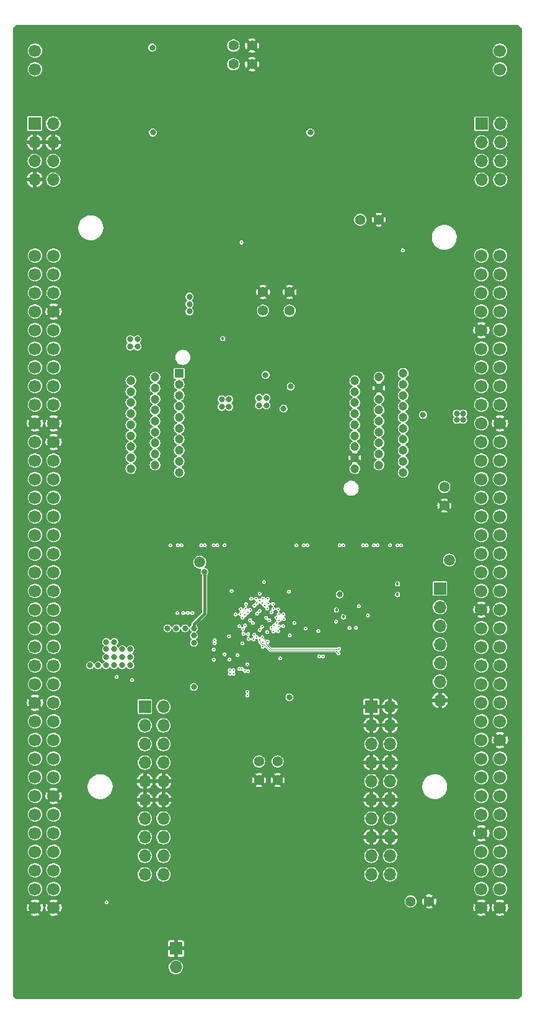
<source format=gbr>
%TF.GenerationSoftware,KiCad,Pcbnew,(6.0.8-1)-1*%
%TF.CreationDate,2022-10-19T15:00:50-05:00*%
%TF.ProjectId,NR1B-SQT56,4e523142-2d53-4515-9435-362e6b696361,rev?*%
%TF.SameCoordinates,Original*%
%TF.FileFunction,Copper,L2,Inr*%
%TF.FilePolarity,Positive*%
%FSLAX46Y46*%
G04 Gerber Fmt 4.6, Leading zero omitted, Abs format (unit mm)*
G04 Created by KiCad (PCBNEW (6.0.8-1)-1) date 2022-10-19 15:00:50*
%MOMM*%
%LPD*%
G01*
G04 APERTURE LIST*
%TA.AperFunction,ComponentPad*%
%ADD10C,1.400000*%
%TD*%
%TA.AperFunction,ComponentPad*%
%ADD11R,1.700000X1.700000*%
%TD*%
%TA.AperFunction,ComponentPad*%
%ADD12O,1.700000X1.700000*%
%TD*%
%TA.AperFunction,ComponentPad*%
%ADD13R,1.200000X1.200000*%
%TD*%
%TA.AperFunction,ComponentPad*%
%ADD14C,1.200000*%
%TD*%
%TA.AperFunction,ComponentPad*%
%ADD15C,1.500000*%
%TD*%
%TA.AperFunction,ComponentPad*%
%ADD16C,1.700000*%
%TD*%
%TA.AperFunction,ViaPad*%
%ADD17C,0.800000*%
%TD*%
%TA.AperFunction,ViaPad*%
%ADD18C,0.228600*%
%TD*%
%TA.AperFunction,ViaPad*%
%ADD19C,0.457200*%
%TD*%
%TA.AperFunction,Conductor*%
%ADD20C,0.400000*%
%TD*%
%TA.AperFunction,Conductor*%
%ADD21C,0.076200*%
%TD*%
G04 APERTURE END LIST*
D10*
%TO.N,+3.3V*%
%TO.C,TP5*%
X97140000Y-144460000D03*
%TO.N,GND*%
X97140000Y-147000000D03*
%TD*%
%TO.N,/ANA_CE*%
%TO.C,TP6*%
X108420000Y-70610000D03*
%TO.N,GND*%
X110960000Y-70610000D03*
%TD*%
D11*
%TO.N,/ANA_WP_SENSE*%
%TO.C,J1*%
X125000000Y-57510000D03*
D12*
%TO.N,unconnected-(J1-Pad2)*%
X127540000Y-57510000D03*
%TO.N,/ANA_WP*%
X125000000Y-60050000D03*
%TO.N,unconnected-(J1-Pad4)*%
X127540000Y-60050000D03*
%TO.N,/ANA_VWL_SENSE*%
X125000000Y-62590000D03*
%TO.N,unconnected-(J1-Pad6)*%
X127540000Y-62590000D03*
%TO.N,/ANA_VWL*%
X125000000Y-65130000D03*
%TO.N,unconnected-(J1-Pad8)*%
X127540000Y-65130000D03*
%TD*%
D11*
%TO.N,/-15V_IN*%
%TO.C,J2*%
X63960000Y-57510000D03*
D12*
%TO.N,/+15V_IN*%
X66500000Y-57510000D03*
%TO.N,GND*%
X63960000Y-60050000D03*
X66500000Y-60050000D03*
%TO.N,unconnected-(J2-Pad5)*%
X63960000Y-62590000D03*
%TO.N,unconnected-(J2-Pad6)*%
X66500000Y-62590000D03*
%TO.N,GND*%
X63960000Y-65130000D03*
%TO.N,unconnected-(J2-Pad8)*%
X66500000Y-65130000D03*
%TD*%
D10*
%TO.N,GND*%
%TO.C,TP9*%
X117850000Y-163550000D03*
%TO.N,/FPGA/CDONE*%
X115310000Y-163550000D03*
%TD*%
D11*
%TO.N,GND*%
%TO.C,JP1*%
X83250000Y-169975000D03*
D12*
%TO.N,/FPGA/~{CRESET}*%
X83250000Y-172515000D03*
%TD*%
D13*
%TO.N,/FPGA/A23*%
%TO.C,U6*%
X83694258Y-91549258D03*
D14*
%TO.N,/FPGA/A22*%
X80394258Y-92049258D03*
%TO.N,/FPGA/A15*%
X77094258Y-92549258D03*
%TO.N,/FPGA/A14*%
X83694258Y-93049258D03*
%TO.N,/FPGA/A13*%
X80394258Y-93549258D03*
%TO.N,/FPGA/A12*%
X77094258Y-94049258D03*
%TO.N,/FPGA/A11*%
X83694258Y-94549258D03*
%TO.N,/FPGA/A10*%
X80394258Y-95049258D03*
%TO.N,/FPGA/A9*%
X77094258Y-95549258D03*
%TO.N,/FPGA/A8*%
X83694258Y-96049258D03*
%TO.N,/FPGA/A19*%
X80394258Y-96549258D03*
%TO.N,/FPGA/A20*%
X77094258Y-97049258D03*
%TO.N,/FC.~{WE}*%
X83694258Y-97549258D03*
%TO.N,/VWL_BUF*%
X80394258Y-98049258D03*
%TO.N,/FPGA/A21*%
X77094258Y-98549258D03*
%TO.N,/WP_BUF*%
X83694258Y-99049258D03*
%TO.N,/RY{slash}~{BY}*%
X80394258Y-99549258D03*
%TO.N,/FPGA/A18*%
X77094258Y-100049258D03*
%TO.N,/FPGA/A17*%
X83694258Y-100549258D03*
%TO.N,/FPGA/A7*%
X80394258Y-101049258D03*
%TO.N,/FPGA/A6*%
X77094258Y-101549258D03*
%TO.N,/FPGA/A5*%
X83694258Y-102049258D03*
%TO.N,/FPGA/A4*%
X80394258Y-102549258D03*
%TO.N,/FPGA/A3*%
X77094258Y-103049258D03*
%TO.N,/FPGA/A2*%
X83694258Y-103549258D03*
%TO.N,/FPGA/A1*%
X80394258Y-104049258D03*
%TO.N,unconnected-(U6-Pad27)*%
X77094258Y-104549258D03*
%TO.N,unconnected-(U6-Pad28)*%
X83694258Y-105049258D03*
%TO.N,+3.3V*%
X114274258Y-105049258D03*
%TO.N,unconnected-(U6-Pad30)*%
X107674258Y-104549258D03*
%TO.N,/FPGA/A0*%
X110974258Y-104049258D03*
%TO.N,/~{CE}*%
X114274258Y-103549258D03*
%TO.N,GND*%
X107674258Y-103049258D03*
%TO.N,/FC.~{OE}*%
X110974258Y-102549258D03*
%TO.N,/FPGA/DQ0*%
X114274258Y-102049258D03*
%TO.N,/FPGA/DQ8*%
X107674258Y-101549258D03*
%TO.N,/FPGA/DQ1*%
X110974258Y-101049258D03*
%TO.N,/FPGA/DQ9*%
X114274258Y-100549258D03*
%TO.N,/FPGA/DQ2*%
X107674258Y-100049258D03*
%TO.N,/FPGA/DQ10*%
X110974258Y-99549258D03*
%TO.N,/FPGA/DQ3*%
X114274258Y-99049258D03*
%TO.N,/FPGA/DQ11*%
X107674258Y-98549258D03*
%TO.N,+3.3V*%
X110974258Y-98049258D03*
%TO.N,/FPGA/DQ4*%
X114274258Y-97549258D03*
%TO.N,/FPGA/DQ12*%
X107674258Y-97049258D03*
%TO.N,/FPGA/DQ5*%
X110974258Y-96549258D03*
%TO.N,/FPGA/DQ13*%
X114274258Y-96049258D03*
%TO.N,/FPGA/DQ6*%
X107674258Y-95549258D03*
%TO.N,/FPGA/DQ14*%
X110974258Y-95049258D03*
%TO.N,/FPGA/DQ7*%
X114274258Y-94549258D03*
%TO.N,/FPGA/DQ15*%
X107674258Y-94049258D03*
%TO.N,GND*%
X110974258Y-93549258D03*
%TO.N,/FC.~{BYTE}*%
X114274258Y-93049258D03*
%TO.N,/FPGA/A16*%
X107674258Y-92549258D03*
%TO.N,/FPGA/A25*%
X110974258Y-92049258D03*
%TO.N,/FPGA/A24*%
X114274258Y-91549258D03*
%TD*%
D10*
%TO.N,GND*%
%TO.C,TP8*%
X119900000Y-109580000D03*
%TO.N,/~{CE}*%
X119900000Y-107040000D03*
%TD*%
D11*
%TO.N,/FPGA/IOL_5-*%
%TO.C,J4*%
X79000000Y-137000000D03*
D12*
%TO.N,/FPGA/IOL_5+*%
X81540000Y-137000000D03*
%TO.N,/FPGA/IOL_9-*%
X79000000Y-139540000D03*
%TO.N,/FPGA/IOL_9+*%
X81540000Y-139540000D03*
%TO.N,/FPGA/IOL_13-*%
X79000000Y-142080000D03*
%TO.N,/FPGA/IOL_13+*%
X81540000Y-142080000D03*
%TO.N,/FPGA/IOL_14-*%
X79000000Y-144620000D03*
%TO.N,/FPGA/IOL_14+*%
X81540000Y-144620000D03*
%TO.N,GND*%
X79000000Y-147160000D03*
X81540000Y-147160000D03*
X79000000Y-149700000D03*
X81540000Y-149700000D03*
%TO.N,/FPGA/IOL_12-*%
X79000000Y-152240000D03*
%TO.N,/FPGA/IOL_12+*%
X81540000Y-152240000D03*
%TO.N,/FPGA/IOL_18-*%
X79000000Y-154780000D03*
%TO.N,/FPGA/IOL_18+*%
X81540000Y-154780000D03*
%TO.N,/FPGA/IOL_23-*%
X79000000Y-157320000D03*
%TO.N,/FPGA/IOL_23+*%
X81540000Y-157320000D03*
%TO.N,/FPGA/IOL_25-*%
X79000000Y-159860000D03*
%TO.N,/FPGA/IOL_25+*%
X81540000Y-159860000D03*
%TD*%
D10*
%TO.N,+15V*%
%TO.C,TP4*%
X91100000Y-49400000D03*
%TO.N,GND*%
X93640000Y-49400000D03*
%TD*%
D11*
%TO.N,/FPGA/FLASH.~{CS}*%
%TO.C,J3*%
X119300000Y-120900000D03*
D12*
%TO.N,/FPGA/FLASH.SCK*%
X119300000Y-123440000D03*
%TO.N,/FPGA/FLASH.DI_IO0*%
X119300000Y-125980000D03*
%TO.N,/FPGA/FLASH.DO_IO1*%
X119300000Y-128520000D03*
%TO.N,/FPGA/FLASH.~{WP}_IO2*%
X119300000Y-131060000D03*
%TO.N,/FPGA/FLASH.~{RST}_IO3*%
X119300000Y-133600000D03*
%TO.N,GND*%
X119300000Y-136140000D03*
%TD*%
D10*
%TO.N,GND*%
%TO.C,TP7*%
X94600000Y-147000000D03*
%TO.N,+1V2*%
X94600000Y-144460000D03*
%TD*%
D15*
%TO.N,/FPGA/IOR_109*%
%TO.C,TP10*%
X120600000Y-117000000D03*
%TD*%
D10*
%TO.N,/WP_BUF*%
%TO.C,TP2*%
X98775000Y-83000000D03*
%TO.N,GND*%
X98775000Y-80460000D03*
%TD*%
%TO.N,GND*%
%TO.C,TP1*%
X95150000Y-80460000D03*
%TO.N,/VWL_BUF*%
X95150000Y-83000000D03*
%TD*%
D16*
%TO.N,/CE_SW*%
%TO.C,X1*%
X64000000Y-75500000D03*
%TO.N,unconnected-(X1-Pad2)*%
X66540000Y-75500000D03*
%TO.N,unconnected-(X1-Pad3)*%
X64000000Y-78040000D03*
%TO.N,unconnected-(X1-Pad4)*%
X66540000Y-78040000D03*
%TO.N,unconnected-(X1-Pad5)*%
X64000000Y-80580000D03*
%TO.N,unconnected-(X1-Pad6)*%
X66540000Y-80580000D03*
%TO.N,unconnected-(X1-Pad7)*%
X64000000Y-83120000D03*
%TO.N,GND*%
X66540000Y-83120000D03*
%TO.N,/QSPI.IO3*%
X64000000Y-85660000D03*
%TO.N,unconnected-(X1-Pad10)*%
X66540000Y-85660000D03*
%TO.N,/QSPI.IO2*%
X64000000Y-88200000D03*
%TO.N,unconnected-(X1-Pad12)*%
X66540000Y-88200000D03*
%TO.N,unconnected-(X1-Pad13)*%
X64000000Y-90740000D03*
%TO.N,/~{MCU_RESET}*%
X66540000Y-90740000D03*
%TO.N,unconnected-(X1-Pad15)*%
X64000000Y-93280000D03*
%TO.N,+3.3V*%
X66540000Y-93280000D03*
%TO.N,unconnected-(X1-Pad17)*%
X64000000Y-95820000D03*
%TO.N,unconnected-(X1-Pad18)*%
X66540000Y-95820000D03*
%TO.N,GND*%
X64000000Y-98360000D03*
X66540000Y-98360000D03*
%TO.N,unconnected-(X1-Pad21)*%
X64000000Y-100900000D03*
%TO.N,GND*%
X66540000Y-100900000D03*
%TO.N,unconnected-(X1-Pad23)*%
X64000000Y-103440000D03*
%TO.N,unconnected-(X1-Pad24)*%
X66540000Y-103440000D03*
%TO.N,unconnected-(X1-Pad25)*%
X64000000Y-105980000D03*
%TO.N,unconnected-(X1-Pad26)*%
X66540000Y-105980000D03*
%TO.N,unconnected-(X1-Pad27)*%
X64000000Y-108520000D03*
%TO.N,unconnected-(X1-Pad28)*%
X66540000Y-108520000D03*
%TO.N,unconnected-(X1-Pad29)*%
X64000000Y-111060000D03*
%TO.N,unconnected-(X1-Pad30)*%
X66540000Y-111060000D03*
%TO.N,unconnected-(X1-Pad31)*%
X64000000Y-113600000D03*
%TO.N,unconnected-(X1-Pad32)*%
X66540000Y-113600000D03*
%TO.N,unconnected-(X1-Pad33)*%
X64000000Y-116140000D03*
%TO.N,unconnected-(X1-Pad34)*%
X66540000Y-116140000D03*
%TO.N,unconnected-(X1-Pad35)*%
X64000000Y-118680000D03*
%TO.N,unconnected-(X1-Pad36)*%
X66540000Y-118680000D03*
%TO.N,unconnected-(X1-Pad37)*%
X64000000Y-121220000D03*
%TO.N,unconnected-(X1-Pad38)*%
X66540000Y-121220000D03*
%TO.N,unconnected-(X1-Pad39)*%
X64000000Y-123760000D03*
%TO.N,unconnected-(X1-Pad40)*%
X66540000Y-123760000D03*
%TO.N,unconnected-(X1-Pad41)*%
X64000000Y-126300000D03*
%TO.N,unconnected-(X1-Pad42)*%
X66540000Y-126300000D03*
%TO.N,unconnected-(X1-Pad43)*%
X64000000Y-128840000D03*
%TO.N,unconnected-(X1-Pad44)*%
X66540000Y-128840000D03*
%TO.N,unconnected-(X1-Pad45)*%
X64000000Y-131380000D03*
%TO.N,unconnected-(X1-Pad46)*%
X66540000Y-131380000D03*
%TO.N,unconnected-(X1-Pad47)*%
X64000000Y-133920000D03*
%TO.N,unconnected-(X1-Pad48)*%
X66540000Y-133920000D03*
%TO.N,GND*%
X64000000Y-136460000D03*
%TO.N,unconnected-(X1-Pad50)*%
X66540000Y-136460000D03*
%TO.N,unconnected-(X1-Pad51)*%
X64000000Y-139000000D03*
%TO.N,unconnected-(X1-Pad52)*%
X66540000Y-139000000D03*
%TO.N,unconnected-(X1-Pad53)*%
X64000000Y-141540000D03*
%TO.N,/QSPI.IO1*%
X66540000Y-141540000D03*
%TO.N,unconnected-(X1-Pad55)*%
X64000000Y-144080000D03*
%TO.N,/QSPI.IO0*%
X66540000Y-144080000D03*
%TO.N,unconnected-(X1-Pad57)*%
X64000000Y-146620000D03*
%TO.N,unconnected-(X1-Pad58)*%
X66540000Y-146620000D03*
%TO.N,unconnected-(X1-Pad59)*%
X64000000Y-149160000D03*
%TO.N,GND*%
X66540000Y-149160000D03*
%TO.N,unconnected-(X1-Pad61)*%
X64000000Y-151700000D03*
%TO.N,unconnected-(X1-Pad62)*%
X66540000Y-151700000D03*
%TO.N,unconnected-(X1-Pad63)*%
X64000000Y-154240000D03*
%TO.N,unconnected-(X1-Pad64)*%
X66540000Y-154240000D03*
%TO.N,unconnected-(X1-Pad65)*%
X64000000Y-156780000D03*
%TO.N,unconnected-(X1-Pad66)*%
X66540000Y-156780000D03*
%TO.N,unconnected-(X1-Pad67)*%
X64000000Y-159320000D03*
%TO.N,unconnected-(X1-Pad68)*%
X66540000Y-159320000D03*
%TO.N,unconnected-(X1-Pad69)*%
X64000000Y-161860000D03*
%TO.N,unconnected-(X1-Pad70)*%
X66540000Y-161860000D03*
%TO.N,GND*%
X64000000Y-164400000D03*
X66540000Y-164400000D03*
%TO.N,unconnected-(X1-Pad73)*%
X124960000Y-75500000D03*
%TO.N,unconnected-(X1-Pad74)*%
X127500000Y-75500000D03*
%TO.N,unconnected-(X1-Pad75)*%
X124960000Y-78040000D03*
%TO.N,unconnected-(X1-Pad76)*%
X127500000Y-78040000D03*
%TO.N,unconnected-(X1-Pad77)*%
X124960000Y-80580000D03*
%TO.N,unconnected-(X1-Pad78)*%
X127500000Y-80580000D03*
%TO.N,unconnected-(X1-Pad79)*%
X124960000Y-83120000D03*
%TO.N,unconnected-(X1-Pad80)*%
X127500000Y-83120000D03*
%TO.N,GND*%
X124960000Y-85660000D03*
%TO.N,unconnected-(X1-Pad82)*%
X127500000Y-85660000D03*
%TO.N,unconnected-(X1-Pad83)*%
X124960000Y-88200000D03*
%TO.N,unconnected-(X1-Pad84)*%
X127500000Y-88200000D03*
%TO.N,unconnected-(X1-Pad85)*%
X124960000Y-90740000D03*
%TO.N,unconnected-(X1-Pad86)*%
X127500000Y-90740000D03*
%TO.N,unconnected-(X1-Pad87)*%
X124960000Y-93280000D03*
%TO.N,unconnected-(X1-Pad88)*%
X127500000Y-93280000D03*
%TO.N,unconnected-(X1-Pad89)*%
X124960000Y-95820000D03*
%TO.N,unconnected-(X1-Pad90)*%
X127500000Y-95820000D03*
%TO.N,unconnected-(X1-Pad91)*%
X124960000Y-98360000D03*
%TO.N,GND*%
X127500000Y-98360000D03*
%TO.N,unconnected-(X1-Pad93)*%
X124960000Y-100900000D03*
%TO.N,unconnected-(X1-Pad94)*%
X127500000Y-100900000D03*
%TO.N,unconnected-(X1-Pad95)*%
X124960000Y-103440000D03*
%TO.N,unconnected-(X1-Pad96)*%
X127500000Y-103440000D03*
%TO.N,/QSPI.~{CS}*%
X124960000Y-105980000D03*
%TO.N,unconnected-(X1-Pad98)*%
X127500000Y-105980000D03*
%TO.N,unconnected-(X1-Pad99)*%
X124960000Y-108520000D03*
%TO.N,unconnected-(X1-Pad100)*%
X127500000Y-108520000D03*
%TO.N,unconnected-(X1-Pad101)*%
X124960000Y-111060000D03*
%TO.N,unconnected-(X1-Pad102)*%
X127500000Y-111060000D03*
%TO.N,unconnected-(X1-Pad103)*%
X124960000Y-113600000D03*
%TO.N,unconnected-(X1-Pad104)*%
X127500000Y-113600000D03*
%TO.N,unconnected-(X1-Pad105)*%
X124960000Y-116140000D03*
%TO.N,unconnected-(X1-Pad106)*%
X127500000Y-116140000D03*
%TO.N,unconnected-(X1-Pad107)*%
X124960000Y-118680000D03*
%TO.N,unconnected-(X1-Pad108)*%
X127500000Y-118680000D03*
%TO.N,unconnected-(X1-Pad109)*%
X124960000Y-121220000D03*
%TO.N,unconnected-(X1-Pad110)*%
X127500000Y-121220000D03*
%TO.N,GND*%
X124960000Y-123760000D03*
%TO.N,unconnected-(X1-Pad112)*%
X127500000Y-123760000D03*
%TO.N,unconnected-(X1-Pad113)*%
X124960000Y-126300000D03*
%TO.N,/QSPI.SCK*%
X127500000Y-126300000D03*
%TO.N,unconnected-(X1-Pad115)*%
X124960000Y-128840000D03*
%TO.N,unconnected-(X1-Pad116)*%
X127500000Y-128840000D03*
%TO.N,unconnected-(X1-Pad117)*%
X124960000Y-131380000D03*
%TO.N,unconnected-(X1-Pad118)*%
X127500000Y-131380000D03*
%TO.N,unconnected-(X1-Pad119)*%
X124960000Y-133920000D03*
%TO.N,unconnected-(X1-Pad120)*%
X127500000Y-133920000D03*
%TO.N,unconnected-(X1-Pad121)*%
X124960000Y-136460000D03*
%TO.N,unconnected-(X1-Pad122)*%
X127500000Y-136460000D03*
%TO.N,unconnected-(X1-Pad123)*%
X124960000Y-139000000D03*
%TO.N,unconnected-(X1-Pad124)*%
X127500000Y-139000000D03*
%TO.N,unconnected-(X1-Pad125)*%
X124960000Y-141540000D03*
%TO.N,GND*%
X127500000Y-141540000D03*
%TO.N,unconnected-(X1-Pad127)*%
X124960000Y-144080000D03*
%TO.N,unconnected-(X1-Pad128)*%
X127500000Y-144080000D03*
%TO.N,unconnected-(X1-Pad129)*%
X124960000Y-146620000D03*
%TO.N,unconnected-(X1-Pad130)*%
X127500000Y-146620000D03*
%TO.N,unconnected-(X1-Pad131)*%
X124960000Y-149160000D03*
%TO.N,unconnected-(X1-Pad132)*%
X127500000Y-149160000D03*
%TO.N,unconnected-(X1-Pad133)*%
X124960000Y-151700000D03*
%TO.N,unconnected-(X1-Pad134)*%
X127500000Y-151700000D03*
%TO.N,GND*%
X124960000Y-154240000D03*
%TO.N,unconnected-(X1-Pad136)*%
X127500000Y-154240000D03*
%TO.N,unconnected-(X1-Pad137)*%
X124960000Y-156780000D03*
%TO.N,unconnected-(X1-Pad138)*%
X127500000Y-156780000D03*
%TO.N,unconnected-(X1-Pad139)*%
X124960000Y-159320000D03*
%TO.N,unconnected-(X1-Pad140)*%
X127500000Y-159320000D03*
%TO.N,unconnected-(X1-Pad141)*%
X124960000Y-161860000D03*
%TO.N,unconnected-(X1-Pad142)*%
X127500000Y-161860000D03*
%TO.N,GND*%
X124960000Y-164400000D03*
X127500000Y-164400000D03*
%TO.N,unconnected-(X1-Pad145)*%
X64000000Y-47560000D03*
%TO.N,unconnected-(X1-Pad146)*%
X64000000Y-50100000D03*
%TO.N,unconnected-(X1-Pad147)*%
X127500000Y-47560000D03*
%TO.N,unconnected-(X1-Pad148)*%
X127500000Y-50100000D03*
%TD*%
D10*
%TO.N,-15V*%
%TO.C,TP3*%
X91100000Y-46860000D03*
%TO.N,GND*%
X93640000Y-46860000D03*
%TD*%
D15*
%TO.N,/FPGA/IOT_188*%
%TO.C,TP11*%
X86500000Y-117300000D03*
%TD*%
D11*
%TO.N,GND*%
%TO.C,J5*%
X109950000Y-137000000D03*
D12*
X112490000Y-137000000D03*
X109950000Y-139540000D03*
X112490000Y-139540000D03*
%TO.N,/FPGA/IOB_104_CBSEL1*%
X109950000Y-142080000D03*
%TO.N,/FPGA/IOB_103_CBSEL0*%
X112490000Y-142080000D03*
%TO.N,GND*%
X109950000Y-144620000D03*
X112490000Y-144620000D03*
%TO.N,/FPGA/IOB_82_GBIN4*%
X109950000Y-147160000D03*
%TO.N,/FPGA/IOB_89*%
X112490000Y-147160000D03*
%TO.N,GND*%
X109950000Y-149700000D03*
X112490000Y-149700000D03*
%TO.N,/FPGA/IOB_91*%
X109950000Y-152240000D03*
%TO.N,/FPGA/IOB_87*%
X112490000Y-152240000D03*
%TO.N,GND*%
X109950000Y-154780000D03*
X112490000Y-154780000D03*
%TO.N,/FPGA/IOB_73*%
X109950000Y-157320000D03*
%TO.N,/FPGA/IOB_74*%
X112490000Y-157320000D03*
%TO.N,+3.3V*%
X109950000Y-159860000D03*
X112490000Y-159860000D03*
%TD*%
D17*
%TO.N,GND*%
X74830000Y-126060000D03*
D18*
X106715000Y-111520000D03*
X103520000Y-113480000D03*
D17*
X74830000Y-123760000D03*
D18*
X103280000Y-113720000D03*
X76475000Y-113615000D03*
X100320000Y-111280000D03*
X83115000Y-113620000D03*
X103515000Y-111280000D03*
X116315000Y-111280000D03*
D17*
X82100000Y-49500000D03*
X101250000Y-55250000D03*
D18*
X116080000Y-113720000D03*
X113120000Y-113480000D03*
X113115000Y-111280000D03*
X107715000Y-154650000D03*
X86075000Y-113620000D03*
X106475000Y-111520000D03*
X109680000Y-113720000D03*
X76475000Y-111400000D03*
D17*
X83300000Y-56300000D03*
D18*
X100080000Y-113720000D03*
X79675000Y-111405000D03*
X89285000Y-111400000D03*
D17*
X103800000Y-124200000D03*
X120290000Y-101620000D03*
D18*
X103515000Y-111520000D03*
X93879937Y-128476425D03*
X103280000Y-113480000D03*
D17*
X119390000Y-105040000D03*
D18*
X79675000Y-113620000D03*
D17*
X75500000Y-171000000D03*
D18*
X89525000Y-113375000D03*
X105515000Y-144475000D03*
D17*
X102750000Y-55250000D03*
X83550000Y-143350000D03*
D18*
X86315000Y-111165000D03*
X82875000Y-111165000D03*
X116075000Y-111520000D03*
X106715000Y-111280000D03*
X112880000Y-113720000D03*
D19*
X88700000Y-89400000D03*
D18*
X100320000Y-111520000D03*
X117210000Y-111280000D03*
X107475000Y-154890000D03*
X94668361Y-125206056D03*
X79915000Y-113620000D03*
X105275000Y-154890000D03*
X107715000Y-144715000D03*
D17*
X110250000Y-55250000D03*
D18*
X79915000Y-113380000D03*
D17*
X74830000Y-124960000D03*
X83600000Y-158700000D03*
D19*
X82060000Y-128660000D03*
D18*
X106475000Y-111280000D03*
D17*
X107250000Y-55250000D03*
D18*
X79675000Y-111165000D03*
X107475000Y-144475000D03*
D17*
X106100000Y-61900000D03*
D18*
X93046512Y-129801715D03*
X116315000Y-111520000D03*
X90300000Y-128800000D03*
D17*
X117750000Y-65000000D03*
X83300000Y-49500000D03*
X73730000Y-122560000D03*
D18*
X79675000Y-113380000D03*
X76475000Y-111160000D03*
X109675000Y-111520000D03*
X96650000Y-128425000D03*
D19*
X82760000Y-128660000D03*
D17*
X77030000Y-123760000D03*
X71530000Y-122560000D03*
D18*
X109915000Y-111280000D03*
X105275000Y-144715000D03*
X106720000Y-113480000D03*
X94311272Y-126121760D03*
X106480000Y-113720000D03*
X82875000Y-113620000D03*
X89285000Y-111160000D03*
D17*
X77030000Y-122560000D03*
X72630000Y-122560000D03*
X73730000Y-124960000D03*
D18*
X83115000Y-111405000D03*
D19*
X82360000Y-131860000D03*
D18*
X86075000Y-111405000D03*
X104400000Y-111520000D03*
X100080000Y-111520000D03*
D19*
X84360000Y-130460000D03*
D18*
X100320000Y-113720000D03*
D17*
X83300000Y-48300000D03*
D18*
X86315000Y-113620000D03*
X99825000Y-125600000D03*
X76715000Y-113375000D03*
D17*
X108750000Y-55250000D03*
D18*
X79915000Y-111165000D03*
D17*
X83700000Y-153550000D03*
D18*
X106720000Y-113720000D03*
X73515000Y-113615000D03*
X89285000Y-113375000D03*
D17*
X118500000Y-100350000D03*
D18*
X89525000Y-111160000D03*
D19*
X83660000Y-130460000D03*
D17*
X73730000Y-123760000D03*
D18*
X105515000Y-154890000D03*
D17*
X82100000Y-47100000D03*
D18*
X100080000Y-111280000D03*
X86315000Y-113380000D03*
X106480000Y-113480000D03*
X109920000Y-113720000D03*
D19*
X82360000Y-131160000D03*
D18*
X82875000Y-113380000D03*
D17*
X104250000Y-55250000D03*
D18*
X100080000Y-113480000D03*
X76715000Y-113615000D03*
D17*
X117750000Y-60000000D03*
X74830000Y-122560000D03*
D18*
X112875000Y-111520000D03*
X92098982Y-121576018D03*
X73275000Y-111160000D03*
X112880000Y-113480000D03*
X95576993Y-125563145D03*
X89525000Y-113615000D03*
X107715000Y-154890000D03*
X73275000Y-113615000D03*
X113115000Y-111520000D03*
X73515000Y-111400000D03*
X97075000Y-118075000D03*
X107715000Y-144475000D03*
D17*
X83550000Y-138150000D03*
X75930000Y-124960000D03*
X109480000Y-129010000D03*
D18*
X107475000Y-154650000D03*
D17*
X82100000Y-55100000D03*
D18*
X86075000Y-111165000D03*
D17*
X82100000Y-57500000D03*
D18*
X112875000Y-111280000D03*
D19*
X102425000Y-131350000D03*
D17*
X75930000Y-122560000D03*
D18*
X100320000Y-113480000D03*
D17*
X92000000Y-104200000D03*
X105750000Y-55250000D03*
D18*
X103275000Y-111520000D03*
X79915000Y-111405000D03*
D17*
X83300000Y-47100000D03*
D18*
X98483203Y-122451875D03*
X76715000Y-111400000D03*
D17*
X73730000Y-126060000D03*
D18*
X105515000Y-154650000D03*
D19*
X116600000Y-174300000D03*
D18*
X116080000Y-113480000D03*
X73275000Y-111400000D03*
X73515000Y-113375000D03*
X103275000Y-111280000D03*
X109920000Y-113480000D03*
X89285000Y-113615000D03*
X109680000Y-113480000D03*
D17*
X83300000Y-57500000D03*
D18*
X76715000Y-111160000D03*
D17*
X75930000Y-123760000D03*
D18*
X105515000Y-144715000D03*
X86315000Y-111405000D03*
X89525000Y-111400000D03*
X116320000Y-113720000D03*
X73275000Y-113375000D03*
X83115000Y-113380000D03*
X76475000Y-113375000D03*
X103520000Y-113720000D03*
X73515000Y-111160000D03*
X89820000Y-123910000D03*
X82875000Y-111405000D03*
X105275000Y-144475000D03*
X105275000Y-154650000D03*
D17*
X83300000Y-55100000D03*
X77030000Y-124960000D03*
D19*
X81360000Y-128660000D03*
D18*
X93759729Y-124848967D03*
X116320000Y-113480000D03*
X83115000Y-111165000D03*
X109915000Y-111520000D03*
X95025450Y-124290353D03*
X107475000Y-144715000D03*
D17*
X96200000Y-132550000D03*
D18*
X86075000Y-113380000D03*
X113120000Y-113720000D03*
X109675000Y-111280000D03*
X116075000Y-111280000D03*
D17*
%TO.N,+3.3V*%
X121600000Y-97900000D03*
D18*
X90600000Y-132000000D03*
D17*
X73730000Y-129160000D03*
X98750000Y-135700000D03*
X77030000Y-129160000D03*
D19*
X113500000Y-120250000D03*
D18*
X91892804Y-125992804D03*
D17*
X75930000Y-130260000D03*
X74830000Y-129160000D03*
D18*
X91100000Y-132500000D03*
X97344760Y-125209592D03*
D17*
X72630000Y-131360000D03*
X73730000Y-130260000D03*
X122500000Y-97000000D03*
D18*
X91100000Y-132000000D03*
X94671897Y-126538953D03*
X91650000Y-129960000D03*
D17*
X73730000Y-128160000D03*
D19*
X105175000Y-123800000D03*
D18*
X93000000Y-131200000D03*
X97500000Y-130400000D03*
D17*
X74830000Y-128160000D03*
D18*
X90500000Y-127400000D03*
X95810338Y-128115801D03*
D17*
X77030000Y-130260000D03*
D18*
X90600000Y-132500000D03*
D17*
X122500000Y-97900000D03*
D18*
X93377891Y-125202521D03*
D17*
X121600000Y-97000000D03*
D18*
X94664825Y-123943871D03*
X96001257Y-125209592D03*
D17*
X74830000Y-130260000D03*
D18*
X88400000Y-129200000D03*
D19*
X113500000Y-121700000D03*
D17*
X75930000Y-131360000D03*
D18*
X95289112Y-119989112D03*
X88400000Y-130600000D03*
X98700000Y-121300000D03*
D17*
X74830000Y-131360000D03*
X71530000Y-131360000D03*
X77030000Y-131360000D03*
D19*
X106125000Y-124750000D03*
D17*
X73730000Y-131360000D03*
X75930000Y-129160000D03*
D18*
X90850000Y-121220000D03*
D17*
X105600000Y-121700000D03*
D19*
X89650000Y-86800000D03*
D18*
%TO.N,+1V2*%
X93766800Y-125563145D03*
X95569922Y-124848967D03*
D17*
X85700000Y-126300000D03*
D18*
X94318343Y-124304495D03*
D17*
X83300000Y-126300000D03*
D18*
X93957719Y-127168278D03*
D17*
X82100000Y-126300000D03*
X85700000Y-127300000D03*
D18*
X95018379Y-126107618D03*
D17*
X84500000Y-126300000D03*
X85700000Y-128300000D03*
X85700000Y-134300000D03*
X87150000Y-118600000D03*
%TO.N,+15V*%
X101600000Y-58700000D03*
X77000000Y-86900000D03*
X90500000Y-95100000D03*
X78000000Y-87900000D03*
X77000000Y-87900000D03*
X80100000Y-58700000D03*
X117000000Y-97200000D03*
X78000000Y-86900000D03*
X90500000Y-96100000D03*
X89500000Y-96100000D03*
X89500000Y-95100000D03*
%TO.N,-15V*%
X95600000Y-95900000D03*
X94600000Y-94900000D03*
X94600000Y-95900000D03*
X95600000Y-94900000D03*
X85100000Y-81100000D03*
X85100000Y-83100000D03*
X80020000Y-47140000D03*
X85100000Y-82100000D03*
D18*
%TO.N,/FPGA/A11*%
X94680000Y-121610000D03*
X88900000Y-115000000D03*
%TO.N,/FPGA/A9*%
X92345515Y-124848967D03*
X83430000Y-124240000D03*
%TO.N,/FPGA/A8*%
X94176922Y-122239743D03*
X88400000Y-115000000D03*
%TO.N,/FPGA/A21*%
X91405063Y-124417632D03*
X84890000Y-124210000D03*
%TO.N,/FPGA/A20*%
X92055601Y-124361064D03*
X84240000Y-124230000D03*
%TO.N,/CE_SW*%
X92200000Y-73700000D03*
X114225000Y-74800000D03*
%TO.N,/FPGA/A7*%
X93052622Y-124141861D03*
X83500000Y-115000000D03*
%TO.N,/FPGA/A4*%
X92112170Y-123710526D03*
X82500000Y-115000000D03*
%TO.N,/FPGA/A18*%
X92699069Y-124495414D03*
X85510000Y-124210000D03*
%TO.N,/FPGA/A17*%
X86700000Y-115000000D03*
X93526384Y-122296312D03*
%TO.N,/FPGA/A0*%
X108800000Y-115000000D03*
X95732557Y-123597388D03*
%TO.N,/FPGA/A14*%
X89900000Y-115000000D03*
X94671897Y-122536728D03*
%TO.N,/RY{slash}~{BY}*%
X92762708Y-123653957D03*
X84000000Y-115000000D03*
%TO.N,/FPGA/DQ0*%
X97281121Y-124368135D03*
X113500000Y-115000000D03*
%TO.N,/FPGA/DQ1*%
X110300000Y-115000000D03*
X96566943Y-123653957D03*
%TO.N,/FC.~{OE}*%
X109300000Y-115000000D03*
X96524516Y-123003419D03*
%TO.N,/FC.~{WE}*%
X87200000Y-115000000D03*
X94311272Y-122883211D03*
%TO.N,/FPGA/DQ6*%
X100700000Y-115000000D03*
X95018379Y-122883211D03*
%TO.N,/FPGA/DQ7*%
X112500000Y-115000000D03*
X97224552Y-123703454D03*
%TO.N,/FC.~{CE}*%
X96991207Y-124856039D03*
D17*
%TO.N,/WP_BUF*%
X95500000Y-91750000D03*
D18*
%TO.N,/FPGA/DQ9*%
X114000000Y-115000000D03*
X97931659Y-124410561D03*
%TO.N,/FPGA/DQ12*%
X95782054Y-122303383D03*
X101200000Y-115000000D03*
%TO.N,/FPGA/DQ14*%
X106100000Y-115000000D03*
X95859836Y-122946850D03*
%TO.N,/FPGA/DQ15*%
X99700000Y-115000000D03*
X95152729Y-122239743D03*
%TO.N,/~{MCU_RESET}*%
X73800000Y-163700000D03*
%TO.N,/FPGA/VCCPLL0*%
X96574014Y-126758156D03*
%TO.N,/FPGA/GNDPLL0*%
X95732557Y-126821795D03*
%TO.N,/FPGA/VCCPLL1*%
X92819277Y-123003419D03*
%TO.N,/FPGA/GNDPLL1*%
X93400000Y-123790000D03*
%TO.N,/FPGA/IOL_9+*%
X88550000Y-127972200D03*
X92699069Y-125909628D03*
%TO.N,/FPGA/IOL_9-*%
X88550000Y-128327800D03*
X92409155Y-126397531D03*
%TO.N,/FPGA/IOL_12+*%
X92300000Y-128350000D03*
X93165759Y-127762247D03*
%TO.N,/FPGA/IOL_13+*%
X89900000Y-129850000D03*
X92458652Y-127055141D03*
%TO.N,/FPGA/IOL_14-*%
X90550000Y-130550000D03*
X93116262Y-127104638D03*
%TO.N,/FPGA/IOL_18+*%
X91922200Y-131850000D03*
X93823368Y-127811745D03*
%TO.N,/FPGA/IOL_18-*%
X92277800Y-131850000D03*
X94304201Y-127514760D03*
%TO.N,/FPGA/IOB_87*%
X102800000Y-130150000D03*
X96277029Y-126263181D03*
%TO.N,/FPGA/~{CRESET}*%
X96991207Y-125563145D03*
D17*
%TO.N,/ANA_WP_SENSE*%
X98925000Y-93350000D03*
%TO.N,/ANA_WP*%
X97950000Y-96350000D03*
D18*
%TO.N,/FPGA/FLASH.~{CS}*%
X105130000Y-125420000D03*
%TO.N,/FPGA/FLASH.SCK*%
X108220000Y-123310000D03*
X99413048Y-125559610D03*
%TO.N,/FPGA/FLASH.DI_IO0*%
X109470000Y-124580000D03*
X102700000Y-126660000D03*
%TO.N,/FPGA/FLASH.DO_IO1*%
X106940000Y-126270000D03*
X97917517Y-125994480D03*
%TO.N,/FPGA/FLASH.~{RST}_IO3*%
X107850000Y-126240000D03*
%TO.N,/FPGA/IOB_91*%
X97224552Y-126701587D03*
X103350000Y-130150000D03*
%TO.N,/FPGA/CDONE*%
X97281121Y-126051049D03*
X100975000Y-126325000D03*
%TO.N,/FPGA/A25*%
X95371932Y-123236764D03*
X105600000Y-115000000D03*
%TO.N,/FPGA/A24*%
X96284100Y-124148932D03*
X110800000Y-115000000D03*
%TO.N,/FPGA/IOB_103_CBSEL0*%
X98799222Y-127284840D03*
X96637653Y-125916699D03*
%TO.N,/QSPI.IO2*%
X93025000Y-135475000D03*
%TO.N,/QSPI.~{CS}*%
X105425000Y-129725000D03*
X94671897Y-127882456D03*
%TO.N,/QSPI.IO3*%
X93025000Y-135000000D03*
%TO.N,/QSPI.SCK*%
X105550000Y-129100000D03*
X95025450Y-127528902D03*
%TO.N,/QSPI.IO1*%
X95145658Y-128172369D03*
X75160000Y-132950000D03*
X92690000Y-132130000D03*
%TO.N,/QSPI.IO0*%
X77290000Y-133380000D03*
X93100000Y-132150000D03*
X95103232Y-128822908D03*
%TO.N,/FPGA/IOR_109*%
X97988227Y-125075242D03*
%TO.N,/FPGA/IOT_188*%
X93957719Y-123236764D03*
%TD*%
D20*
%TO.N,+1V2*%
X85700000Y-126300000D02*
X85700000Y-125717623D01*
X87150000Y-124267623D02*
X87150000Y-118600000D01*
X85700000Y-125717623D02*
X87150000Y-124267623D01*
D21*
%TO.N,/QSPI.~{CS}*%
X96150000Y-129350000D02*
X105050000Y-129350000D01*
X94998508Y-128523508D02*
X95323508Y-128523508D01*
X94671897Y-128196897D02*
X94998508Y-128523508D01*
X95323508Y-128523508D02*
X96150000Y-129350000D01*
X105050000Y-129350000D02*
X105425000Y-129725000D01*
X94671897Y-127882456D02*
X94671897Y-128196897D01*
%TO.N,/QSPI.SCK*%
X95510938Y-128014390D02*
X95510938Y-128385938D01*
X96225000Y-129100000D02*
X105550000Y-129100000D01*
X95510938Y-128385938D02*
X96225000Y-129100000D01*
X95025450Y-127528902D02*
X95510938Y-128014390D01*
%TD*%
%TA.AperFunction,Conductor*%
%TO.N,GND*%
G36*
X130015931Y-44020002D02*
G01*
X130036905Y-44036905D01*
X130463095Y-44463095D01*
X130497121Y-44525407D01*
X130500000Y-44552190D01*
X130500000Y-176347810D01*
X130479998Y-176415931D01*
X130463095Y-176436905D01*
X130036905Y-176863095D01*
X129974593Y-176897121D01*
X129947810Y-176900000D01*
X61552190Y-176900000D01*
X61484069Y-176879998D01*
X61463095Y-176863095D01*
X61036905Y-176436905D01*
X61002879Y-176374593D01*
X61000000Y-176347810D01*
X61000000Y-172501286D01*
X82267866Y-172501286D01*
X82283907Y-172692311D01*
X82285606Y-172698236D01*
X82293709Y-172726493D01*
X82336746Y-172876583D01*
X82424370Y-173047082D01*
X82428193Y-173051906D01*
X82428196Y-173051910D01*
X82535904Y-173187802D01*
X82543443Y-173197314D01*
X82689428Y-173321557D01*
X82856765Y-173415079D01*
X83039081Y-173474317D01*
X83229430Y-173497015D01*
X83235565Y-173496543D01*
X83235567Y-173496543D01*
X83414420Y-173482781D01*
X83414424Y-173482780D01*
X83420562Y-173482308D01*
X83605199Y-173430756D01*
X83776305Y-173344324D01*
X83801600Y-173324562D01*
X83922509Y-173230097D01*
X83927365Y-173226303D01*
X84052624Y-173081189D01*
X84147312Y-172914509D01*
X84207821Y-172732612D01*
X84231847Y-172542425D01*
X84232230Y-172515000D01*
X84213524Y-172324217D01*
X84158117Y-172140701D01*
X84068120Y-171971442D01*
X83946962Y-171822887D01*
X83883081Y-171770040D01*
X83804006Y-171704623D01*
X83804002Y-171704621D01*
X83799256Y-171700694D01*
X83630629Y-171609518D01*
X83539067Y-171581175D01*
X83453392Y-171554654D01*
X83453389Y-171554653D01*
X83447505Y-171552832D01*
X83441380Y-171552188D01*
X83441379Y-171552188D01*
X83262985Y-171533438D01*
X83262984Y-171533438D01*
X83256857Y-171532794D01*
X83176779Y-171540082D01*
X83072087Y-171549609D01*
X83072084Y-171549610D01*
X83065948Y-171550168D01*
X83060042Y-171551906D01*
X83060038Y-171551907D01*
X82924622Y-171591762D01*
X82882050Y-171604292D01*
X82876590Y-171607146D01*
X82876591Y-171607146D01*
X82717627Y-171690250D01*
X82717623Y-171690253D01*
X82712167Y-171693105D01*
X82707367Y-171696965D01*
X82707366Y-171696965D01*
X82702728Y-171700694D01*
X82562770Y-171813223D01*
X82439549Y-171960072D01*
X82436585Y-171965464D01*
X82436582Y-171965468D01*
X82361110Y-172102752D01*
X82347198Y-172128058D01*
X82289234Y-172310783D01*
X82267866Y-172501286D01*
X61000000Y-172501286D01*
X61000000Y-170843828D01*
X82146001Y-170843828D01*
X82147209Y-170856088D01*
X82158315Y-170911931D01*
X82167633Y-170934427D01*
X82209983Y-170997808D01*
X82227192Y-171015017D01*
X82290575Y-171057368D01*
X82313066Y-171066684D01*
X82368915Y-171077793D01*
X82381170Y-171079000D01*
X82977885Y-171079000D01*
X82993124Y-171074525D01*
X82994329Y-171073135D01*
X82996000Y-171065452D01*
X82996000Y-171060884D01*
X83504000Y-171060884D01*
X83508475Y-171076123D01*
X83509865Y-171077328D01*
X83517548Y-171078999D01*
X84118828Y-171078999D01*
X84131088Y-171077791D01*
X84186931Y-171066685D01*
X84209427Y-171057367D01*
X84272808Y-171015017D01*
X84290017Y-170997808D01*
X84332368Y-170934425D01*
X84341684Y-170911934D01*
X84352793Y-170856085D01*
X84354000Y-170843830D01*
X84354000Y-170247115D01*
X84349525Y-170231876D01*
X84348135Y-170230671D01*
X84340452Y-170229000D01*
X83522115Y-170229000D01*
X83506876Y-170233475D01*
X83505671Y-170234865D01*
X83504000Y-170242548D01*
X83504000Y-171060884D01*
X82996000Y-171060884D01*
X82996000Y-170247115D01*
X82991525Y-170231876D01*
X82990135Y-170230671D01*
X82982452Y-170229000D01*
X82164116Y-170229000D01*
X82148877Y-170233475D01*
X82147672Y-170234865D01*
X82146001Y-170242548D01*
X82146001Y-170843828D01*
X61000000Y-170843828D01*
X61000000Y-169702885D01*
X82146000Y-169702885D01*
X82150475Y-169718124D01*
X82151865Y-169719329D01*
X82159548Y-169721000D01*
X82977885Y-169721000D01*
X82993124Y-169716525D01*
X82994329Y-169715135D01*
X82996000Y-169707452D01*
X82996000Y-169702885D01*
X83504000Y-169702885D01*
X83508475Y-169718124D01*
X83509865Y-169719329D01*
X83517548Y-169721000D01*
X84335884Y-169721000D01*
X84351123Y-169716525D01*
X84352328Y-169715135D01*
X84353999Y-169707452D01*
X84353999Y-169106172D01*
X84352791Y-169093912D01*
X84341685Y-169038069D01*
X84332367Y-169015573D01*
X84290017Y-168952192D01*
X84272808Y-168934983D01*
X84209425Y-168892632D01*
X84186934Y-168883316D01*
X84131085Y-168872207D01*
X84118830Y-168871000D01*
X83522115Y-168871000D01*
X83506876Y-168875475D01*
X83505671Y-168876865D01*
X83504000Y-168884548D01*
X83504000Y-169702885D01*
X82996000Y-169702885D01*
X82996000Y-168889116D01*
X82991525Y-168873877D01*
X82990135Y-168872672D01*
X82982452Y-168871001D01*
X82381172Y-168871001D01*
X82368912Y-168872209D01*
X82313069Y-168883315D01*
X82290573Y-168892633D01*
X82227192Y-168934983D01*
X82209983Y-168952192D01*
X82167632Y-169015575D01*
X82158316Y-169038066D01*
X82147207Y-169093915D01*
X82146000Y-169106170D01*
X82146000Y-169702885D01*
X61000000Y-169702885D01*
X61000000Y-165338411D01*
X63425950Y-165338411D01*
X63435830Y-165350898D01*
X63466159Y-165371163D01*
X63476264Y-165376650D01*
X63652077Y-165452185D01*
X63663020Y-165455740D01*
X63849646Y-165497970D01*
X63861055Y-165499472D01*
X64052258Y-165506984D01*
X64063740Y-165506382D01*
X64253106Y-165478926D01*
X64264302Y-165476238D01*
X64445493Y-165414731D01*
X64456002Y-165410052D01*
X64565091Y-165348959D01*
X64574955Y-165338881D01*
X64574774Y-165338411D01*
X65965950Y-165338411D01*
X65975830Y-165350898D01*
X66006159Y-165371163D01*
X66016264Y-165376650D01*
X66192077Y-165452185D01*
X66203020Y-165455740D01*
X66389646Y-165497970D01*
X66401055Y-165499472D01*
X66592258Y-165506984D01*
X66603740Y-165506382D01*
X66793106Y-165478926D01*
X66804302Y-165476238D01*
X66985493Y-165414731D01*
X66996002Y-165410052D01*
X67105091Y-165348959D01*
X67114955Y-165338881D01*
X67114774Y-165338411D01*
X124385950Y-165338411D01*
X124395830Y-165350898D01*
X124426159Y-165371163D01*
X124436264Y-165376650D01*
X124612077Y-165452185D01*
X124623020Y-165455740D01*
X124809646Y-165497970D01*
X124821055Y-165499472D01*
X125012258Y-165506984D01*
X125023740Y-165506382D01*
X125213106Y-165478926D01*
X125224302Y-165476238D01*
X125405493Y-165414731D01*
X125416002Y-165410052D01*
X125525091Y-165348959D01*
X125534955Y-165338881D01*
X125534774Y-165338411D01*
X126925950Y-165338411D01*
X126935830Y-165350898D01*
X126966159Y-165371163D01*
X126976264Y-165376650D01*
X127152077Y-165452185D01*
X127163020Y-165455740D01*
X127349646Y-165497970D01*
X127361055Y-165499472D01*
X127552258Y-165506984D01*
X127563740Y-165506382D01*
X127753106Y-165478926D01*
X127764302Y-165476238D01*
X127945493Y-165414731D01*
X127956002Y-165410052D01*
X128065091Y-165348959D01*
X128074955Y-165338881D01*
X128072000Y-165331210D01*
X127512812Y-164772022D01*
X127498868Y-164764408D01*
X127497035Y-164764539D01*
X127490420Y-164768790D01*
X126932146Y-165327064D01*
X126925950Y-165338411D01*
X125534774Y-165338411D01*
X125532000Y-165331210D01*
X124972812Y-164772022D01*
X124958868Y-164764408D01*
X124957035Y-164764539D01*
X124950420Y-164768790D01*
X124392146Y-165327064D01*
X124385950Y-165338411D01*
X67114774Y-165338411D01*
X67112000Y-165331210D01*
X66552812Y-164772022D01*
X66538868Y-164764408D01*
X66537035Y-164764539D01*
X66530420Y-164768790D01*
X65972146Y-165327064D01*
X65965950Y-165338411D01*
X64574774Y-165338411D01*
X64572000Y-165331210D01*
X64012812Y-164772022D01*
X63998868Y-164764408D01*
X63997035Y-164764539D01*
X63990420Y-164768790D01*
X63432146Y-165327064D01*
X63425950Y-165338411D01*
X61000000Y-165338411D01*
X61000000Y-164376743D01*
X62892028Y-164376743D01*
X62904542Y-164567676D01*
X62906343Y-164579046D01*
X62953443Y-164764502D01*
X62957284Y-164775348D01*
X63037392Y-164949116D01*
X63043146Y-164959083D01*
X63048658Y-164966882D01*
X63059247Y-164975270D01*
X63072548Y-164968242D01*
X63627978Y-164412812D01*
X63634356Y-164401132D01*
X64364408Y-164401132D01*
X64364539Y-164402965D01*
X64368790Y-164409580D01*
X64927295Y-164968085D01*
X64939675Y-164974845D01*
X64946255Y-164969919D01*
X65010052Y-164856002D01*
X65014731Y-164845493D01*
X65076238Y-164664302D01*
X65078926Y-164653106D01*
X65106678Y-164461699D01*
X65107308Y-164454318D01*
X65108633Y-164403704D01*
X65108390Y-164396305D01*
X65106593Y-164376743D01*
X65432028Y-164376743D01*
X65444542Y-164567676D01*
X65446343Y-164579046D01*
X65493443Y-164764502D01*
X65497284Y-164775348D01*
X65577392Y-164949116D01*
X65583146Y-164959083D01*
X65588658Y-164966882D01*
X65599247Y-164975270D01*
X65612548Y-164968242D01*
X66167978Y-164412812D01*
X66174356Y-164401132D01*
X66904408Y-164401132D01*
X66904539Y-164402965D01*
X66908790Y-164409580D01*
X67467295Y-164968085D01*
X67479675Y-164974845D01*
X67486255Y-164969919D01*
X67550052Y-164856002D01*
X67554731Y-164845493D01*
X67616238Y-164664302D01*
X67618926Y-164653106D01*
X67646678Y-164461699D01*
X67647308Y-164454318D01*
X67648633Y-164403704D01*
X67648390Y-164396305D01*
X67646841Y-164379448D01*
X117385382Y-164379448D01*
X117390291Y-164386006D01*
X117460847Y-164425438D01*
X117472076Y-164430343D01*
X117638292Y-164484350D01*
X117650266Y-164486983D01*
X117823812Y-164507677D01*
X117836061Y-164507934D01*
X118010319Y-164494525D01*
X118022397Y-164492395D01*
X118190728Y-164445397D01*
X118202159Y-164440963D01*
X118305309Y-164388857D01*
X118315595Y-164379210D01*
X118314764Y-164376743D01*
X123852028Y-164376743D01*
X123864542Y-164567676D01*
X123866343Y-164579046D01*
X123913443Y-164764502D01*
X123917284Y-164775348D01*
X123997392Y-164949116D01*
X124003146Y-164959083D01*
X124008658Y-164966882D01*
X124019247Y-164975270D01*
X124032548Y-164968242D01*
X124587978Y-164412812D01*
X124594356Y-164401132D01*
X125324408Y-164401132D01*
X125324539Y-164402965D01*
X125328790Y-164409580D01*
X125887295Y-164968085D01*
X125899675Y-164974845D01*
X125906255Y-164969919D01*
X125970052Y-164856002D01*
X125974731Y-164845493D01*
X126036238Y-164664302D01*
X126038926Y-164653106D01*
X126066678Y-164461699D01*
X126067308Y-164454318D01*
X126068633Y-164403704D01*
X126068390Y-164396305D01*
X126066593Y-164376743D01*
X126392028Y-164376743D01*
X126404542Y-164567676D01*
X126406343Y-164579046D01*
X126453443Y-164764502D01*
X126457284Y-164775348D01*
X126537392Y-164949116D01*
X126543146Y-164959083D01*
X126548658Y-164966882D01*
X126559247Y-164975270D01*
X126572548Y-164968242D01*
X127127978Y-164412812D01*
X127134356Y-164401132D01*
X127864408Y-164401132D01*
X127864539Y-164402965D01*
X127868790Y-164409580D01*
X128427295Y-164968085D01*
X128439675Y-164974845D01*
X128446255Y-164969919D01*
X128510052Y-164856002D01*
X128514731Y-164845493D01*
X128576238Y-164664302D01*
X128578926Y-164653106D01*
X128606678Y-164461699D01*
X128607308Y-164454318D01*
X128608633Y-164403704D01*
X128608390Y-164396305D01*
X128590693Y-164203707D01*
X128588595Y-164192386D01*
X128536658Y-164008231D01*
X128532533Y-163997484D01*
X128448998Y-163828092D01*
X128442010Y-163822847D01*
X128429591Y-163829619D01*
X127872022Y-164387188D01*
X127864408Y-164401132D01*
X127134356Y-164401132D01*
X127135592Y-164398868D01*
X127135461Y-164397035D01*
X127131210Y-164390420D01*
X126571504Y-163830714D01*
X126559124Y-163823954D01*
X126553158Y-163828420D01*
X126478356Y-163970595D01*
X126473953Y-163981228D01*
X126417213Y-164163959D01*
X126414819Y-164175221D01*
X126392329Y-164365241D01*
X126392028Y-164376743D01*
X126066593Y-164376743D01*
X126050693Y-164203707D01*
X126048595Y-164192386D01*
X125996658Y-164008231D01*
X125992533Y-163997484D01*
X125908998Y-163828092D01*
X125902010Y-163822847D01*
X125889591Y-163829619D01*
X125332022Y-164387188D01*
X125324408Y-164401132D01*
X124594356Y-164401132D01*
X124595592Y-164398868D01*
X124595461Y-164397035D01*
X124591210Y-164390420D01*
X124031504Y-163830714D01*
X124019124Y-163823954D01*
X124013158Y-163828420D01*
X123938356Y-163970595D01*
X123933953Y-163981228D01*
X123877213Y-164163959D01*
X123874819Y-164175221D01*
X123852329Y-164365241D01*
X123852028Y-164376743D01*
X118314764Y-164376743D01*
X118313357Y-164372567D01*
X117862812Y-163922022D01*
X117848868Y-163914408D01*
X117847035Y-163914539D01*
X117840420Y-163918790D01*
X117392142Y-164367068D01*
X117385382Y-164379448D01*
X67646841Y-164379448D01*
X67630693Y-164203707D01*
X67628595Y-164192386D01*
X67576658Y-164008231D01*
X67572533Y-163997484D01*
X67488998Y-163828092D01*
X67482010Y-163822847D01*
X67469591Y-163829619D01*
X66912022Y-164387188D01*
X66904408Y-164401132D01*
X66174356Y-164401132D01*
X66175592Y-164398868D01*
X66175461Y-164397035D01*
X66171210Y-164390420D01*
X65611504Y-163830714D01*
X65599124Y-163823954D01*
X65593158Y-163828420D01*
X65518356Y-163970595D01*
X65513953Y-163981228D01*
X65457213Y-164163959D01*
X65454819Y-164175221D01*
X65432329Y-164365241D01*
X65432028Y-164376743D01*
X65106593Y-164376743D01*
X65090693Y-164203707D01*
X65088595Y-164192386D01*
X65036658Y-164008231D01*
X65032533Y-163997484D01*
X64948998Y-163828092D01*
X64942010Y-163822847D01*
X64929591Y-163829619D01*
X64372022Y-164387188D01*
X64364408Y-164401132D01*
X63634356Y-164401132D01*
X63635592Y-164398868D01*
X63635461Y-164397035D01*
X63631210Y-164390420D01*
X63071504Y-163830714D01*
X63059124Y-163823954D01*
X63053158Y-163828420D01*
X62978356Y-163970595D01*
X62973953Y-163981228D01*
X62917213Y-164163959D01*
X62914819Y-164175221D01*
X62892329Y-164365241D01*
X62892028Y-164376743D01*
X61000000Y-164376743D01*
X61000000Y-163461593D01*
X63425705Y-163461593D01*
X63429192Y-163469982D01*
X63987188Y-164027978D01*
X64001132Y-164035592D01*
X64002965Y-164035461D01*
X64009580Y-164031210D01*
X64567381Y-163473409D01*
X64573833Y-163461593D01*
X65965705Y-163461593D01*
X65969192Y-163469982D01*
X66527188Y-164027978D01*
X66541132Y-164035592D01*
X66542965Y-164035461D01*
X66549580Y-164031210D01*
X66880790Y-163700000D01*
X73533071Y-163700000D01*
X73553390Y-163802149D01*
X73560282Y-163812464D01*
X73560283Y-163812466D01*
X73604360Y-163878431D01*
X73611253Y-163888747D01*
X73621569Y-163895640D01*
X73687534Y-163939717D01*
X73687536Y-163939718D01*
X73697851Y-163946610D01*
X73710018Y-163949030D01*
X73710020Y-163949031D01*
X73787829Y-163964508D01*
X73800000Y-163966929D01*
X73812171Y-163964508D01*
X73889980Y-163949031D01*
X73889982Y-163949030D01*
X73902149Y-163946610D01*
X73912464Y-163939718D01*
X73912466Y-163939717D01*
X73978431Y-163895640D01*
X73988747Y-163888747D01*
X73995640Y-163878431D01*
X74039717Y-163812466D01*
X74039718Y-163812464D01*
X74046610Y-163802149D01*
X74066929Y-163700000D01*
X74046610Y-163597851D01*
X74039718Y-163587536D01*
X74039717Y-163587534D01*
X74014637Y-163550000D01*
X114477942Y-163550000D01*
X114496124Y-163722995D01*
X114549877Y-163888428D01*
X114636851Y-164039071D01*
X114753245Y-164168340D01*
X114758587Y-164172221D01*
X114758589Y-164172223D01*
X114888629Y-164266702D01*
X114893971Y-164270583D01*
X114899999Y-164273267D01*
X114900001Y-164273268D01*
X115046849Y-164338649D01*
X115052880Y-164341334D01*
X115137953Y-164359417D01*
X115216569Y-164376128D01*
X115216574Y-164376128D01*
X115223026Y-164377500D01*
X115396974Y-164377500D01*
X115403426Y-164376128D01*
X115403431Y-164376128D01*
X115482047Y-164359417D01*
X115567120Y-164341334D01*
X115573151Y-164338649D01*
X115719999Y-164273268D01*
X115720001Y-164273267D01*
X115726029Y-164270583D01*
X115731371Y-164266702D01*
X115861411Y-164172223D01*
X115861413Y-164172221D01*
X115866755Y-164168340D01*
X115983149Y-164039071D01*
X116070123Y-163888428D01*
X116123876Y-163722995D01*
X116142058Y-163550000D01*
X116141297Y-163542759D01*
X116891993Y-163542759D01*
X116906617Y-163716907D01*
X116908832Y-163728974D01*
X116957002Y-163896966D01*
X116961517Y-163908370D01*
X117011253Y-164005145D01*
X117020971Y-164015363D01*
X117027771Y-164013019D01*
X117477978Y-163562812D01*
X117484356Y-163551132D01*
X118214408Y-163551132D01*
X118214539Y-163552965D01*
X118218790Y-163559580D01*
X118667054Y-164007844D01*
X118679434Y-164014604D01*
X118686167Y-164009563D01*
X118722696Y-163945261D01*
X118727685Y-163934055D01*
X118782847Y-163768232D01*
X118785567Y-163756261D01*
X118807799Y-163580269D01*
X118808291Y-163573242D01*
X118808567Y-163553522D01*
X118808272Y-163546495D01*
X118799947Y-163461593D01*
X124385705Y-163461593D01*
X124389192Y-163469982D01*
X124947188Y-164027978D01*
X124961132Y-164035592D01*
X124962965Y-164035461D01*
X124969580Y-164031210D01*
X125527381Y-163473409D01*
X125533833Y-163461593D01*
X126925705Y-163461593D01*
X126929192Y-163469982D01*
X127487188Y-164027978D01*
X127501132Y-164035592D01*
X127502965Y-164035461D01*
X127509580Y-164031210D01*
X128067381Y-163473409D01*
X128074141Y-163461029D01*
X128068111Y-163452974D01*
X128008239Y-163415197D01*
X127997988Y-163409974D01*
X127820260Y-163339068D01*
X127809232Y-163335801D01*
X127621561Y-163298471D01*
X127610115Y-163297268D01*
X127418792Y-163294764D01*
X127407312Y-163295667D01*
X127218737Y-163328070D01*
X127207617Y-163331050D01*
X127028095Y-163397279D01*
X127017717Y-163402229D01*
X126935303Y-163451260D01*
X126925705Y-163461593D01*
X125533833Y-163461593D01*
X125534141Y-163461029D01*
X125528111Y-163452974D01*
X125468239Y-163415197D01*
X125457988Y-163409974D01*
X125280260Y-163339068D01*
X125269232Y-163335801D01*
X125081561Y-163298471D01*
X125070115Y-163297268D01*
X124878792Y-163294764D01*
X124867312Y-163295667D01*
X124678737Y-163328070D01*
X124667617Y-163331050D01*
X124488095Y-163397279D01*
X124477717Y-163402229D01*
X124395303Y-163451260D01*
X124385705Y-163461593D01*
X118799947Y-163461593D01*
X118790960Y-163369938D01*
X118788577Y-163357900D01*
X118738066Y-163190600D01*
X118733392Y-163179259D01*
X118688632Y-163095079D01*
X118678772Y-163084997D01*
X118671644Y-163087566D01*
X118222022Y-163537188D01*
X118214408Y-163551132D01*
X117484356Y-163551132D01*
X117485592Y-163548868D01*
X117485461Y-163547035D01*
X117481210Y-163540420D01*
X117032885Y-163092095D01*
X117020505Y-163085335D01*
X117014117Y-163090117D01*
X116971870Y-163166962D01*
X116967039Y-163178234D01*
X116914195Y-163344820D01*
X116911645Y-163356814D01*
X116892164Y-163530491D01*
X116891993Y-163542759D01*
X116141297Y-163542759D01*
X116133648Y-163469982D01*
X116124567Y-163383575D01*
X116124566Y-163383570D01*
X116123876Y-163377005D01*
X116070123Y-163211572D01*
X115983149Y-163060929D01*
X115866755Y-162931660D01*
X115861413Y-162927779D01*
X115861411Y-162927777D01*
X115731371Y-162833298D01*
X115731370Y-162833297D01*
X115726029Y-162829417D01*
X115720001Y-162826733D01*
X115719999Y-162826732D01*
X115573151Y-162761351D01*
X115573150Y-162761351D01*
X115567120Y-162758666D01*
X115482047Y-162740583D01*
X115403431Y-162723872D01*
X115403426Y-162723872D01*
X115396974Y-162722500D01*
X115223026Y-162722500D01*
X115216574Y-162723872D01*
X115216569Y-162723872D01*
X115137953Y-162740583D01*
X115052880Y-162758666D01*
X115046850Y-162761351D01*
X115046849Y-162761351D01*
X114900001Y-162826732D01*
X114899999Y-162826733D01*
X114893971Y-162829417D01*
X114888630Y-162833297D01*
X114888629Y-162833298D01*
X114758589Y-162927777D01*
X114758587Y-162927779D01*
X114753245Y-162931660D01*
X114636851Y-163060929D01*
X114549877Y-163211572D01*
X114496124Y-163377005D01*
X114495434Y-163383570D01*
X114495433Y-163383575D01*
X114486352Y-163469982D01*
X114477942Y-163550000D01*
X74014637Y-163550000D01*
X73995640Y-163521569D01*
X73988747Y-163511253D01*
X73926981Y-163469982D01*
X73912466Y-163460283D01*
X73912464Y-163460282D01*
X73902149Y-163453390D01*
X73889982Y-163450970D01*
X73889980Y-163450969D01*
X73812171Y-163435492D01*
X73800000Y-163433071D01*
X73787829Y-163435492D01*
X73710020Y-163450969D01*
X73710018Y-163450970D01*
X73697851Y-163453390D01*
X73687536Y-163460282D01*
X73687534Y-163460283D01*
X73673019Y-163469982D01*
X73611253Y-163511253D01*
X73604360Y-163521569D01*
X73560283Y-163587534D01*
X73560282Y-163587536D01*
X73553390Y-163597851D01*
X73533071Y-163700000D01*
X66880790Y-163700000D01*
X67107381Y-163473409D01*
X67114141Y-163461029D01*
X67108111Y-163452974D01*
X67048239Y-163415197D01*
X67037988Y-163409974D01*
X66860260Y-163339068D01*
X66849232Y-163335801D01*
X66661561Y-163298471D01*
X66650115Y-163297268D01*
X66458792Y-163294764D01*
X66447312Y-163295667D01*
X66258737Y-163328070D01*
X66247617Y-163331050D01*
X66068095Y-163397279D01*
X66057717Y-163402229D01*
X65975303Y-163451260D01*
X65965705Y-163461593D01*
X64573833Y-163461593D01*
X64574141Y-163461029D01*
X64568111Y-163452974D01*
X64508239Y-163415197D01*
X64497988Y-163409974D01*
X64320260Y-163339068D01*
X64309232Y-163335801D01*
X64121561Y-163298471D01*
X64110115Y-163297268D01*
X63918792Y-163294764D01*
X63907312Y-163295667D01*
X63718737Y-163328070D01*
X63707617Y-163331050D01*
X63528095Y-163397279D01*
X63517717Y-163402229D01*
X63435303Y-163451260D01*
X63425705Y-163461593D01*
X61000000Y-163461593D01*
X61000000Y-161846286D01*
X63017866Y-161846286D01*
X63033907Y-162037311D01*
X63035606Y-162043236D01*
X63043709Y-162071493D01*
X63086746Y-162221583D01*
X63174370Y-162392082D01*
X63178193Y-162396906D01*
X63178196Y-162396910D01*
X63285904Y-162532802D01*
X63293443Y-162542314D01*
X63298137Y-162546308D01*
X63298137Y-162546309D01*
X63373349Y-162610319D01*
X63439428Y-162666557D01*
X63606765Y-162760079D01*
X63789081Y-162819317D01*
X63979430Y-162842015D01*
X63985565Y-162841543D01*
X63985567Y-162841543D01*
X64164420Y-162827781D01*
X64164424Y-162827780D01*
X64170562Y-162827308D01*
X64355199Y-162775756D01*
X64526305Y-162689324D01*
X64551600Y-162669562D01*
X64672509Y-162575097D01*
X64677365Y-162571303D01*
X64802624Y-162426189D01*
X64897312Y-162259509D01*
X64957821Y-162077612D01*
X64981847Y-161887425D01*
X64982230Y-161860000D01*
X64980885Y-161846286D01*
X65557866Y-161846286D01*
X65573907Y-162037311D01*
X65575606Y-162043236D01*
X65583709Y-162071493D01*
X65626746Y-162221583D01*
X65714370Y-162392082D01*
X65718193Y-162396906D01*
X65718196Y-162396910D01*
X65825904Y-162532802D01*
X65833443Y-162542314D01*
X65838137Y-162546308D01*
X65838137Y-162546309D01*
X65913349Y-162610319D01*
X65979428Y-162666557D01*
X66146765Y-162760079D01*
X66329081Y-162819317D01*
X66519430Y-162842015D01*
X66525565Y-162841543D01*
X66525567Y-162841543D01*
X66704420Y-162827781D01*
X66704424Y-162827780D01*
X66710562Y-162827308D01*
X66895199Y-162775756D01*
X67003368Y-162721116D01*
X117384835Y-162721116D01*
X117387290Y-162728080D01*
X117837188Y-163177978D01*
X117851132Y-163185592D01*
X117852965Y-163185461D01*
X117859580Y-163181210D01*
X118307988Y-162732802D01*
X118314748Y-162720422D01*
X118310089Y-162714199D01*
X118226897Y-162669217D01*
X118215592Y-162664465D01*
X118048642Y-162612785D01*
X118036631Y-162610319D01*
X117862821Y-162592051D01*
X117850552Y-162591966D01*
X117676512Y-162607805D01*
X117664463Y-162610103D01*
X117496805Y-162659448D01*
X117485437Y-162664041D01*
X117394984Y-162711329D01*
X117384835Y-162721116D01*
X67003368Y-162721116D01*
X67066305Y-162689324D01*
X67091600Y-162669562D01*
X67212509Y-162575097D01*
X67217365Y-162571303D01*
X67342624Y-162426189D01*
X67437312Y-162259509D01*
X67497821Y-162077612D01*
X67521847Y-161887425D01*
X67522230Y-161860000D01*
X67520885Y-161846286D01*
X123977866Y-161846286D01*
X123993907Y-162037311D01*
X123995606Y-162043236D01*
X124003709Y-162071493D01*
X124046746Y-162221583D01*
X124134370Y-162392082D01*
X124138193Y-162396906D01*
X124138196Y-162396910D01*
X124245904Y-162532802D01*
X124253443Y-162542314D01*
X124258137Y-162546308D01*
X124258137Y-162546309D01*
X124333349Y-162610319D01*
X124399428Y-162666557D01*
X124566765Y-162760079D01*
X124749081Y-162819317D01*
X124939430Y-162842015D01*
X124945565Y-162841543D01*
X124945567Y-162841543D01*
X125124420Y-162827781D01*
X125124424Y-162827780D01*
X125130562Y-162827308D01*
X125315199Y-162775756D01*
X125486305Y-162689324D01*
X125511600Y-162669562D01*
X125632509Y-162575097D01*
X125637365Y-162571303D01*
X125762624Y-162426189D01*
X125857312Y-162259509D01*
X125917821Y-162077612D01*
X125941847Y-161887425D01*
X125942230Y-161860000D01*
X125940885Y-161846286D01*
X126517866Y-161846286D01*
X126533907Y-162037311D01*
X126535606Y-162043236D01*
X126543709Y-162071493D01*
X126586746Y-162221583D01*
X126674370Y-162392082D01*
X126678193Y-162396906D01*
X126678196Y-162396910D01*
X126785904Y-162532802D01*
X126793443Y-162542314D01*
X126798137Y-162546308D01*
X126798137Y-162546309D01*
X126873349Y-162610319D01*
X126939428Y-162666557D01*
X127106765Y-162760079D01*
X127289081Y-162819317D01*
X127479430Y-162842015D01*
X127485565Y-162841543D01*
X127485567Y-162841543D01*
X127664420Y-162827781D01*
X127664424Y-162827780D01*
X127670562Y-162827308D01*
X127855199Y-162775756D01*
X128026305Y-162689324D01*
X128051600Y-162669562D01*
X128172509Y-162575097D01*
X128177365Y-162571303D01*
X128302624Y-162426189D01*
X128397312Y-162259509D01*
X128457821Y-162077612D01*
X128481847Y-161887425D01*
X128482230Y-161860000D01*
X128463524Y-161669217D01*
X128408117Y-161485701D01*
X128318120Y-161316442D01*
X128196962Y-161167887D01*
X128133081Y-161115040D01*
X128054006Y-161049623D01*
X128054002Y-161049621D01*
X128049256Y-161045694D01*
X127880629Y-160954518D01*
X127789067Y-160926175D01*
X127703392Y-160899654D01*
X127703389Y-160899653D01*
X127697505Y-160897832D01*
X127691380Y-160897188D01*
X127691379Y-160897188D01*
X127512985Y-160878438D01*
X127512984Y-160878438D01*
X127506857Y-160877794D01*
X127426779Y-160885082D01*
X127322087Y-160894609D01*
X127322084Y-160894610D01*
X127315948Y-160895168D01*
X127310042Y-160896906D01*
X127310038Y-160896907D01*
X127174622Y-160936762D01*
X127132050Y-160949292D01*
X127126590Y-160952146D01*
X127126591Y-160952146D01*
X126967627Y-161035250D01*
X126967623Y-161035253D01*
X126962167Y-161038105D01*
X126957367Y-161041965D01*
X126957366Y-161041965D01*
X126952728Y-161045694D01*
X126812770Y-161158223D01*
X126689549Y-161305072D01*
X126686585Y-161310464D01*
X126686582Y-161310468D01*
X126611110Y-161447752D01*
X126597198Y-161473058D01*
X126539234Y-161655783D01*
X126517866Y-161846286D01*
X125940885Y-161846286D01*
X125923524Y-161669217D01*
X125868117Y-161485701D01*
X125778120Y-161316442D01*
X125656962Y-161167887D01*
X125593081Y-161115040D01*
X125514006Y-161049623D01*
X125514002Y-161049621D01*
X125509256Y-161045694D01*
X125340629Y-160954518D01*
X125249067Y-160926175D01*
X125163392Y-160899654D01*
X125163389Y-160899653D01*
X125157505Y-160897832D01*
X125151380Y-160897188D01*
X125151379Y-160897188D01*
X124972985Y-160878438D01*
X124972984Y-160878438D01*
X124966857Y-160877794D01*
X124886779Y-160885082D01*
X124782087Y-160894609D01*
X124782084Y-160894610D01*
X124775948Y-160895168D01*
X124770042Y-160896906D01*
X124770038Y-160896907D01*
X124634622Y-160936762D01*
X124592050Y-160949292D01*
X124586590Y-160952146D01*
X124586591Y-160952146D01*
X124427627Y-161035250D01*
X124427623Y-161035253D01*
X124422167Y-161038105D01*
X124417367Y-161041965D01*
X124417366Y-161041965D01*
X124412728Y-161045694D01*
X124272770Y-161158223D01*
X124149549Y-161305072D01*
X124146585Y-161310464D01*
X124146582Y-161310468D01*
X124071110Y-161447752D01*
X124057198Y-161473058D01*
X123999234Y-161655783D01*
X123977866Y-161846286D01*
X67520885Y-161846286D01*
X67503524Y-161669217D01*
X67448117Y-161485701D01*
X67358120Y-161316442D01*
X67236962Y-161167887D01*
X67173081Y-161115040D01*
X67094006Y-161049623D01*
X67094002Y-161049621D01*
X67089256Y-161045694D01*
X66920629Y-160954518D01*
X66829067Y-160926175D01*
X66743392Y-160899654D01*
X66743389Y-160899653D01*
X66737505Y-160897832D01*
X66731380Y-160897188D01*
X66731379Y-160897188D01*
X66552985Y-160878438D01*
X66552984Y-160878438D01*
X66546857Y-160877794D01*
X66466779Y-160885082D01*
X66362087Y-160894609D01*
X66362084Y-160894610D01*
X66355948Y-160895168D01*
X66350042Y-160896906D01*
X66350038Y-160896907D01*
X66214622Y-160936762D01*
X66172050Y-160949292D01*
X66166590Y-160952146D01*
X66166591Y-160952146D01*
X66007627Y-161035250D01*
X66007623Y-161035253D01*
X66002167Y-161038105D01*
X65997367Y-161041965D01*
X65997366Y-161041965D01*
X65992728Y-161045694D01*
X65852770Y-161158223D01*
X65729549Y-161305072D01*
X65726585Y-161310464D01*
X65726582Y-161310468D01*
X65651110Y-161447752D01*
X65637198Y-161473058D01*
X65579234Y-161655783D01*
X65557866Y-161846286D01*
X64980885Y-161846286D01*
X64963524Y-161669217D01*
X64908117Y-161485701D01*
X64818120Y-161316442D01*
X64696962Y-161167887D01*
X64633081Y-161115040D01*
X64554006Y-161049623D01*
X64554002Y-161049621D01*
X64549256Y-161045694D01*
X64380629Y-160954518D01*
X64289067Y-160926175D01*
X64203392Y-160899654D01*
X64203389Y-160899653D01*
X64197505Y-160897832D01*
X64191380Y-160897188D01*
X64191379Y-160897188D01*
X64012985Y-160878438D01*
X64012984Y-160878438D01*
X64006857Y-160877794D01*
X63926779Y-160885082D01*
X63822087Y-160894609D01*
X63822084Y-160894610D01*
X63815948Y-160895168D01*
X63810042Y-160896906D01*
X63810038Y-160896907D01*
X63674622Y-160936762D01*
X63632050Y-160949292D01*
X63626590Y-160952146D01*
X63626591Y-160952146D01*
X63467627Y-161035250D01*
X63467623Y-161035253D01*
X63462167Y-161038105D01*
X63457367Y-161041965D01*
X63457366Y-161041965D01*
X63452728Y-161045694D01*
X63312770Y-161158223D01*
X63189549Y-161305072D01*
X63186585Y-161310464D01*
X63186582Y-161310468D01*
X63111110Y-161447752D01*
X63097198Y-161473058D01*
X63039234Y-161655783D01*
X63017866Y-161846286D01*
X61000000Y-161846286D01*
X61000000Y-159306286D01*
X63017866Y-159306286D01*
X63033907Y-159497311D01*
X63035606Y-159503236D01*
X63084959Y-159675350D01*
X63086746Y-159681583D01*
X63174370Y-159852082D01*
X63178193Y-159856906D01*
X63178196Y-159856910D01*
X63285904Y-159992802D01*
X63293443Y-160002314D01*
X63298137Y-160006308D01*
X63298137Y-160006309D01*
X63327348Y-160031169D01*
X63439428Y-160126557D01*
X63606765Y-160220079D01*
X63789081Y-160279317D01*
X63979430Y-160302015D01*
X63985565Y-160301543D01*
X63985567Y-160301543D01*
X64164420Y-160287781D01*
X64164424Y-160287780D01*
X64170562Y-160287308D01*
X64355199Y-160235756D01*
X64526305Y-160149324D01*
X64551600Y-160129562D01*
X64672509Y-160035097D01*
X64677365Y-160031303D01*
X64802624Y-159886189D01*
X64897312Y-159719509D01*
X64957821Y-159537612D01*
X64981847Y-159347425D01*
X64982230Y-159320000D01*
X64980885Y-159306286D01*
X65557866Y-159306286D01*
X65573907Y-159497311D01*
X65575606Y-159503236D01*
X65624959Y-159675350D01*
X65626746Y-159681583D01*
X65714370Y-159852082D01*
X65718193Y-159856906D01*
X65718196Y-159856910D01*
X65825904Y-159992802D01*
X65833443Y-160002314D01*
X65838137Y-160006308D01*
X65838137Y-160006309D01*
X65867348Y-160031169D01*
X65979428Y-160126557D01*
X66146765Y-160220079D01*
X66329081Y-160279317D01*
X66519430Y-160302015D01*
X66525565Y-160301543D01*
X66525567Y-160301543D01*
X66704420Y-160287781D01*
X66704424Y-160287780D01*
X66710562Y-160287308D01*
X66895199Y-160235756D01*
X67066305Y-160149324D01*
X67091600Y-160129562D01*
X67212509Y-160035097D01*
X67217365Y-160031303D01*
X67342624Y-159886189D01*
X67365292Y-159846286D01*
X78017866Y-159846286D01*
X78018382Y-159852430D01*
X78031304Y-160006309D01*
X78033907Y-160037311D01*
X78035606Y-160043236D01*
X78064938Y-160145528D01*
X78086746Y-160221583D01*
X78089561Y-160227060D01*
X78089562Y-160227063D01*
X78128082Y-160302015D01*
X78174370Y-160392082D01*
X78178193Y-160396906D01*
X78178196Y-160396910D01*
X78285904Y-160532802D01*
X78293443Y-160542314D01*
X78439428Y-160666557D01*
X78606765Y-160760079D01*
X78789081Y-160819317D01*
X78979430Y-160842015D01*
X78985565Y-160841543D01*
X78985567Y-160841543D01*
X79164420Y-160827781D01*
X79164424Y-160827780D01*
X79170562Y-160827308D01*
X79355199Y-160775756D01*
X79526305Y-160689324D01*
X79551600Y-160669562D01*
X79672509Y-160575097D01*
X79677365Y-160571303D01*
X79802624Y-160426189D01*
X79897312Y-160259509D01*
X79957821Y-160077612D01*
X79981847Y-159887425D01*
X79982230Y-159860000D01*
X79980885Y-159846286D01*
X80557866Y-159846286D01*
X80558382Y-159852430D01*
X80571304Y-160006309D01*
X80573907Y-160037311D01*
X80575606Y-160043236D01*
X80604938Y-160145528D01*
X80626746Y-160221583D01*
X80629561Y-160227060D01*
X80629562Y-160227063D01*
X80668082Y-160302015D01*
X80714370Y-160392082D01*
X80718193Y-160396906D01*
X80718196Y-160396910D01*
X80825904Y-160532802D01*
X80833443Y-160542314D01*
X80979428Y-160666557D01*
X81146765Y-160760079D01*
X81329081Y-160819317D01*
X81519430Y-160842015D01*
X81525565Y-160841543D01*
X81525567Y-160841543D01*
X81704420Y-160827781D01*
X81704424Y-160827780D01*
X81710562Y-160827308D01*
X81895199Y-160775756D01*
X82066305Y-160689324D01*
X82091600Y-160669562D01*
X82212509Y-160575097D01*
X82217365Y-160571303D01*
X82342624Y-160426189D01*
X82437312Y-160259509D01*
X82497821Y-160077612D01*
X82521847Y-159887425D01*
X82522230Y-159860000D01*
X82520885Y-159846286D01*
X108967866Y-159846286D01*
X108968382Y-159852430D01*
X108981304Y-160006309D01*
X108983907Y-160037311D01*
X108985606Y-160043236D01*
X109014938Y-160145528D01*
X109036746Y-160221583D01*
X109039561Y-160227060D01*
X109039562Y-160227063D01*
X109078082Y-160302015D01*
X109124370Y-160392082D01*
X109128193Y-160396906D01*
X109128196Y-160396910D01*
X109235904Y-160532802D01*
X109243443Y-160542314D01*
X109389428Y-160666557D01*
X109556765Y-160760079D01*
X109739081Y-160819317D01*
X109929430Y-160842015D01*
X109935565Y-160841543D01*
X109935567Y-160841543D01*
X110114420Y-160827781D01*
X110114424Y-160827780D01*
X110120562Y-160827308D01*
X110305199Y-160775756D01*
X110476305Y-160689324D01*
X110501600Y-160669562D01*
X110622509Y-160575097D01*
X110627365Y-160571303D01*
X110752624Y-160426189D01*
X110847312Y-160259509D01*
X110907821Y-160077612D01*
X110931847Y-159887425D01*
X110932230Y-159860000D01*
X110930885Y-159846286D01*
X111507866Y-159846286D01*
X111508382Y-159852430D01*
X111521304Y-160006309D01*
X111523907Y-160037311D01*
X111525606Y-160043236D01*
X111554938Y-160145528D01*
X111576746Y-160221583D01*
X111579561Y-160227060D01*
X111579562Y-160227063D01*
X111618082Y-160302015D01*
X111664370Y-160392082D01*
X111668193Y-160396906D01*
X111668196Y-160396910D01*
X111775904Y-160532802D01*
X111783443Y-160542314D01*
X111929428Y-160666557D01*
X112096765Y-160760079D01*
X112279081Y-160819317D01*
X112469430Y-160842015D01*
X112475565Y-160841543D01*
X112475567Y-160841543D01*
X112654420Y-160827781D01*
X112654424Y-160827780D01*
X112660562Y-160827308D01*
X112845199Y-160775756D01*
X113016305Y-160689324D01*
X113041600Y-160669562D01*
X113162509Y-160575097D01*
X113167365Y-160571303D01*
X113292624Y-160426189D01*
X113387312Y-160259509D01*
X113447821Y-160077612D01*
X113471847Y-159887425D01*
X113472230Y-159860000D01*
X113453524Y-159669217D01*
X113398117Y-159485701D01*
X113322720Y-159343900D01*
X113311014Y-159321884D01*
X113311012Y-159321881D01*
X113308120Y-159316442D01*
X113299837Y-159306286D01*
X123977866Y-159306286D01*
X123993907Y-159497311D01*
X123995606Y-159503236D01*
X124044959Y-159675350D01*
X124046746Y-159681583D01*
X124134370Y-159852082D01*
X124138193Y-159856906D01*
X124138196Y-159856910D01*
X124245904Y-159992802D01*
X124253443Y-160002314D01*
X124258137Y-160006308D01*
X124258137Y-160006309D01*
X124287348Y-160031169D01*
X124399428Y-160126557D01*
X124566765Y-160220079D01*
X124749081Y-160279317D01*
X124939430Y-160302015D01*
X124945565Y-160301543D01*
X124945567Y-160301543D01*
X125124420Y-160287781D01*
X125124424Y-160287780D01*
X125130562Y-160287308D01*
X125315199Y-160235756D01*
X125486305Y-160149324D01*
X125511600Y-160129562D01*
X125632509Y-160035097D01*
X125637365Y-160031303D01*
X125762624Y-159886189D01*
X125857312Y-159719509D01*
X125917821Y-159537612D01*
X125941847Y-159347425D01*
X125942230Y-159320000D01*
X125940885Y-159306286D01*
X126517866Y-159306286D01*
X126533907Y-159497311D01*
X126535606Y-159503236D01*
X126584959Y-159675350D01*
X126586746Y-159681583D01*
X126674370Y-159852082D01*
X126678193Y-159856906D01*
X126678196Y-159856910D01*
X126785904Y-159992802D01*
X126793443Y-160002314D01*
X126798137Y-160006308D01*
X126798137Y-160006309D01*
X126827348Y-160031169D01*
X126939428Y-160126557D01*
X127106765Y-160220079D01*
X127289081Y-160279317D01*
X127479430Y-160302015D01*
X127485565Y-160301543D01*
X127485567Y-160301543D01*
X127664420Y-160287781D01*
X127664424Y-160287780D01*
X127670562Y-160287308D01*
X127855199Y-160235756D01*
X128026305Y-160149324D01*
X128051600Y-160129562D01*
X128172509Y-160035097D01*
X128177365Y-160031303D01*
X128302624Y-159886189D01*
X128397312Y-159719509D01*
X128457821Y-159537612D01*
X128481847Y-159347425D01*
X128482230Y-159320000D01*
X128463524Y-159129217D01*
X128408117Y-158945701D01*
X128383633Y-158899654D01*
X128321014Y-158781884D01*
X128321012Y-158781881D01*
X128318120Y-158776442D01*
X128196962Y-158627887D01*
X128133081Y-158575040D01*
X128054006Y-158509623D01*
X128054002Y-158509621D01*
X128049256Y-158505694D01*
X127880629Y-158414518D01*
X127789067Y-158386175D01*
X127703392Y-158359654D01*
X127703389Y-158359653D01*
X127697505Y-158357832D01*
X127691380Y-158357188D01*
X127691379Y-158357188D01*
X127512985Y-158338438D01*
X127512984Y-158338438D01*
X127506857Y-158337794D01*
X127426779Y-158345082D01*
X127322087Y-158354609D01*
X127322084Y-158354610D01*
X127315948Y-158355168D01*
X127310042Y-158356906D01*
X127310038Y-158356907D01*
X127174622Y-158396762D01*
X127132050Y-158409292D01*
X127126590Y-158412146D01*
X127126591Y-158412146D01*
X126967627Y-158495250D01*
X126967623Y-158495253D01*
X126962167Y-158498105D01*
X126957367Y-158501965D01*
X126957366Y-158501965D01*
X126952728Y-158505694D01*
X126812770Y-158618223D01*
X126689549Y-158765072D01*
X126686585Y-158770464D01*
X126686582Y-158770468D01*
X126618335Y-158894609D01*
X126597198Y-158933058D01*
X126595337Y-158938925D01*
X126595336Y-158938927D01*
X126560221Y-159049623D01*
X126539234Y-159115783D01*
X126517866Y-159306286D01*
X125940885Y-159306286D01*
X125923524Y-159129217D01*
X125868117Y-158945701D01*
X125843633Y-158899654D01*
X125781014Y-158781884D01*
X125781012Y-158781881D01*
X125778120Y-158776442D01*
X125656962Y-158627887D01*
X125593081Y-158575040D01*
X125514006Y-158509623D01*
X125514002Y-158509621D01*
X125509256Y-158505694D01*
X125340629Y-158414518D01*
X125249067Y-158386175D01*
X125163392Y-158359654D01*
X125163389Y-158359653D01*
X125157505Y-158357832D01*
X125151380Y-158357188D01*
X125151379Y-158357188D01*
X124972985Y-158338438D01*
X124972984Y-158338438D01*
X124966857Y-158337794D01*
X124886779Y-158345082D01*
X124782087Y-158354609D01*
X124782084Y-158354610D01*
X124775948Y-158355168D01*
X124770042Y-158356906D01*
X124770038Y-158356907D01*
X124634622Y-158396762D01*
X124592050Y-158409292D01*
X124586590Y-158412146D01*
X124586591Y-158412146D01*
X124427627Y-158495250D01*
X124427623Y-158495253D01*
X124422167Y-158498105D01*
X124417367Y-158501965D01*
X124417366Y-158501965D01*
X124412728Y-158505694D01*
X124272770Y-158618223D01*
X124149549Y-158765072D01*
X124146585Y-158770464D01*
X124146582Y-158770468D01*
X124078335Y-158894609D01*
X124057198Y-158933058D01*
X124055337Y-158938925D01*
X124055336Y-158938927D01*
X124020221Y-159049623D01*
X123999234Y-159115783D01*
X123977866Y-159306286D01*
X113299837Y-159306286D01*
X113186962Y-159167887D01*
X113123081Y-159115040D01*
X113044006Y-159049623D01*
X113044002Y-159049621D01*
X113039256Y-159045694D01*
X112870629Y-158954518D01*
X112779067Y-158926175D01*
X112693392Y-158899654D01*
X112693389Y-158899653D01*
X112687505Y-158897832D01*
X112681380Y-158897188D01*
X112681379Y-158897188D01*
X112502985Y-158878438D01*
X112502984Y-158878438D01*
X112496857Y-158877794D01*
X112416779Y-158885082D01*
X112312087Y-158894609D01*
X112312084Y-158894610D01*
X112305948Y-158895168D01*
X112300042Y-158896906D01*
X112300038Y-158896907D01*
X112164622Y-158936762D01*
X112122050Y-158949292D01*
X112116590Y-158952146D01*
X112116591Y-158952146D01*
X111957627Y-159035250D01*
X111957623Y-159035253D01*
X111952167Y-159038105D01*
X111947367Y-159041965D01*
X111947366Y-159041965D01*
X111942728Y-159045694D01*
X111802770Y-159158223D01*
X111679549Y-159305072D01*
X111676585Y-159310464D01*
X111676582Y-159310468D01*
X111669415Y-159323505D01*
X111587198Y-159473058D01*
X111529234Y-159655783D01*
X111507866Y-159846286D01*
X110930885Y-159846286D01*
X110913524Y-159669217D01*
X110858117Y-159485701D01*
X110782720Y-159343900D01*
X110771014Y-159321884D01*
X110771012Y-159321881D01*
X110768120Y-159316442D01*
X110646962Y-159167887D01*
X110583081Y-159115040D01*
X110504006Y-159049623D01*
X110504002Y-159049621D01*
X110499256Y-159045694D01*
X110330629Y-158954518D01*
X110239067Y-158926175D01*
X110153392Y-158899654D01*
X110153389Y-158899653D01*
X110147505Y-158897832D01*
X110141380Y-158897188D01*
X110141379Y-158897188D01*
X109962985Y-158878438D01*
X109962984Y-158878438D01*
X109956857Y-158877794D01*
X109876779Y-158885082D01*
X109772087Y-158894609D01*
X109772084Y-158894610D01*
X109765948Y-158895168D01*
X109760042Y-158896906D01*
X109760038Y-158896907D01*
X109624622Y-158936762D01*
X109582050Y-158949292D01*
X109576590Y-158952146D01*
X109576591Y-158952146D01*
X109417627Y-159035250D01*
X109417623Y-159035253D01*
X109412167Y-159038105D01*
X109407367Y-159041965D01*
X109407366Y-159041965D01*
X109402728Y-159045694D01*
X109262770Y-159158223D01*
X109139549Y-159305072D01*
X109136585Y-159310464D01*
X109136582Y-159310468D01*
X109129415Y-159323505D01*
X109047198Y-159473058D01*
X108989234Y-159655783D01*
X108967866Y-159846286D01*
X82520885Y-159846286D01*
X82503524Y-159669217D01*
X82448117Y-159485701D01*
X82372720Y-159343900D01*
X82361014Y-159321884D01*
X82361012Y-159321881D01*
X82358120Y-159316442D01*
X82236962Y-159167887D01*
X82173081Y-159115040D01*
X82094006Y-159049623D01*
X82094002Y-159049621D01*
X82089256Y-159045694D01*
X81920629Y-158954518D01*
X81829067Y-158926175D01*
X81743392Y-158899654D01*
X81743389Y-158899653D01*
X81737505Y-158897832D01*
X81731380Y-158897188D01*
X81731379Y-158897188D01*
X81552985Y-158878438D01*
X81552984Y-158878438D01*
X81546857Y-158877794D01*
X81466779Y-158885082D01*
X81362087Y-158894609D01*
X81362084Y-158894610D01*
X81355948Y-158895168D01*
X81350042Y-158896906D01*
X81350038Y-158896907D01*
X81214622Y-158936762D01*
X81172050Y-158949292D01*
X81166590Y-158952146D01*
X81166591Y-158952146D01*
X81007627Y-159035250D01*
X81007623Y-159035253D01*
X81002167Y-159038105D01*
X80997367Y-159041965D01*
X80997366Y-159041965D01*
X80992728Y-159045694D01*
X80852770Y-159158223D01*
X80729549Y-159305072D01*
X80726585Y-159310464D01*
X80726582Y-159310468D01*
X80719415Y-159323505D01*
X80637198Y-159473058D01*
X80579234Y-159655783D01*
X80557866Y-159846286D01*
X79980885Y-159846286D01*
X79963524Y-159669217D01*
X79908117Y-159485701D01*
X79832720Y-159343900D01*
X79821014Y-159321884D01*
X79821012Y-159321881D01*
X79818120Y-159316442D01*
X79696962Y-159167887D01*
X79633081Y-159115040D01*
X79554006Y-159049623D01*
X79554002Y-159049621D01*
X79549256Y-159045694D01*
X79380629Y-158954518D01*
X79289067Y-158926175D01*
X79203392Y-158899654D01*
X79203389Y-158899653D01*
X79197505Y-158897832D01*
X79191380Y-158897188D01*
X79191379Y-158897188D01*
X79012985Y-158878438D01*
X79012984Y-158878438D01*
X79006857Y-158877794D01*
X78926779Y-158885082D01*
X78822087Y-158894609D01*
X78822084Y-158894610D01*
X78815948Y-158895168D01*
X78810042Y-158896906D01*
X78810038Y-158896907D01*
X78674622Y-158936762D01*
X78632050Y-158949292D01*
X78626590Y-158952146D01*
X78626591Y-158952146D01*
X78467627Y-159035250D01*
X78467623Y-159035253D01*
X78462167Y-159038105D01*
X78457367Y-159041965D01*
X78457366Y-159041965D01*
X78452728Y-159045694D01*
X78312770Y-159158223D01*
X78189549Y-159305072D01*
X78186585Y-159310464D01*
X78186582Y-159310468D01*
X78179415Y-159323505D01*
X78097198Y-159473058D01*
X78039234Y-159655783D01*
X78017866Y-159846286D01*
X67365292Y-159846286D01*
X67437312Y-159719509D01*
X67497821Y-159537612D01*
X67521847Y-159347425D01*
X67522230Y-159320000D01*
X67503524Y-159129217D01*
X67448117Y-158945701D01*
X67423633Y-158899654D01*
X67361014Y-158781884D01*
X67361012Y-158781881D01*
X67358120Y-158776442D01*
X67236962Y-158627887D01*
X67173081Y-158575040D01*
X67094006Y-158509623D01*
X67094002Y-158509621D01*
X67089256Y-158505694D01*
X66920629Y-158414518D01*
X66829067Y-158386175D01*
X66743392Y-158359654D01*
X66743389Y-158359653D01*
X66737505Y-158357832D01*
X66731380Y-158357188D01*
X66731379Y-158357188D01*
X66552985Y-158338438D01*
X66552984Y-158338438D01*
X66546857Y-158337794D01*
X66466779Y-158345082D01*
X66362087Y-158354609D01*
X66362084Y-158354610D01*
X66355948Y-158355168D01*
X66350042Y-158356906D01*
X66350038Y-158356907D01*
X66214622Y-158396762D01*
X66172050Y-158409292D01*
X66166590Y-158412146D01*
X66166591Y-158412146D01*
X66007627Y-158495250D01*
X66007623Y-158495253D01*
X66002167Y-158498105D01*
X65997367Y-158501965D01*
X65997366Y-158501965D01*
X65992728Y-158505694D01*
X65852770Y-158618223D01*
X65729549Y-158765072D01*
X65726585Y-158770464D01*
X65726582Y-158770468D01*
X65658335Y-158894609D01*
X65637198Y-158933058D01*
X65635337Y-158938925D01*
X65635336Y-158938927D01*
X65600221Y-159049623D01*
X65579234Y-159115783D01*
X65557866Y-159306286D01*
X64980885Y-159306286D01*
X64963524Y-159129217D01*
X64908117Y-158945701D01*
X64883633Y-158899654D01*
X64821014Y-158781884D01*
X64821012Y-158781881D01*
X64818120Y-158776442D01*
X64696962Y-158627887D01*
X64633081Y-158575040D01*
X64554006Y-158509623D01*
X64554002Y-158509621D01*
X64549256Y-158505694D01*
X64380629Y-158414518D01*
X64289067Y-158386175D01*
X64203392Y-158359654D01*
X64203389Y-158359653D01*
X64197505Y-158357832D01*
X64191380Y-158357188D01*
X64191379Y-158357188D01*
X64012985Y-158338438D01*
X64012984Y-158338438D01*
X64006857Y-158337794D01*
X63926779Y-158345082D01*
X63822087Y-158354609D01*
X63822084Y-158354610D01*
X63815948Y-158355168D01*
X63810042Y-158356906D01*
X63810038Y-158356907D01*
X63674622Y-158396762D01*
X63632050Y-158409292D01*
X63626590Y-158412146D01*
X63626591Y-158412146D01*
X63467627Y-158495250D01*
X63467623Y-158495253D01*
X63462167Y-158498105D01*
X63457367Y-158501965D01*
X63457366Y-158501965D01*
X63452728Y-158505694D01*
X63312770Y-158618223D01*
X63189549Y-158765072D01*
X63186585Y-158770464D01*
X63186582Y-158770468D01*
X63118335Y-158894609D01*
X63097198Y-158933058D01*
X63095337Y-158938925D01*
X63095336Y-158938927D01*
X63060221Y-159049623D01*
X63039234Y-159115783D01*
X63017866Y-159306286D01*
X61000000Y-159306286D01*
X61000000Y-156766286D01*
X63017866Y-156766286D01*
X63033907Y-156957311D01*
X63035606Y-156963236D01*
X63084959Y-157135350D01*
X63086746Y-157141583D01*
X63174370Y-157312082D01*
X63178193Y-157316906D01*
X63178196Y-157316910D01*
X63285904Y-157452802D01*
X63293443Y-157462314D01*
X63298137Y-157466308D01*
X63298137Y-157466309D01*
X63327348Y-157491169D01*
X63439428Y-157586557D01*
X63606765Y-157680079D01*
X63789081Y-157739317D01*
X63979430Y-157762015D01*
X63985565Y-157761543D01*
X63985567Y-157761543D01*
X64164420Y-157747781D01*
X64164424Y-157747780D01*
X64170562Y-157747308D01*
X64355199Y-157695756D01*
X64526305Y-157609324D01*
X64551600Y-157589562D01*
X64672509Y-157495097D01*
X64677365Y-157491303D01*
X64802624Y-157346189D01*
X64897312Y-157179509D01*
X64957821Y-156997612D01*
X64981847Y-156807425D01*
X64982230Y-156780000D01*
X64980885Y-156766286D01*
X65557866Y-156766286D01*
X65573907Y-156957311D01*
X65575606Y-156963236D01*
X65624959Y-157135350D01*
X65626746Y-157141583D01*
X65714370Y-157312082D01*
X65718193Y-157316906D01*
X65718196Y-157316910D01*
X65825904Y-157452802D01*
X65833443Y-157462314D01*
X65838137Y-157466308D01*
X65838137Y-157466309D01*
X65867348Y-157491169D01*
X65979428Y-157586557D01*
X66146765Y-157680079D01*
X66329081Y-157739317D01*
X66519430Y-157762015D01*
X66525565Y-157761543D01*
X66525567Y-157761543D01*
X66704420Y-157747781D01*
X66704424Y-157747780D01*
X66710562Y-157747308D01*
X66895199Y-157695756D01*
X67066305Y-157609324D01*
X67091600Y-157589562D01*
X67212509Y-157495097D01*
X67217365Y-157491303D01*
X67342624Y-157346189D01*
X67365292Y-157306286D01*
X78017866Y-157306286D01*
X78018382Y-157312430D01*
X78031304Y-157466309D01*
X78033907Y-157497311D01*
X78035606Y-157503236D01*
X78064938Y-157605528D01*
X78086746Y-157681583D01*
X78089561Y-157687060D01*
X78089562Y-157687063D01*
X78128082Y-157762015D01*
X78174370Y-157852082D01*
X78178193Y-157856906D01*
X78178196Y-157856910D01*
X78285904Y-157992802D01*
X78293443Y-158002314D01*
X78439428Y-158126557D01*
X78606765Y-158220079D01*
X78789081Y-158279317D01*
X78979430Y-158302015D01*
X78985565Y-158301543D01*
X78985567Y-158301543D01*
X79164420Y-158287781D01*
X79164424Y-158287780D01*
X79170562Y-158287308D01*
X79355199Y-158235756D01*
X79526305Y-158149324D01*
X79551600Y-158129562D01*
X79672509Y-158035097D01*
X79677365Y-158031303D01*
X79802624Y-157886189D01*
X79897312Y-157719509D01*
X79957821Y-157537612D01*
X79981847Y-157347425D01*
X79982230Y-157320000D01*
X79980885Y-157306286D01*
X80557866Y-157306286D01*
X80558382Y-157312430D01*
X80571304Y-157466309D01*
X80573907Y-157497311D01*
X80575606Y-157503236D01*
X80604938Y-157605528D01*
X80626746Y-157681583D01*
X80629561Y-157687060D01*
X80629562Y-157687063D01*
X80668082Y-157762015D01*
X80714370Y-157852082D01*
X80718193Y-157856906D01*
X80718196Y-157856910D01*
X80825904Y-157992802D01*
X80833443Y-158002314D01*
X80979428Y-158126557D01*
X81146765Y-158220079D01*
X81329081Y-158279317D01*
X81519430Y-158302015D01*
X81525565Y-158301543D01*
X81525567Y-158301543D01*
X81704420Y-158287781D01*
X81704424Y-158287780D01*
X81710562Y-158287308D01*
X81895199Y-158235756D01*
X82066305Y-158149324D01*
X82091600Y-158129562D01*
X82212509Y-158035097D01*
X82217365Y-158031303D01*
X82342624Y-157886189D01*
X82437312Y-157719509D01*
X82497821Y-157537612D01*
X82521847Y-157347425D01*
X82522230Y-157320000D01*
X82520885Y-157306286D01*
X108967866Y-157306286D01*
X108968382Y-157312430D01*
X108981304Y-157466309D01*
X108983907Y-157497311D01*
X108985606Y-157503236D01*
X109014938Y-157605528D01*
X109036746Y-157681583D01*
X109039561Y-157687060D01*
X109039562Y-157687063D01*
X109078082Y-157762015D01*
X109124370Y-157852082D01*
X109128193Y-157856906D01*
X109128196Y-157856910D01*
X109235904Y-157992802D01*
X109243443Y-158002314D01*
X109389428Y-158126557D01*
X109556765Y-158220079D01*
X109739081Y-158279317D01*
X109929430Y-158302015D01*
X109935565Y-158301543D01*
X109935567Y-158301543D01*
X110114420Y-158287781D01*
X110114424Y-158287780D01*
X110120562Y-158287308D01*
X110305199Y-158235756D01*
X110476305Y-158149324D01*
X110501600Y-158129562D01*
X110622509Y-158035097D01*
X110627365Y-158031303D01*
X110752624Y-157886189D01*
X110847312Y-157719509D01*
X110907821Y-157537612D01*
X110931847Y-157347425D01*
X110932230Y-157320000D01*
X110930885Y-157306286D01*
X111507866Y-157306286D01*
X111508382Y-157312430D01*
X111521304Y-157466309D01*
X111523907Y-157497311D01*
X111525606Y-157503236D01*
X111554938Y-157605528D01*
X111576746Y-157681583D01*
X111579561Y-157687060D01*
X111579562Y-157687063D01*
X111618082Y-157762015D01*
X111664370Y-157852082D01*
X111668193Y-157856906D01*
X111668196Y-157856910D01*
X111775904Y-157992802D01*
X111783443Y-158002314D01*
X111929428Y-158126557D01*
X112096765Y-158220079D01*
X112279081Y-158279317D01*
X112469430Y-158302015D01*
X112475565Y-158301543D01*
X112475567Y-158301543D01*
X112654420Y-158287781D01*
X112654424Y-158287780D01*
X112660562Y-158287308D01*
X112845199Y-158235756D01*
X113016305Y-158149324D01*
X113041600Y-158129562D01*
X113162509Y-158035097D01*
X113167365Y-158031303D01*
X113292624Y-157886189D01*
X113387312Y-157719509D01*
X113447821Y-157537612D01*
X113471847Y-157347425D01*
X113472230Y-157320000D01*
X113453524Y-157129217D01*
X113398117Y-156945701D01*
X113322720Y-156803900D01*
X113311014Y-156781884D01*
X113311012Y-156781881D01*
X113308120Y-156776442D01*
X113299837Y-156766286D01*
X123977866Y-156766286D01*
X123993907Y-156957311D01*
X123995606Y-156963236D01*
X124044959Y-157135350D01*
X124046746Y-157141583D01*
X124134370Y-157312082D01*
X124138193Y-157316906D01*
X124138196Y-157316910D01*
X124245904Y-157452802D01*
X124253443Y-157462314D01*
X124258137Y-157466308D01*
X124258137Y-157466309D01*
X124287348Y-157491169D01*
X124399428Y-157586557D01*
X124566765Y-157680079D01*
X124749081Y-157739317D01*
X124939430Y-157762015D01*
X124945565Y-157761543D01*
X124945567Y-157761543D01*
X125124420Y-157747781D01*
X125124424Y-157747780D01*
X125130562Y-157747308D01*
X125315199Y-157695756D01*
X125486305Y-157609324D01*
X125511600Y-157589562D01*
X125632509Y-157495097D01*
X125637365Y-157491303D01*
X125762624Y-157346189D01*
X125857312Y-157179509D01*
X125917821Y-156997612D01*
X125941847Y-156807425D01*
X125942230Y-156780000D01*
X125940885Y-156766286D01*
X126517866Y-156766286D01*
X126533907Y-156957311D01*
X126535606Y-156963236D01*
X126584959Y-157135350D01*
X126586746Y-157141583D01*
X126674370Y-157312082D01*
X126678193Y-157316906D01*
X126678196Y-157316910D01*
X126785904Y-157452802D01*
X126793443Y-157462314D01*
X126798137Y-157466308D01*
X126798137Y-157466309D01*
X126827348Y-157491169D01*
X126939428Y-157586557D01*
X127106765Y-157680079D01*
X127289081Y-157739317D01*
X127479430Y-157762015D01*
X127485565Y-157761543D01*
X127485567Y-157761543D01*
X127664420Y-157747781D01*
X127664424Y-157747780D01*
X127670562Y-157747308D01*
X127855199Y-157695756D01*
X128026305Y-157609324D01*
X128051600Y-157589562D01*
X128172509Y-157495097D01*
X128177365Y-157491303D01*
X128302624Y-157346189D01*
X128397312Y-157179509D01*
X128457821Y-156997612D01*
X128481847Y-156807425D01*
X128482230Y-156780000D01*
X128463524Y-156589217D01*
X128408117Y-156405701D01*
X128383633Y-156359654D01*
X128321014Y-156241884D01*
X128321012Y-156241881D01*
X128318120Y-156236442D01*
X128196962Y-156087887D01*
X128133081Y-156035040D01*
X128054006Y-155969623D01*
X128054002Y-155969621D01*
X128049256Y-155965694D01*
X127880629Y-155874518D01*
X127755357Y-155835740D01*
X127703392Y-155819654D01*
X127703389Y-155819653D01*
X127697505Y-155817832D01*
X127691380Y-155817188D01*
X127691379Y-155817188D01*
X127512985Y-155798438D01*
X127512984Y-155798438D01*
X127506857Y-155797794D01*
X127426779Y-155805082D01*
X127322087Y-155814609D01*
X127322084Y-155814610D01*
X127315948Y-155815168D01*
X127310042Y-155816906D01*
X127310038Y-155816907D01*
X127179139Y-155855433D01*
X127132050Y-155869292D01*
X127126590Y-155872146D01*
X127126591Y-155872146D01*
X126967627Y-155955250D01*
X126967623Y-155955253D01*
X126962167Y-155958105D01*
X126957367Y-155961965D01*
X126957366Y-155961965D01*
X126952728Y-155965694D01*
X126812770Y-156078223D01*
X126689549Y-156225072D01*
X126686585Y-156230464D01*
X126686582Y-156230468D01*
X126618335Y-156354609D01*
X126597198Y-156393058D01*
X126595337Y-156398925D01*
X126595336Y-156398927D01*
X126560221Y-156509623D01*
X126539234Y-156575783D01*
X126517866Y-156766286D01*
X125940885Y-156766286D01*
X125923524Y-156589217D01*
X125868117Y-156405701D01*
X125843633Y-156359654D01*
X125781014Y-156241884D01*
X125781012Y-156241881D01*
X125778120Y-156236442D01*
X125656962Y-156087887D01*
X125593081Y-156035040D01*
X125514006Y-155969623D01*
X125514002Y-155969621D01*
X125509256Y-155965694D01*
X125340629Y-155874518D01*
X125215357Y-155835740D01*
X125163392Y-155819654D01*
X125163389Y-155819653D01*
X125157505Y-155817832D01*
X125151380Y-155817188D01*
X125151379Y-155817188D01*
X124972985Y-155798438D01*
X124972984Y-155798438D01*
X124966857Y-155797794D01*
X124886779Y-155805082D01*
X124782087Y-155814609D01*
X124782084Y-155814610D01*
X124775948Y-155815168D01*
X124770042Y-155816906D01*
X124770038Y-155816907D01*
X124639139Y-155855433D01*
X124592050Y-155869292D01*
X124586590Y-155872146D01*
X124586591Y-155872146D01*
X124427627Y-155955250D01*
X124427623Y-155955253D01*
X124422167Y-155958105D01*
X124417367Y-155961965D01*
X124417366Y-155961965D01*
X124412728Y-155965694D01*
X124272770Y-156078223D01*
X124149549Y-156225072D01*
X124146585Y-156230464D01*
X124146582Y-156230468D01*
X124078335Y-156354609D01*
X124057198Y-156393058D01*
X124055337Y-156398925D01*
X124055336Y-156398927D01*
X124020221Y-156509623D01*
X123999234Y-156575783D01*
X123977866Y-156766286D01*
X113299837Y-156766286D01*
X113186962Y-156627887D01*
X113123081Y-156575040D01*
X113044006Y-156509623D01*
X113044002Y-156509621D01*
X113039256Y-156505694D01*
X112870629Y-156414518D01*
X112779067Y-156386175D01*
X112693392Y-156359654D01*
X112693389Y-156359653D01*
X112687505Y-156357832D01*
X112681380Y-156357188D01*
X112681379Y-156357188D01*
X112502985Y-156338438D01*
X112502984Y-156338438D01*
X112496857Y-156337794D01*
X112416779Y-156345082D01*
X112312087Y-156354609D01*
X112312084Y-156354610D01*
X112305948Y-156355168D01*
X112300042Y-156356906D01*
X112300038Y-156356907D01*
X112164622Y-156396762D01*
X112122050Y-156409292D01*
X112116590Y-156412146D01*
X112116591Y-156412146D01*
X111957627Y-156495250D01*
X111957623Y-156495253D01*
X111952167Y-156498105D01*
X111947367Y-156501965D01*
X111947366Y-156501965D01*
X111942728Y-156505694D01*
X111802770Y-156618223D01*
X111679549Y-156765072D01*
X111676585Y-156770464D01*
X111676582Y-156770468D01*
X111669415Y-156783505D01*
X111587198Y-156933058D01*
X111529234Y-157115783D01*
X111507866Y-157306286D01*
X110930885Y-157306286D01*
X110913524Y-157129217D01*
X110858117Y-156945701D01*
X110782720Y-156803900D01*
X110771014Y-156781884D01*
X110771012Y-156781881D01*
X110768120Y-156776442D01*
X110646962Y-156627887D01*
X110583081Y-156575040D01*
X110504006Y-156509623D01*
X110504002Y-156509621D01*
X110499256Y-156505694D01*
X110330629Y-156414518D01*
X110239067Y-156386175D01*
X110153392Y-156359654D01*
X110153389Y-156359653D01*
X110147505Y-156357832D01*
X110141380Y-156357188D01*
X110141379Y-156357188D01*
X109962985Y-156338438D01*
X109962984Y-156338438D01*
X109956857Y-156337794D01*
X109876779Y-156345082D01*
X109772087Y-156354609D01*
X109772084Y-156354610D01*
X109765948Y-156355168D01*
X109760042Y-156356906D01*
X109760038Y-156356907D01*
X109624622Y-156396762D01*
X109582050Y-156409292D01*
X109576590Y-156412146D01*
X109576591Y-156412146D01*
X109417627Y-156495250D01*
X109417623Y-156495253D01*
X109412167Y-156498105D01*
X109407367Y-156501965D01*
X109407366Y-156501965D01*
X109402728Y-156505694D01*
X109262770Y-156618223D01*
X109139549Y-156765072D01*
X109136585Y-156770464D01*
X109136582Y-156770468D01*
X109129415Y-156783505D01*
X109047198Y-156933058D01*
X108989234Y-157115783D01*
X108967866Y-157306286D01*
X82520885Y-157306286D01*
X82503524Y-157129217D01*
X82448117Y-156945701D01*
X82372720Y-156803900D01*
X82361014Y-156781884D01*
X82361012Y-156781881D01*
X82358120Y-156776442D01*
X82236962Y-156627887D01*
X82173081Y-156575040D01*
X82094006Y-156509623D01*
X82094002Y-156509621D01*
X82089256Y-156505694D01*
X81920629Y-156414518D01*
X81829067Y-156386175D01*
X81743392Y-156359654D01*
X81743389Y-156359653D01*
X81737505Y-156357832D01*
X81731380Y-156357188D01*
X81731379Y-156357188D01*
X81552985Y-156338438D01*
X81552984Y-156338438D01*
X81546857Y-156337794D01*
X81466779Y-156345082D01*
X81362087Y-156354609D01*
X81362084Y-156354610D01*
X81355948Y-156355168D01*
X81350042Y-156356906D01*
X81350038Y-156356907D01*
X81214622Y-156396762D01*
X81172050Y-156409292D01*
X81166590Y-156412146D01*
X81166591Y-156412146D01*
X81007627Y-156495250D01*
X81007623Y-156495253D01*
X81002167Y-156498105D01*
X80997367Y-156501965D01*
X80997366Y-156501965D01*
X80992728Y-156505694D01*
X80852770Y-156618223D01*
X80729549Y-156765072D01*
X80726585Y-156770464D01*
X80726582Y-156770468D01*
X80719415Y-156783505D01*
X80637198Y-156933058D01*
X80579234Y-157115783D01*
X80557866Y-157306286D01*
X79980885Y-157306286D01*
X79963524Y-157129217D01*
X79908117Y-156945701D01*
X79832720Y-156803900D01*
X79821014Y-156781884D01*
X79821012Y-156781881D01*
X79818120Y-156776442D01*
X79696962Y-156627887D01*
X79633081Y-156575040D01*
X79554006Y-156509623D01*
X79554002Y-156509621D01*
X79549256Y-156505694D01*
X79380629Y-156414518D01*
X79289067Y-156386175D01*
X79203392Y-156359654D01*
X79203389Y-156359653D01*
X79197505Y-156357832D01*
X79191380Y-156357188D01*
X79191379Y-156357188D01*
X79012985Y-156338438D01*
X79012984Y-156338438D01*
X79006857Y-156337794D01*
X78926779Y-156345082D01*
X78822087Y-156354609D01*
X78822084Y-156354610D01*
X78815948Y-156355168D01*
X78810042Y-156356906D01*
X78810038Y-156356907D01*
X78674622Y-156396762D01*
X78632050Y-156409292D01*
X78626590Y-156412146D01*
X78626591Y-156412146D01*
X78467627Y-156495250D01*
X78467623Y-156495253D01*
X78462167Y-156498105D01*
X78457367Y-156501965D01*
X78457366Y-156501965D01*
X78452728Y-156505694D01*
X78312770Y-156618223D01*
X78189549Y-156765072D01*
X78186585Y-156770464D01*
X78186582Y-156770468D01*
X78179415Y-156783505D01*
X78097198Y-156933058D01*
X78039234Y-157115783D01*
X78017866Y-157306286D01*
X67365292Y-157306286D01*
X67437312Y-157179509D01*
X67497821Y-156997612D01*
X67521847Y-156807425D01*
X67522230Y-156780000D01*
X67503524Y-156589217D01*
X67448117Y-156405701D01*
X67423633Y-156359654D01*
X67361014Y-156241884D01*
X67361012Y-156241881D01*
X67358120Y-156236442D01*
X67236962Y-156087887D01*
X67173081Y-156035040D01*
X67094006Y-155969623D01*
X67094002Y-155969621D01*
X67089256Y-155965694D01*
X66920629Y-155874518D01*
X66795357Y-155835740D01*
X66743392Y-155819654D01*
X66743389Y-155819653D01*
X66737505Y-155817832D01*
X66731380Y-155817188D01*
X66731379Y-155817188D01*
X66552985Y-155798438D01*
X66552984Y-155798438D01*
X66546857Y-155797794D01*
X66466779Y-155805082D01*
X66362087Y-155814609D01*
X66362084Y-155814610D01*
X66355948Y-155815168D01*
X66350042Y-155816906D01*
X66350038Y-155816907D01*
X66219139Y-155855433D01*
X66172050Y-155869292D01*
X66166590Y-155872146D01*
X66166591Y-155872146D01*
X66007627Y-155955250D01*
X66007623Y-155955253D01*
X66002167Y-155958105D01*
X65997367Y-155961965D01*
X65997366Y-155961965D01*
X65992728Y-155965694D01*
X65852770Y-156078223D01*
X65729549Y-156225072D01*
X65726585Y-156230464D01*
X65726582Y-156230468D01*
X65658335Y-156354609D01*
X65637198Y-156393058D01*
X65635337Y-156398925D01*
X65635336Y-156398927D01*
X65600221Y-156509623D01*
X65579234Y-156575783D01*
X65557866Y-156766286D01*
X64980885Y-156766286D01*
X64963524Y-156589217D01*
X64908117Y-156405701D01*
X64883633Y-156359654D01*
X64821014Y-156241884D01*
X64821012Y-156241881D01*
X64818120Y-156236442D01*
X64696962Y-156087887D01*
X64633081Y-156035040D01*
X64554006Y-155969623D01*
X64554002Y-155969621D01*
X64549256Y-155965694D01*
X64380629Y-155874518D01*
X64255357Y-155835740D01*
X64203392Y-155819654D01*
X64203389Y-155819653D01*
X64197505Y-155817832D01*
X64191380Y-155817188D01*
X64191379Y-155817188D01*
X64012985Y-155798438D01*
X64012984Y-155798438D01*
X64006857Y-155797794D01*
X63926779Y-155805082D01*
X63822087Y-155814609D01*
X63822084Y-155814610D01*
X63815948Y-155815168D01*
X63810042Y-155816906D01*
X63810038Y-155816907D01*
X63679139Y-155855433D01*
X63632050Y-155869292D01*
X63626590Y-155872146D01*
X63626591Y-155872146D01*
X63467627Y-155955250D01*
X63467623Y-155955253D01*
X63462167Y-155958105D01*
X63457367Y-155961965D01*
X63457366Y-155961965D01*
X63452728Y-155965694D01*
X63312770Y-156078223D01*
X63189549Y-156225072D01*
X63186585Y-156230464D01*
X63186582Y-156230468D01*
X63118335Y-156354609D01*
X63097198Y-156393058D01*
X63095337Y-156398925D01*
X63095336Y-156398927D01*
X63060221Y-156509623D01*
X63039234Y-156575783D01*
X63017866Y-156766286D01*
X61000000Y-156766286D01*
X61000000Y-154226286D01*
X63017866Y-154226286D01*
X63021025Y-154263900D01*
X63030563Y-154377484D01*
X63033907Y-154417311D01*
X63035606Y-154423236D01*
X63084959Y-154595350D01*
X63086746Y-154601583D01*
X63089561Y-154607060D01*
X63089562Y-154607063D01*
X63135270Y-154696002D01*
X63174370Y-154772082D01*
X63178193Y-154776906D01*
X63178196Y-154776910D01*
X63285904Y-154912802D01*
X63293443Y-154922314D01*
X63298137Y-154926308D01*
X63298137Y-154926309D01*
X63429932Y-155038475D01*
X63439428Y-155046557D01*
X63606765Y-155140079D01*
X63789081Y-155199317D01*
X63979430Y-155222015D01*
X63985565Y-155221543D01*
X63985567Y-155221543D01*
X64164420Y-155207781D01*
X64164424Y-155207780D01*
X64170562Y-155207308D01*
X64355199Y-155155756D01*
X64526305Y-155069324D01*
X64551600Y-155049562D01*
X64672509Y-154955097D01*
X64677365Y-154951303D01*
X64706558Y-154917483D01*
X64798595Y-154810857D01*
X64798596Y-154810855D01*
X64802624Y-154806189D01*
X64897312Y-154639509D01*
X64957821Y-154457612D01*
X64981847Y-154267425D01*
X64982230Y-154240000D01*
X64980885Y-154226286D01*
X65557866Y-154226286D01*
X65561025Y-154263900D01*
X65570563Y-154377484D01*
X65573907Y-154417311D01*
X65575606Y-154423236D01*
X65624959Y-154595350D01*
X65626746Y-154601583D01*
X65629561Y-154607060D01*
X65629562Y-154607063D01*
X65675270Y-154696002D01*
X65714370Y-154772082D01*
X65718193Y-154776906D01*
X65718196Y-154776910D01*
X65825904Y-154912802D01*
X65833443Y-154922314D01*
X65838137Y-154926308D01*
X65838137Y-154926309D01*
X65969932Y-155038475D01*
X65979428Y-155046557D01*
X66146765Y-155140079D01*
X66329081Y-155199317D01*
X66519430Y-155222015D01*
X66525565Y-155221543D01*
X66525567Y-155221543D01*
X66704420Y-155207781D01*
X66704424Y-155207780D01*
X66710562Y-155207308D01*
X66895199Y-155155756D01*
X67066305Y-155069324D01*
X67091600Y-155049562D01*
X67212509Y-154955097D01*
X67217365Y-154951303D01*
X67246558Y-154917483D01*
X67338595Y-154810857D01*
X67338596Y-154810855D01*
X67342624Y-154806189D01*
X67365292Y-154766286D01*
X78017866Y-154766286D01*
X78018382Y-154772430D01*
X78031304Y-154926309D01*
X78033907Y-154957311D01*
X78035606Y-154963236D01*
X78064938Y-155065528D01*
X78086746Y-155141583D01*
X78089561Y-155147060D01*
X78089562Y-155147063D01*
X78135266Y-155235994D01*
X78174370Y-155312082D01*
X78178193Y-155316906D01*
X78178196Y-155316910D01*
X78246398Y-155402958D01*
X78293443Y-155462314D01*
X78439428Y-155586557D01*
X78606765Y-155680079D01*
X78789081Y-155739317D01*
X78979430Y-155762015D01*
X78985565Y-155761543D01*
X78985567Y-155761543D01*
X79164420Y-155747781D01*
X79164424Y-155747780D01*
X79170562Y-155747308D01*
X79355199Y-155695756D01*
X79526305Y-155609324D01*
X79551600Y-155589562D01*
X79672509Y-155495097D01*
X79677365Y-155491303D01*
X79706558Y-155457483D01*
X79798595Y-155350857D01*
X79798596Y-155350855D01*
X79802624Y-155346189D01*
X79897312Y-155179509D01*
X79957821Y-154997612D01*
X79981847Y-154807425D01*
X79982230Y-154780000D01*
X79980885Y-154766286D01*
X80557866Y-154766286D01*
X80558382Y-154772430D01*
X80571304Y-154926309D01*
X80573907Y-154957311D01*
X80575606Y-154963236D01*
X80604938Y-155065528D01*
X80626746Y-155141583D01*
X80629561Y-155147060D01*
X80629562Y-155147063D01*
X80675266Y-155235994D01*
X80714370Y-155312082D01*
X80718193Y-155316906D01*
X80718196Y-155316910D01*
X80786398Y-155402958D01*
X80833443Y-155462314D01*
X80979428Y-155586557D01*
X81146765Y-155680079D01*
X81329081Y-155739317D01*
X81519430Y-155762015D01*
X81525565Y-155761543D01*
X81525567Y-155761543D01*
X81704420Y-155747781D01*
X81704424Y-155747780D01*
X81710562Y-155747308D01*
X81895199Y-155695756D01*
X82066305Y-155609324D01*
X82091600Y-155589562D01*
X82212509Y-155495097D01*
X82217365Y-155491303D01*
X82246558Y-155457483D01*
X82338595Y-155350857D01*
X82338596Y-155350855D01*
X82342624Y-155346189D01*
X82437312Y-155179509D01*
X82481404Y-155046962D01*
X108878671Y-155046962D01*
X108903443Y-155144502D01*
X108907284Y-155155348D01*
X108987394Y-155329120D01*
X108993145Y-155339081D01*
X109103579Y-155495343D01*
X109111057Y-155504098D01*
X109248114Y-155637612D01*
X109257058Y-155644855D01*
X109416156Y-155751161D01*
X109426266Y-155756651D01*
X109602077Y-155832185D01*
X109613020Y-155835740D01*
X109678332Y-155850519D01*
X109692405Y-155849630D01*
X109695828Y-155840681D01*
X110204000Y-155840681D01*
X110207966Y-155854187D01*
X110216672Y-155855433D01*
X110395497Y-155794730D01*
X110405994Y-155790056D01*
X110572958Y-155696552D01*
X110582430Y-155690042D01*
X110729553Y-155567682D01*
X110737682Y-155559553D01*
X110860042Y-155412430D01*
X110866552Y-155402958D01*
X110960056Y-155235994D01*
X110964730Y-155225497D01*
X111025335Y-155046962D01*
X111418671Y-155046962D01*
X111443443Y-155144502D01*
X111447284Y-155155348D01*
X111527394Y-155329120D01*
X111533145Y-155339081D01*
X111643579Y-155495343D01*
X111651057Y-155504098D01*
X111788114Y-155637612D01*
X111797058Y-155644855D01*
X111956156Y-155751161D01*
X111966266Y-155756651D01*
X112142077Y-155832185D01*
X112153020Y-155835740D01*
X112218332Y-155850519D01*
X112232405Y-155849630D01*
X112235828Y-155840681D01*
X112744000Y-155840681D01*
X112747966Y-155854187D01*
X112756672Y-155855433D01*
X112935497Y-155794730D01*
X112945994Y-155790056D01*
X113112958Y-155696552D01*
X113122430Y-155690042D01*
X113269553Y-155567682D01*
X113277682Y-155559553D01*
X113400042Y-155412430D01*
X113406552Y-155402958D01*
X113500056Y-155235994D01*
X113504730Y-155225497D01*
X113520714Y-155178411D01*
X124385950Y-155178411D01*
X124395830Y-155190898D01*
X124426159Y-155211163D01*
X124436264Y-155216650D01*
X124612077Y-155292185D01*
X124623020Y-155295740D01*
X124809646Y-155337970D01*
X124821055Y-155339472D01*
X125012258Y-155346984D01*
X125023740Y-155346382D01*
X125213106Y-155318926D01*
X125224302Y-155316238D01*
X125405493Y-155254731D01*
X125416002Y-155250052D01*
X125525091Y-155188959D01*
X125534955Y-155178881D01*
X125532000Y-155171210D01*
X124972812Y-154612022D01*
X124958868Y-154604408D01*
X124957035Y-154604539D01*
X124950420Y-154608790D01*
X124392146Y-155167064D01*
X124385950Y-155178411D01*
X113520714Y-155178411D01*
X113565443Y-155046644D01*
X113564210Y-155037993D01*
X113550642Y-155034000D01*
X112762115Y-155034000D01*
X112746876Y-155038475D01*
X112745671Y-155039865D01*
X112744000Y-155047548D01*
X112744000Y-155840681D01*
X112235828Y-155840681D01*
X112236000Y-155840232D01*
X112236000Y-155052115D01*
X112231525Y-155036876D01*
X112230135Y-155035671D01*
X112222452Y-155034000D01*
X111433494Y-155034000D01*
X111419963Y-155037973D01*
X111418671Y-155046962D01*
X111025335Y-155046962D01*
X111025443Y-155046644D01*
X111024210Y-155037993D01*
X111010642Y-155034000D01*
X110222115Y-155034000D01*
X110206876Y-155038475D01*
X110205671Y-155039865D01*
X110204000Y-155047548D01*
X110204000Y-155840681D01*
X109695828Y-155840681D01*
X109696000Y-155840232D01*
X109696000Y-155052115D01*
X109691525Y-155036876D01*
X109690135Y-155035671D01*
X109682452Y-155034000D01*
X108893494Y-155034000D01*
X108879963Y-155037973D01*
X108878671Y-155046962D01*
X82481404Y-155046962D01*
X82497821Y-154997612D01*
X82521847Y-154807425D01*
X82522230Y-154780000D01*
X82503524Y-154589217D01*
X82483471Y-154522799D01*
X108877943Y-154522799D01*
X108884675Y-154526000D01*
X109677885Y-154526000D01*
X109693124Y-154521525D01*
X109694329Y-154520135D01*
X109696000Y-154512452D01*
X109696000Y-154507885D01*
X110204000Y-154507885D01*
X110208475Y-154523124D01*
X110209865Y-154524329D01*
X110217548Y-154526000D01*
X111007398Y-154526000D01*
X111018300Y-154522799D01*
X111417943Y-154522799D01*
X111424675Y-154526000D01*
X112217885Y-154526000D01*
X112233124Y-154521525D01*
X112234329Y-154520135D01*
X112236000Y-154512452D01*
X112236000Y-154507885D01*
X112744000Y-154507885D01*
X112748475Y-154523124D01*
X112749865Y-154524329D01*
X112757548Y-154526000D01*
X113547398Y-154526000D01*
X113560929Y-154522027D01*
X113562098Y-154513892D01*
X113526658Y-154388231D01*
X113522533Y-154377484D01*
X113443264Y-154216743D01*
X123852028Y-154216743D01*
X123864542Y-154407676D01*
X123866343Y-154419046D01*
X123913443Y-154604502D01*
X123917284Y-154615348D01*
X123997392Y-154789116D01*
X124003146Y-154799083D01*
X124008658Y-154806882D01*
X124019247Y-154815270D01*
X124032548Y-154808242D01*
X124587978Y-154252812D01*
X124594356Y-154241132D01*
X125324408Y-154241132D01*
X125324539Y-154242965D01*
X125328790Y-154249580D01*
X125887295Y-154808085D01*
X125899675Y-154814845D01*
X125906255Y-154809919D01*
X125970052Y-154696002D01*
X125974731Y-154685493D01*
X126036238Y-154504302D01*
X126038926Y-154493106D01*
X126066678Y-154301699D01*
X126067308Y-154294318D01*
X126068633Y-154243704D01*
X126068390Y-154236305D01*
X126067469Y-154226286D01*
X126517866Y-154226286D01*
X126521025Y-154263900D01*
X126530563Y-154377484D01*
X126533907Y-154417311D01*
X126535606Y-154423236D01*
X126584959Y-154595350D01*
X126586746Y-154601583D01*
X126589561Y-154607060D01*
X126589562Y-154607063D01*
X126635270Y-154696002D01*
X126674370Y-154772082D01*
X126678193Y-154776906D01*
X126678196Y-154776910D01*
X126785904Y-154912802D01*
X126793443Y-154922314D01*
X126798137Y-154926308D01*
X126798137Y-154926309D01*
X126929932Y-155038475D01*
X126939428Y-155046557D01*
X127106765Y-155140079D01*
X127289081Y-155199317D01*
X127479430Y-155222015D01*
X127485565Y-155221543D01*
X127485567Y-155221543D01*
X127664420Y-155207781D01*
X127664424Y-155207780D01*
X127670562Y-155207308D01*
X127855199Y-155155756D01*
X128026305Y-155069324D01*
X128051600Y-155049562D01*
X128172509Y-154955097D01*
X128177365Y-154951303D01*
X128206558Y-154917483D01*
X128298595Y-154810857D01*
X128298596Y-154810855D01*
X128302624Y-154806189D01*
X128397312Y-154639509D01*
X128457821Y-154457612D01*
X128481847Y-154267425D01*
X128482230Y-154240000D01*
X128463524Y-154049217D01*
X128408117Y-153865701D01*
X128383633Y-153819654D01*
X128321014Y-153701884D01*
X128321012Y-153701881D01*
X128318120Y-153696442D01*
X128196962Y-153547887D01*
X128133081Y-153495040D01*
X128054006Y-153429623D01*
X128054002Y-153429621D01*
X128049256Y-153425694D01*
X127880629Y-153334518D01*
X127772443Y-153301029D01*
X127703392Y-153279654D01*
X127703389Y-153279653D01*
X127697505Y-153277832D01*
X127691380Y-153277188D01*
X127691379Y-153277188D01*
X127512985Y-153258438D01*
X127512984Y-153258438D01*
X127506857Y-153257794D01*
X127426779Y-153265082D01*
X127322087Y-153274609D01*
X127322084Y-153274610D01*
X127315948Y-153275168D01*
X127310042Y-153276906D01*
X127310038Y-153276907D01*
X127226163Y-153301593D01*
X127132050Y-153329292D01*
X127126590Y-153332146D01*
X127126591Y-153332146D01*
X126967627Y-153415250D01*
X126967623Y-153415253D01*
X126962167Y-153418105D01*
X126957367Y-153421965D01*
X126957366Y-153421965D01*
X126952728Y-153425694D01*
X126812770Y-153538223D01*
X126689549Y-153685072D01*
X126686585Y-153690464D01*
X126686582Y-153690468D01*
X126620542Y-153810595D01*
X126597198Y-153853058D01*
X126595337Y-153858925D01*
X126595336Y-153858927D01*
X126541096Y-154029913D01*
X126539234Y-154035783D01*
X126517866Y-154226286D01*
X126067469Y-154226286D01*
X126050693Y-154043707D01*
X126048595Y-154032386D01*
X125996658Y-153848231D01*
X125992533Y-153837484D01*
X125908998Y-153668092D01*
X125902010Y-153662847D01*
X125889591Y-153669619D01*
X125332022Y-154227188D01*
X125324408Y-154241132D01*
X124594356Y-154241132D01*
X124595592Y-154238868D01*
X124595461Y-154237035D01*
X124591210Y-154230420D01*
X124031504Y-153670714D01*
X124019124Y-153663954D01*
X124013158Y-153668420D01*
X123938356Y-153810595D01*
X123933953Y-153821228D01*
X123877213Y-154003959D01*
X123874819Y-154015221D01*
X123852329Y-154205241D01*
X123852028Y-154216743D01*
X113443264Y-154216743D01*
X113437903Y-154205871D01*
X113431893Y-154196063D01*
X113317400Y-154042739D01*
X113309710Y-154034199D01*
X113169192Y-153904304D01*
X113160067Y-153897303D01*
X112998236Y-153795195D01*
X112987989Y-153789974D01*
X112810260Y-153719068D01*
X112799232Y-153715801D01*
X112761769Y-153708350D01*
X112748894Y-153709502D01*
X112744000Y-153724658D01*
X112744000Y-154507885D01*
X112236000Y-154507885D01*
X112236000Y-153721500D01*
X112232194Y-153708538D01*
X112217279Y-153706602D01*
X112208732Y-153708071D01*
X112197620Y-153711048D01*
X112018095Y-153777279D01*
X112007717Y-153782229D01*
X111843273Y-153880063D01*
X111833961Y-153886829D01*
X111690097Y-154012994D01*
X111682180Y-154021337D01*
X111563718Y-154171605D01*
X111557450Y-154181256D01*
X111468358Y-154350592D01*
X111463953Y-154361227D01*
X111418162Y-154508698D01*
X111417943Y-154522799D01*
X111018300Y-154522799D01*
X111020929Y-154522027D01*
X111022098Y-154513892D01*
X110986658Y-154388231D01*
X110982533Y-154377484D01*
X110897903Y-154205871D01*
X110891893Y-154196063D01*
X110777400Y-154042739D01*
X110769710Y-154034199D01*
X110629192Y-153904304D01*
X110620067Y-153897303D01*
X110458236Y-153795195D01*
X110447989Y-153789974D01*
X110270260Y-153719068D01*
X110259232Y-153715801D01*
X110221769Y-153708350D01*
X110208894Y-153709502D01*
X110204000Y-153724658D01*
X110204000Y-154507885D01*
X109696000Y-154507885D01*
X109696000Y-153721500D01*
X109692194Y-153708538D01*
X109677279Y-153706602D01*
X109668732Y-153708071D01*
X109657620Y-153711048D01*
X109478095Y-153777279D01*
X109467717Y-153782229D01*
X109303273Y-153880063D01*
X109293961Y-153886829D01*
X109150097Y-154012994D01*
X109142180Y-154021337D01*
X109023718Y-154171605D01*
X109017450Y-154181256D01*
X108928358Y-154350592D01*
X108923953Y-154361227D01*
X108878162Y-154508698D01*
X108877943Y-154522799D01*
X82483471Y-154522799D01*
X82448117Y-154405701D01*
X82392818Y-154301699D01*
X82361014Y-154241884D01*
X82361012Y-154241881D01*
X82358120Y-154236442D01*
X82313112Y-154181256D01*
X82240856Y-154092661D01*
X82240854Y-154092659D01*
X82236962Y-154087887D01*
X82169873Y-154032386D01*
X82094006Y-153969623D01*
X82094002Y-153969621D01*
X82089256Y-153965694D01*
X81920629Y-153874518D01*
X81800991Y-153837484D01*
X81743392Y-153819654D01*
X81743389Y-153819653D01*
X81737505Y-153817832D01*
X81731380Y-153817188D01*
X81731379Y-153817188D01*
X81552985Y-153798438D01*
X81552984Y-153798438D01*
X81546857Y-153797794D01*
X81466779Y-153805082D01*
X81362087Y-153814609D01*
X81362084Y-153814610D01*
X81355948Y-153815168D01*
X81350042Y-153816906D01*
X81350038Y-153816907D01*
X81214622Y-153856762D01*
X81172050Y-153869292D01*
X81166590Y-153872146D01*
X81166591Y-153872146D01*
X81007627Y-153955250D01*
X81007623Y-153955253D01*
X81002167Y-153958105D01*
X80997367Y-153961965D01*
X80997366Y-153961965D01*
X80992728Y-153965694D01*
X80852770Y-154078223D01*
X80729549Y-154225072D01*
X80726585Y-154230464D01*
X80726582Y-154230468D01*
X80687423Y-154301699D01*
X80637198Y-154393058D01*
X80635337Y-154398925D01*
X80635336Y-154398927D01*
X80595938Y-154523124D01*
X80579234Y-154575783D01*
X80557866Y-154766286D01*
X79980885Y-154766286D01*
X79963524Y-154589217D01*
X79908117Y-154405701D01*
X79852818Y-154301699D01*
X79821014Y-154241884D01*
X79821012Y-154241881D01*
X79818120Y-154236442D01*
X79773112Y-154181256D01*
X79700856Y-154092661D01*
X79700854Y-154092659D01*
X79696962Y-154087887D01*
X79629873Y-154032386D01*
X79554006Y-153969623D01*
X79554002Y-153969621D01*
X79549256Y-153965694D01*
X79380629Y-153874518D01*
X79260991Y-153837484D01*
X79203392Y-153819654D01*
X79203389Y-153819653D01*
X79197505Y-153817832D01*
X79191380Y-153817188D01*
X79191379Y-153817188D01*
X79012985Y-153798438D01*
X79012984Y-153798438D01*
X79006857Y-153797794D01*
X78926779Y-153805082D01*
X78822087Y-153814609D01*
X78822084Y-153814610D01*
X78815948Y-153815168D01*
X78810042Y-153816906D01*
X78810038Y-153816907D01*
X78674622Y-153856762D01*
X78632050Y-153869292D01*
X78626590Y-153872146D01*
X78626591Y-153872146D01*
X78467627Y-153955250D01*
X78467623Y-153955253D01*
X78462167Y-153958105D01*
X78457367Y-153961965D01*
X78457366Y-153961965D01*
X78452728Y-153965694D01*
X78312770Y-154078223D01*
X78189549Y-154225072D01*
X78186585Y-154230464D01*
X78186582Y-154230468D01*
X78147423Y-154301699D01*
X78097198Y-154393058D01*
X78095337Y-154398925D01*
X78095336Y-154398927D01*
X78055938Y-154523124D01*
X78039234Y-154575783D01*
X78017866Y-154766286D01*
X67365292Y-154766286D01*
X67437312Y-154639509D01*
X67497821Y-154457612D01*
X67521847Y-154267425D01*
X67522230Y-154240000D01*
X67503524Y-154049217D01*
X67448117Y-153865701D01*
X67423633Y-153819654D01*
X67361014Y-153701884D01*
X67361012Y-153701881D01*
X67358120Y-153696442D01*
X67236962Y-153547887D01*
X67173081Y-153495040D01*
X67094006Y-153429623D01*
X67094002Y-153429621D01*
X67089256Y-153425694D01*
X66920629Y-153334518D01*
X66814265Y-153301593D01*
X124385705Y-153301593D01*
X124389192Y-153309982D01*
X124947188Y-153867978D01*
X124961132Y-153875592D01*
X124962965Y-153875461D01*
X124969580Y-153871210D01*
X125527381Y-153313409D01*
X125534141Y-153301029D01*
X125528111Y-153292974D01*
X125468239Y-153255197D01*
X125457988Y-153249974D01*
X125280260Y-153179068D01*
X125269232Y-153175801D01*
X125081561Y-153138471D01*
X125070115Y-153137268D01*
X124878792Y-153134764D01*
X124867312Y-153135667D01*
X124678737Y-153168070D01*
X124667617Y-153171050D01*
X124488095Y-153237279D01*
X124477717Y-153242229D01*
X124395303Y-153291260D01*
X124385705Y-153301593D01*
X66814265Y-153301593D01*
X66812443Y-153301029D01*
X66743392Y-153279654D01*
X66743389Y-153279653D01*
X66737505Y-153277832D01*
X66731380Y-153277188D01*
X66731379Y-153277188D01*
X66552985Y-153258438D01*
X66552984Y-153258438D01*
X66546857Y-153257794D01*
X66466779Y-153265082D01*
X66362087Y-153274609D01*
X66362084Y-153274610D01*
X66355948Y-153275168D01*
X66350042Y-153276906D01*
X66350038Y-153276907D01*
X66266163Y-153301593D01*
X66172050Y-153329292D01*
X66166590Y-153332146D01*
X66166591Y-153332146D01*
X66007627Y-153415250D01*
X66007623Y-153415253D01*
X66002167Y-153418105D01*
X65997367Y-153421965D01*
X65997366Y-153421965D01*
X65992728Y-153425694D01*
X65852770Y-153538223D01*
X65729549Y-153685072D01*
X65726585Y-153690464D01*
X65726582Y-153690468D01*
X65660542Y-153810595D01*
X65637198Y-153853058D01*
X65635337Y-153858925D01*
X65635336Y-153858927D01*
X65581096Y-154029913D01*
X65579234Y-154035783D01*
X65557866Y-154226286D01*
X64980885Y-154226286D01*
X64963524Y-154049217D01*
X64908117Y-153865701D01*
X64883633Y-153819654D01*
X64821014Y-153701884D01*
X64821012Y-153701881D01*
X64818120Y-153696442D01*
X64696962Y-153547887D01*
X64633081Y-153495040D01*
X64554006Y-153429623D01*
X64554002Y-153429621D01*
X64549256Y-153425694D01*
X64380629Y-153334518D01*
X64272443Y-153301029D01*
X64203392Y-153279654D01*
X64203389Y-153279653D01*
X64197505Y-153277832D01*
X64191380Y-153277188D01*
X64191379Y-153277188D01*
X64012985Y-153258438D01*
X64012984Y-153258438D01*
X64006857Y-153257794D01*
X63926779Y-153265082D01*
X63822087Y-153274609D01*
X63822084Y-153274610D01*
X63815948Y-153275168D01*
X63810042Y-153276906D01*
X63810038Y-153276907D01*
X63726163Y-153301593D01*
X63632050Y-153329292D01*
X63626590Y-153332146D01*
X63626591Y-153332146D01*
X63467627Y-153415250D01*
X63467623Y-153415253D01*
X63462167Y-153418105D01*
X63457367Y-153421965D01*
X63457366Y-153421965D01*
X63452728Y-153425694D01*
X63312770Y-153538223D01*
X63189549Y-153685072D01*
X63186585Y-153690464D01*
X63186582Y-153690468D01*
X63120542Y-153810595D01*
X63097198Y-153853058D01*
X63095337Y-153858925D01*
X63095336Y-153858927D01*
X63041096Y-154029913D01*
X63039234Y-154035783D01*
X63017866Y-154226286D01*
X61000000Y-154226286D01*
X61000000Y-151686286D01*
X63017866Y-151686286D01*
X63033907Y-151877311D01*
X63035606Y-151883236D01*
X63084959Y-152055350D01*
X63086746Y-152061583D01*
X63174370Y-152232082D01*
X63178193Y-152236906D01*
X63178196Y-152236910D01*
X63285904Y-152372802D01*
X63293443Y-152382314D01*
X63298137Y-152386308D01*
X63298137Y-152386309D01*
X63327348Y-152411169D01*
X63439428Y-152506557D01*
X63606765Y-152600079D01*
X63789081Y-152659317D01*
X63979430Y-152682015D01*
X63985565Y-152681543D01*
X63985567Y-152681543D01*
X64164420Y-152667781D01*
X64164424Y-152667780D01*
X64170562Y-152667308D01*
X64355199Y-152615756D01*
X64526305Y-152529324D01*
X64551600Y-152509562D01*
X64672509Y-152415097D01*
X64677365Y-152411303D01*
X64802624Y-152266189D01*
X64897312Y-152099509D01*
X64957821Y-151917612D01*
X64981847Y-151727425D01*
X64982230Y-151700000D01*
X64980885Y-151686286D01*
X65557866Y-151686286D01*
X65573907Y-151877311D01*
X65575606Y-151883236D01*
X65624959Y-152055350D01*
X65626746Y-152061583D01*
X65714370Y-152232082D01*
X65718193Y-152236906D01*
X65718196Y-152236910D01*
X65825904Y-152372802D01*
X65833443Y-152382314D01*
X65838137Y-152386308D01*
X65838137Y-152386309D01*
X65867348Y-152411169D01*
X65979428Y-152506557D01*
X66146765Y-152600079D01*
X66329081Y-152659317D01*
X66519430Y-152682015D01*
X66525565Y-152681543D01*
X66525567Y-152681543D01*
X66704420Y-152667781D01*
X66704424Y-152667780D01*
X66710562Y-152667308D01*
X66895199Y-152615756D01*
X67066305Y-152529324D01*
X67091600Y-152509562D01*
X67212509Y-152415097D01*
X67217365Y-152411303D01*
X67342624Y-152266189D01*
X67365292Y-152226286D01*
X78017866Y-152226286D01*
X78018382Y-152232430D01*
X78031304Y-152386309D01*
X78033907Y-152417311D01*
X78035606Y-152423236D01*
X78064938Y-152525528D01*
X78086746Y-152601583D01*
X78089561Y-152607060D01*
X78089562Y-152607063D01*
X78128082Y-152682015D01*
X78174370Y-152772082D01*
X78178193Y-152776906D01*
X78178196Y-152776910D01*
X78285904Y-152912802D01*
X78293443Y-152922314D01*
X78439428Y-153046557D01*
X78606765Y-153140079D01*
X78789081Y-153199317D01*
X78979430Y-153222015D01*
X78985565Y-153221543D01*
X78985567Y-153221543D01*
X79164420Y-153207781D01*
X79164424Y-153207780D01*
X79170562Y-153207308D01*
X79355199Y-153155756D01*
X79526305Y-153069324D01*
X79551600Y-153049562D01*
X79672509Y-152955097D01*
X79677365Y-152951303D01*
X79802624Y-152806189D01*
X79897312Y-152639509D01*
X79957821Y-152457612D01*
X79981847Y-152267425D01*
X79982230Y-152240000D01*
X79980885Y-152226286D01*
X80557866Y-152226286D01*
X80558382Y-152232430D01*
X80571304Y-152386309D01*
X80573907Y-152417311D01*
X80575606Y-152423236D01*
X80604938Y-152525528D01*
X80626746Y-152601583D01*
X80629561Y-152607060D01*
X80629562Y-152607063D01*
X80668082Y-152682015D01*
X80714370Y-152772082D01*
X80718193Y-152776906D01*
X80718196Y-152776910D01*
X80825904Y-152912802D01*
X80833443Y-152922314D01*
X80979428Y-153046557D01*
X81146765Y-153140079D01*
X81329081Y-153199317D01*
X81519430Y-153222015D01*
X81525565Y-153221543D01*
X81525567Y-153221543D01*
X81704420Y-153207781D01*
X81704424Y-153207780D01*
X81710562Y-153207308D01*
X81895199Y-153155756D01*
X82066305Y-153069324D01*
X82091600Y-153049562D01*
X82212509Y-152955097D01*
X82217365Y-152951303D01*
X82342624Y-152806189D01*
X82437312Y-152639509D01*
X82497821Y-152457612D01*
X82521847Y-152267425D01*
X82522230Y-152240000D01*
X82520885Y-152226286D01*
X108967866Y-152226286D01*
X108968382Y-152232430D01*
X108981304Y-152386309D01*
X108983907Y-152417311D01*
X108985606Y-152423236D01*
X109014938Y-152525528D01*
X109036746Y-152601583D01*
X109039561Y-152607060D01*
X109039562Y-152607063D01*
X109078082Y-152682015D01*
X109124370Y-152772082D01*
X109128193Y-152776906D01*
X109128196Y-152776910D01*
X109235904Y-152912802D01*
X109243443Y-152922314D01*
X109389428Y-153046557D01*
X109556765Y-153140079D01*
X109739081Y-153199317D01*
X109929430Y-153222015D01*
X109935565Y-153221543D01*
X109935567Y-153221543D01*
X110114420Y-153207781D01*
X110114424Y-153207780D01*
X110120562Y-153207308D01*
X110305199Y-153155756D01*
X110476305Y-153069324D01*
X110501600Y-153049562D01*
X110622509Y-152955097D01*
X110627365Y-152951303D01*
X110752624Y-152806189D01*
X110847312Y-152639509D01*
X110907821Y-152457612D01*
X110931847Y-152267425D01*
X110932230Y-152240000D01*
X110930885Y-152226286D01*
X111507866Y-152226286D01*
X111508382Y-152232430D01*
X111521304Y-152386309D01*
X111523907Y-152417311D01*
X111525606Y-152423236D01*
X111554938Y-152525528D01*
X111576746Y-152601583D01*
X111579561Y-152607060D01*
X111579562Y-152607063D01*
X111618082Y-152682015D01*
X111664370Y-152772082D01*
X111668193Y-152776906D01*
X111668196Y-152776910D01*
X111775904Y-152912802D01*
X111783443Y-152922314D01*
X111929428Y-153046557D01*
X112096765Y-153140079D01*
X112279081Y-153199317D01*
X112469430Y-153222015D01*
X112475565Y-153221543D01*
X112475567Y-153221543D01*
X112654420Y-153207781D01*
X112654424Y-153207780D01*
X112660562Y-153207308D01*
X112845199Y-153155756D01*
X113016305Y-153069324D01*
X113041600Y-153049562D01*
X113162509Y-152955097D01*
X113167365Y-152951303D01*
X113292624Y-152806189D01*
X113387312Y-152639509D01*
X113447821Y-152457612D01*
X113471847Y-152267425D01*
X113472230Y-152240000D01*
X113453524Y-152049217D01*
X113398117Y-151865701D01*
X113322720Y-151723900D01*
X113311014Y-151701884D01*
X113311012Y-151701881D01*
X113308120Y-151696442D01*
X113299837Y-151686286D01*
X123977866Y-151686286D01*
X123993907Y-151877311D01*
X123995606Y-151883236D01*
X124044959Y-152055350D01*
X124046746Y-152061583D01*
X124134370Y-152232082D01*
X124138193Y-152236906D01*
X124138196Y-152236910D01*
X124245904Y-152372802D01*
X124253443Y-152382314D01*
X124258137Y-152386308D01*
X124258137Y-152386309D01*
X124287348Y-152411169D01*
X124399428Y-152506557D01*
X124566765Y-152600079D01*
X124749081Y-152659317D01*
X124939430Y-152682015D01*
X124945565Y-152681543D01*
X124945567Y-152681543D01*
X125124420Y-152667781D01*
X125124424Y-152667780D01*
X125130562Y-152667308D01*
X125315199Y-152615756D01*
X125486305Y-152529324D01*
X125511600Y-152509562D01*
X125632509Y-152415097D01*
X125637365Y-152411303D01*
X125762624Y-152266189D01*
X125857312Y-152099509D01*
X125917821Y-151917612D01*
X125941847Y-151727425D01*
X125942230Y-151700000D01*
X125940885Y-151686286D01*
X126517866Y-151686286D01*
X126533907Y-151877311D01*
X126535606Y-151883236D01*
X126584959Y-152055350D01*
X126586746Y-152061583D01*
X126674370Y-152232082D01*
X126678193Y-152236906D01*
X126678196Y-152236910D01*
X126785904Y-152372802D01*
X126793443Y-152382314D01*
X126798137Y-152386308D01*
X126798137Y-152386309D01*
X126827348Y-152411169D01*
X126939428Y-152506557D01*
X127106765Y-152600079D01*
X127289081Y-152659317D01*
X127479430Y-152682015D01*
X127485565Y-152681543D01*
X127485567Y-152681543D01*
X127664420Y-152667781D01*
X127664424Y-152667780D01*
X127670562Y-152667308D01*
X127855199Y-152615756D01*
X128026305Y-152529324D01*
X128051600Y-152509562D01*
X128172509Y-152415097D01*
X128177365Y-152411303D01*
X128302624Y-152266189D01*
X128397312Y-152099509D01*
X128457821Y-151917612D01*
X128481847Y-151727425D01*
X128482230Y-151700000D01*
X128463524Y-151509217D01*
X128408117Y-151325701D01*
X128383633Y-151279654D01*
X128321014Y-151161884D01*
X128321012Y-151161881D01*
X128318120Y-151156442D01*
X128196962Y-151007887D01*
X128133081Y-150955040D01*
X128054006Y-150889623D01*
X128054002Y-150889621D01*
X128049256Y-150885694D01*
X127880629Y-150794518D01*
X127755357Y-150755740D01*
X127703392Y-150739654D01*
X127703389Y-150739653D01*
X127697505Y-150737832D01*
X127691380Y-150737188D01*
X127691379Y-150737188D01*
X127512985Y-150718438D01*
X127512984Y-150718438D01*
X127506857Y-150717794D01*
X127426779Y-150725082D01*
X127322087Y-150734609D01*
X127322084Y-150734610D01*
X127315948Y-150735168D01*
X127310042Y-150736906D01*
X127310038Y-150736907D01*
X127179139Y-150775433D01*
X127132050Y-150789292D01*
X127126590Y-150792146D01*
X127126591Y-150792146D01*
X126967627Y-150875250D01*
X126967623Y-150875253D01*
X126962167Y-150878105D01*
X126957367Y-150881965D01*
X126957366Y-150881965D01*
X126952728Y-150885694D01*
X126812770Y-150998223D01*
X126689549Y-151145072D01*
X126686585Y-151150464D01*
X126686582Y-151150468D01*
X126618335Y-151274609D01*
X126597198Y-151313058D01*
X126595337Y-151318925D01*
X126595336Y-151318927D01*
X126560221Y-151429623D01*
X126539234Y-151495783D01*
X126517866Y-151686286D01*
X125940885Y-151686286D01*
X125923524Y-151509217D01*
X125868117Y-151325701D01*
X125843633Y-151279654D01*
X125781014Y-151161884D01*
X125781012Y-151161881D01*
X125778120Y-151156442D01*
X125656962Y-151007887D01*
X125593081Y-150955040D01*
X125514006Y-150889623D01*
X125514002Y-150889621D01*
X125509256Y-150885694D01*
X125340629Y-150794518D01*
X125215357Y-150755740D01*
X125163392Y-150739654D01*
X125163389Y-150739653D01*
X125157505Y-150737832D01*
X125151380Y-150737188D01*
X125151379Y-150737188D01*
X124972985Y-150718438D01*
X124972984Y-150718438D01*
X124966857Y-150717794D01*
X124886779Y-150725082D01*
X124782087Y-150734609D01*
X124782084Y-150734610D01*
X124775948Y-150735168D01*
X124770042Y-150736906D01*
X124770038Y-150736907D01*
X124639139Y-150775433D01*
X124592050Y-150789292D01*
X124586590Y-150792146D01*
X124586591Y-150792146D01*
X124427627Y-150875250D01*
X124427623Y-150875253D01*
X124422167Y-150878105D01*
X124417367Y-150881965D01*
X124417366Y-150881965D01*
X124412728Y-150885694D01*
X124272770Y-150998223D01*
X124149549Y-151145072D01*
X124146585Y-151150464D01*
X124146582Y-151150468D01*
X124078335Y-151274609D01*
X124057198Y-151313058D01*
X124055337Y-151318925D01*
X124055336Y-151318927D01*
X124020221Y-151429623D01*
X123999234Y-151495783D01*
X123977866Y-151686286D01*
X113299837Y-151686286D01*
X113186962Y-151547887D01*
X113123081Y-151495040D01*
X113044006Y-151429623D01*
X113044002Y-151429621D01*
X113039256Y-151425694D01*
X112870629Y-151334518D01*
X112779067Y-151306175D01*
X112693392Y-151279654D01*
X112693389Y-151279653D01*
X112687505Y-151277832D01*
X112681380Y-151277188D01*
X112681379Y-151277188D01*
X112502985Y-151258438D01*
X112502984Y-151258438D01*
X112496857Y-151257794D01*
X112416779Y-151265082D01*
X112312087Y-151274609D01*
X112312084Y-151274610D01*
X112305948Y-151275168D01*
X112300042Y-151276906D01*
X112300038Y-151276907D01*
X112164622Y-151316762D01*
X112122050Y-151329292D01*
X112116590Y-151332146D01*
X112116591Y-151332146D01*
X111957627Y-151415250D01*
X111957623Y-151415253D01*
X111952167Y-151418105D01*
X111947367Y-151421965D01*
X111947366Y-151421965D01*
X111942728Y-151425694D01*
X111802770Y-151538223D01*
X111679549Y-151685072D01*
X111676585Y-151690464D01*
X111676582Y-151690468D01*
X111669415Y-151703505D01*
X111587198Y-151853058D01*
X111529234Y-152035783D01*
X111507866Y-152226286D01*
X110930885Y-152226286D01*
X110913524Y-152049217D01*
X110858117Y-151865701D01*
X110782720Y-151723900D01*
X110771014Y-151701884D01*
X110771012Y-151701881D01*
X110768120Y-151696442D01*
X110646962Y-151547887D01*
X110583081Y-151495040D01*
X110504006Y-151429623D01*
X110504002Y-151429621D01*
X110499256Y-151425694D01*
X110330629Y-151334518D01*
X110239067Y-151306175D01*
X110153392Y-151279654D01*
X110153389Y-151279653D01*
X110147505Y-151277832D01*
X110141380Y-151277188D01*
X110141379Y-151277188D01*
X109962985Y-151258438D01*
X109962984Y-151258438D01*
X109956857Y-151257794D01*
X109876779Y-151265082D01*
X109772087Y-151274609D01*
X109772084Y-151274610D01*
X109765948Y-151275168D01*
X109760042Y-151276906D01*
X109760038Y-151276907D01*
X109624622Y-151316762D01*
X109582050Y-151329292D01*
X109576590Y-151332146D01*
X109576591Y-151332146D01*
X109417627Y-151415250D01*
X109417623Y-151415253D01*
X109412167Y-151418105D01*
X109407367Y-151421965D01*
X109407366Y-151421965D01*
X109402728Y-151425694D01*
X109262770Y-151538223D01*
X109139549Y-151685072D01*
X109136585Y-151690464D01*
X109136582Y-151690468D01*
X109129415Y-151703505D01*
X109047198Y-151853058D01*
X108989234Y-152035783D01*
X108967866Y-152226286D01*
X82520885Y-152226286D01*
X82503524Y-152049217D01*
X82448117Y-151865701D01*
X82372720Y-151723900D01*
X82361014Y-151701884D01*
X82361012Y-151701881D01*
X82358120Y-151696442D01*
X82236962Y-151547887D01*
X82173081Y-151495040D01*
X82094006Y-151429623D01*
X82094002Y-151429621D01*
X82089256Y-151425694D01*
X81920629Y-151334518D01*
X81829067Y-151306175D01*
X81743392Y-151279654D01*
X81743389Y-151279653D01*
X81737505Y-151277832D01*
X81731380Y-151277188D01*
X81731379Y-151277188D01*
X81552985Y-151258438D01*
X81552984Y-151258438D01*
X81546857Y-151257794D01*
X81466779Y-151265082D01*
X81362087Y-151274609D01*
X81362084Y-151274610D01*
X81355948Y-151275168D01*
X81350042Y-151276906D01*
X81350038Y-151276907D01*
X81214622Y-151316762D01*
X81172050Y-151329292D01*
X81166590Y-151332146D01*
X81166591Y-151332146D01*
X81007627Y-151415250D01*
X81007623Y-151415253D01*
X81002167Y-151418105D01*
X80997367Y-151421965D01*
X80997366Y-151421965D01*
X80992728Y-151425694D01*
X80852770Y-151538223D01*
X80729549Y-151685072D01*
X80726585Y-151690464D01*
X80726582Y-151690468D01*
X80719415Y-151703505D01*
X80637198Y-151853058D01*
X80579234Y-152035783D01*
X80557866Y-152226286D01*
X79980885Y-152226286D01*
X79963524Y-152049217D01*
X79908117Y-151865701D01*
X79832720Y-151723900D01*
X79821014Y-151701884D01*
X79821012Y-151701881D01*
X79818120Y-151696442D01*
X79696962Y-151547887D01*
X79633081Y-151495040D01*
X79554006Y-151429623D01*
X79554002Y-151429621D01*
X79549256Y-151425694D01*
X79380629Y-151334518D01*
X79289067Y-151306175D01*
X79203392Y-151279654D01*
X79203389Y-151279653D01*
X79197505Y-151277832D01*
X79191380Y-151277188D01*
X79191379Y-151277188D01*
X79012985Y-151258438D01*
X79012984Y-151258438D01*
X79006857Y-151257794D01*
X78926779Y-151265082D01*
X78822087Y-151274609D01*
X78822084Y-151274610D01*
X78815948Y-151275168D01*
X78810042Y-151276906D01*
X78810038Y-151276907D01*
X78674622Y-151316762D01*
X78632050Y-151329292D01*
X78626590Y-151332146D01*
X78626591Y-151332146D01*
X78467627Y-151415250D01*
X78467623Y-151415253D01*
X78462167Y-151418105D01*
X78457367Y-151421965D01*
X78457366Y-151421965D01*
X78452728Y-151425694D01*
X78312770Y-151538223D01*
X78189549Y-151685072D01*
X78186585Y-151690464D01*
X78186582Y-151690468D01*
X78179415Y-151703505D01*
X78097198Y-151853058D01*
X78039234Y-152035783D01*
X78017866Y-152226286D01*
X67365292Y-152226286D01*
X67437312Y-152099509D01*
X67497821Y-151917612D01*
X67521847Y-151727425D01*
X67522230Y-151700000D01*
X67503524Y-151509217D01*
X67448117Y-151325701D01*
X67423633Y-151279654D01*
X67361014Y-151161884D01*
X67361012Y-151161881D01*
X67358120Y-151156442D01*
X67236962Y-151007887D01*
X67173081Y-150955040D01*
X67094006Y-150889623D01*
X67094002Y-150889621D01*
X67089256Y-150885694D01*
X66920629Y-150794518D01*
X66795357Y-150755740D01*
X66743392Y-150739654D01*
X66743389Y-150739653D01*
X66737505Y-150737832D01*
X66731380Y-150737188D01*
X66731379Y-150737188D01*
X66552985Y-150718438D01*
X66552984Y-150718438D01*
X66546857Y-150717794D01*
X66466779Y-150725082D01*
X66362087Y-150734609D01*
X66362084Y-150734610D01*
X66355948Y-150735168D01*
X66350042Y-150736906D01*
X66350038Y-150736907D01*
X66219139Y-150775433D01*
X66172050Y-150789292D01*
X66166590Y-150792146D01*
X66166591Y-150792146D01*
X66007627Y-150875250D01*
X66007623Y-150875253D01*
X66002167Y-150878105D01*
X65997367Y-150881965D01*
X65997366Y-150881965D01*
X65992728Y-150885694D01*
X65852770Y-150998223D01*
X65729549Y-151145072D01*
X65726585Y-151150464D01*
X65726582Y-151150468D01*
X65658335Y-151274609D01*
X65637198Y-151313058D01*
X65635337Y-151318925D01*
X65635336Y-151318927D01*
X65600221Y-151429623D01*
X65579234Y-151495783D01*
X65557866Y-151686286D01*
X64980885Y-151686286D01*
X64963524Y-151509217D01*
X64908117Y-151325701D01*
X64883633Y-151279654D01*
X64821014Y-151161884D01*
X64821012Y-151161881D01*
X64818120Y-151156442D01*
X64696962Y-151007887D01*
X64633081Y-150955040D01*
X64554006Y-150889623D01*
X64554002Y-150889621D01*
X64549256Y-150885694D01*
X64380629Y-150794518D01*
X64255357Y-150755740D01*
X64203392Y-150739654D01*
X64203389Y-150739653D01*
X64197505Y-150737832D01*
X64191380Y-150737188D01*
X64191379Y-150737188D01*
X64012985Y-150718438D01*
X64012984Y-150718438D01*
X64006857Y-150717794D01*
X63926779Y-150725082D01*
X63822087Y-150734609D01*
X63822084Y-150734610D01*
X63815948Y-150735168D01*
X63810042Y-150736906D01*
X63810038Y-150736907D01*
X63679139Y-150775433D01*
X63632050Y-150789292D01*
X63626590Y-150792146D01*
X63626591Y-150792146D01*
X63467627Y-150875250D01*
X63467623Y-150875253D01*
X63462167Y-150878105D01*
X63457367Y-150881965D01*
X63457366Y-150881965D01*
X63452728Y-150885694D01*
X63312770Y-150998223D01*
X63189549Y-151145072D01*
X63186585Y-151150464D01*
X63186582Y-151150468D01*
X63118335Y-151274609D01*
X63097198Y-151313058D01*
X63095337Y-151318925D01*
X63095336Y-151318927D01*
X63060221Y-151429623D01*
X63039234Y-151495783D01*
X63017866Y-151686286D01*
X61000000Y-151686286D01*
X61000000Y-149146286D01*
X63017866Y-149146286D01*
X63020705Y-149180095D01*
X63030781Y-149300081D01*
X63033907Y-149337311D01*
X63037465Y-149349720D01*
X63068566Y-149458180D01*
X63086746Y-149521583D01*
X63089561Y-149527060D01*
X63089562Y-149527063D01*
X63135270Y-149616002D01*
X63174370Y-149692082D01*
X63178193Y-149696906D01*
X63178196Y-149696910D01*
X63285904Y-149832802D01*
X63293443Y-149842314D01*
X63298137Y-149846308D01*
X63298137Y-149846309D01*
X63429932Y-149958475D01*
X63439428Y-149966557D01*
X63606765Y-150060079D01*
X63789081Y-150119317D01*
X63979430Y-150142015D01*
X63985565Y-150141543D01*
X63985567Y-150141543D01*
X64164420Y-150127781D01*
X64164424Y-150127780D01*
X64170562Y-150127308D01*
X64274059Y-150098411D01*
X65965950Y-150098411D01*
X65975830Y-150110898D01*
X66006159Y-150131163D01*
X66016264Y-150136650D01*
X66192077Y-150212185D01*
X66203020Y-150215740D01*
X66389646Y-150257970D01*
X66401055Y-150259472D01*
X66592258Y-150266984D01*
X66603740Y-150266382D01*
X66793106Y-150238926D01*
X66804302Y-150236238D01*
X66985493Y-150174731D01*
X66996002Y-150170052D01*
X67105091Y-150108959D01*
X67114955Y-150098881D01*
X67112000Y-150091210D01*
X66987752Y-149966962D01*
X77928671Y-149966962D01*
X77953443Y-150064502D01*
X77957284Y-150075348D01*
X78037394Y-150249120D01*
X78043145Y-150259081D01*
X78153579Y-150415343D01*
X78161057Y-150424098D01*
X78298114Y-150557612D01*
X78307058Y-150564855D01*
X78466156Y-150671161D01*
X78476266Y-150676651D01*
X78652077Y-150752185D01*
X78663020Y-150755740D01*
X78728332Y-150770519D01*
X78742405Y-150769630D01*
X78745828Y-150760681D01*
X79254000Y-150760681D01*
X79257966Y-150774187D01*
X79266672Y-150775433D01*
X79445497Y-150714730D01*
X79455994Y-150710056D01*
X79622958Y-150616552D01*
X79632430Y-150610042D01*
X79779553Y-150487682D01*
X79787682Y-150479553D01*
X79910042Y-150332430D01*
X79916552Y-150322958D01*
X80010056Y-150155994D01*
X80014730Y-150145497D01*
X80075335Y-149966962D01*
X80468671Y-149966962D01*
X80493443Y-150064502D01*
X80497284Y-150075348D01*
X80577394Y-150249120D01*
X80583145Y-150259081D01*
X80693579Y-150415343D01*
X80701057Y-150424098D01*
X80838114Y-150557612D01*
X80847058Y-150564855D01*
X81006156Y-150671161D01*
X81016266Y-150676651D01*
X81192077Y-150752185D01*
X81203020Y-150755740D01*
X81268332Y-150770519D01*
X81282405Y-150769630D01*
X81285828Y-150760681D01*
X81794000Y-150760681D01*
X81797966Y-150774187D01*
X81806672Y-150775433D01*
X81985497Y-150714730D01*
X81995994Y-150710056D01*
X82162958Y-150616552D01*
X82172430Y-150610042D01*
X82319553Y-150487682D01*
X82327682Y-150479553D01*
X82450042Y-150332430D01*
X82456552Y-150322958D01*
X82550056Y-150155994D01*
X82554730Y-150145497D01*
X82615335Y-149966962D01*
X108878671Y-149966962D01*
X108903443Y-150064502D01*
X108907284Y-150075348D01*
X108987394Y-150249120D01*
X108993145Y-150259081D01*
X109103579Y-150415343D01*
X109111057Y-150424098D01*
X109248114Y-150557612D01*
X109257058Y-150564855D01*
X109416156Y-150671161D01*
X109426266Y-150676651D01*
X109602077Y-150752185D01*
X109613020Y-150755740D01*
X109678332Y-150770519D01*
X109692405Y-150769630D01*
X109695828Y-150760681D01*
X110204000Y-150760681D01*
X110207966Y-150774187D01*
X110216672Y-150775433D01*
X110395497Y-150714730D01*
X110405994Y-150710056D01*
X110572958Y-150616552D01*
X110582430Y-150610042D01*
X110729553Y-150487682D01*
X110737682Y-150479553D01*
X110860042Y-150332430D01*
X110866552Y-150322958D01*
X110960056Y-150155994D01*
X110964730Y-150145497D01*
X111025335Y-149966962D01*
X111418671Y-149966962D01*
X111443443Y-150064502D01*
X111447284Y-150075348D01*
X111527394Y-150249120D01*
X111533145Y-150259081D01*
X111643579Y-150415343D01*
X111651057Y-150424098D01*
X111788114Y-150557612D01*
X111797058Y-150564855D01*
X111956156Y-150671161D01*
X111966266Y-150676651D01*
X112142077Y-150752185D01*
X112153020Y-150755740D01*
X112218332Y-150770519D01*
X112232405Y-150769630D01*
X112235828Y-150760681D01*
X112744000Y-150760681D01*
X112747966Y-150774187D01*
X112756672Y-150775433D01*
X112935497Y-150714730D01*
X112945994Y-150710056D01*
X113112958Y-150616552D01*
X113122430Y-150610042D01*
X113269553Y-150487682D01*
X113277682Y-150479553D01*
X113400042Y-150332430D01*
X113406552Y-150322958D01*
X113500056Y-150155994D01*
X113504730Y-150145497D01*
X113565443Y-149966644D01*
X113564210Y-149957993D01*
X113550642Y-149954000D01*
X112762115Y-149954000D01*
X112746876Y-149958475D01*
X112745671Y-149959865D01*
X112744000Y-149967548D01*
X112744000Y-150760681D01*
X112235828Y-150760681D01*
X112236000Y-150760232D01*
X112236000Y-149972115D01*
X112231525Y-149956876D01*
X112230135Y-149955671D01*
X112222452Y-149954000D01*
X111433494Y-149954000D01*
X111419963Y-149957973D01*
X111418671Y-149966962D01*
X111025335Y-149966962D01*
X111025443Y-149966644D01*
X111024210Y-149957993D01*
X111010642Y-149954000D01*
X110222115Y-149954000D01*
X110206876Y-149958475D01*
X110205671Y-149959865D01*
X110204000Y-149967548D01*
X110204000Y-150760681D01*
X109695828Y-150760681D01*
X109696000Y-150760232D01*
X109696000Y-149972115D01*
X109691525Y-149956876D01*
X109690135Y-149955671D01*
X109682452Y-149954000D01*
X108893494Y-149954000D01*
X108879963Y-149957973D01*
X108878671Y-149966962D01*
X82615335Y-149966962D01*
X82615443Y-149966644D01*
X82614210Y-149957993D01*
X82600642Y-149954000D01*
X81812115Y-149954000D01*
X81796876Y-149958475D01*
X81795671Y-149959865D01*
X81794000Y-149967548D01*
X81794000Y-150760681D01*
X81285828Y-150760681D01*
X81286000Y-150760232D01*
X81286000Y-149972115D01*
X81281525Y-149956876D01*
X81280135Y-149955671D01*
X81272452Y-149954000D01*
X80483494Y-149954000D01*
X80469963Y-149957973D01*
X80468671Y-149966962D01*
X80075335Y-149966962D01*
X80075443Y-149966644D01*
X80074210Y-149957993D01*
X80060642Y-149954000D01*
X79272115Y-149954000D01*
X79256876Y-149958475D01*
X79255671Y-149959865D01*
X79254000Y-149967548D01*
X79254000Y-150760681D01*
X78745828Y-150760681D01*
X78746000Y-150760232D01*
X78746000Y-149972115D01*
X78741525Y-149956876D01*
X78740135Y-149955671D01*
X78732452Y-149954000D01*
X77943494Y-149954000D01*
X77929963Y-149957973D01*
X77928671Y-149966962D01*
X66987752Y-149966962D01*
X66552812Y-149532022D01*
X66538868Y-149524408D01*
X66537035Y-149524539D01*
X66530420Y-149528790D01*
X65972146Y-150087064D01*
X65965950Y-150098411D01*
X64274059Y-150098411D01*
X64355199Y-150075756D01*
X64526305Y-149989324D01*
X64551600Y-149969562D01*
X64672509Y-149875097D01*
X64677365Y-149871303D01*
X64706558Y-149837483D01*
X64798595Y-149730857D01*
X64798596Y-149730855D01*
X64802624Y-149726189D01*
X64897312Y-149559509D01*
X64957821Y-149377612D01*
X64981847Y-149187425D01*
X64982230Y-149160000D01*
X64979950Y-149136743D01*
X65432028Y-149136743D01*
X65444542Y-149327676D01*
X65446343Y-149339046D01*
X65493443Y-149524502D01*
X65497284Y-149535348D01*
X65577392Y-149709116D01*
X65583146Y-149719083D01*
X65588658Y-149726882D01*
X65599247Y-149735270D01*
X65612548Y-149728242D01*
X66167978Y-149172812D01*
X66174356Y-149161132D01*
X66904408Y-149161132D01*
X66904539Y-149162965D01*
X66908790Y-149169580D01*
X67467295Y-149728085D01*
X67479675Y-149734845D01*
X67486255Y-149729919D01*
X67550052Y-149616002D01*
X67554731Y-149605493D01*
X67616238Y-149424302D01*
X67618926Y-149413106D01*
X67646678Y-149221699D01*
X67647308Y-149214318D01*
X67648633Y-149163704D01*
X67648390Y-149156305D01*
X67630693Y-148963707D01*
X67628595Y-148952386D01*
X67576658Y-148768231D01*
X67572533Y-148757484D01*
X67488998Y-148588092D01*
X67482010Y-148582847D01*
X67469591Y-148589619D01*
X66912022Y-149147188D01*
X66904408Y-149161132D01*
X66174356Y-149161132D01*
X66175592Y-149158868D01*
X66175461Y-149157035D01*
X66171210Y-149150420D01*
X65611504Y-148590714D01*
X65599124Y-148583954D01*
X65593158Y-148588420D01*
X65518356Y-148730595D01*
X65513953Y-148741228D01*
X65457213Y-148923959D01*
X65454819Y-148935221D01*
X65432329Y-149125241D01*
X65432028Y-149136743D01*
X64979950Y-149136743D01*
X64963524Y-148969217D01*
X64908117Y-148785701D01*
X64879036Y-148731008D01*
X64821014Y-148621884D01*
X64821012Y-148621881D01*
X64818120Y-148616442D01*
X64723122Y-148499962D01*
X64700856Y-148472661D01*
X64700854Y-148472659D01*
X64696962Y-148467887D01*
X64633081Y-148415040D01*
X64554006Y-148349623D01*
X64554002Y-148349621D01*
X64549256Y-148345694D01*
X64380629Y-148254518D01*
X64274265Y-148221593D01*
X65965705Y-148221593D01*
X65969192Y-148229982D01*
X66527188Y-148787978D01*
X66541132Y-148795592D01*
X66542965Y-148795461D01*
X66549580Y-148791210D01*
X67107381Y-148233409D01*
X67114141Y-148221029D01*
X67108111Y-148212974D01*
X67048239Y-148175197D01*
X67037988Y-148169974D01*
X66860260Y-148099068D01*
X66849232Y-148095801D01*
X66661561Y-148058471D01*
X66650115Y-148057268D01*
X66458792Y-148054764D01*
X66447312Y-148055667D01*
X66258737Y-148088070D01*
X66247617Y-148091050D01*
X66068095Y-148157279D01*
X66057717Y-148162229D01*
X65975303Y-148211260D01*
X65965705Y-148221593D01*
X64274265Y-148221593D01*
X64255357Y-148215740D01*
X64203392Y-148199654D01*
X64203389Y-148199653D01*
X64197505Y-148197832D01*
X64191380Y-148197188D01*
X64191379Y-148197188D01*
X64012985Y-148178438D01*
X64012984Y-148178438D01*
X64006857Y-148177794D01*
X63926779Y-148185082D01*
X63822087Y-148194609D01*
X63822084Y-148194610D01*
X63815948Y-148195168D01*
X63810042Y-148196906D01*
X63810038Y-148196907D01*
X63679139Y-148235433D01*
X63632050Y-148249292D01*
X63626590Y-148252146D01*
X63626591Y-148252146D01*
X63467627Y-148335250D01*
X63467623Y-148335253D01*
X63462167Y-148338105D01*
X63457367Y-148341965D01*
X63457366Y-148341965D01*
X63452728Y-148345694D01*
X63312770Y-148458223D01*
X63308812Y-148462940D01*
X63308810Y-148462942D01*
X63277747Y-148499962D01*
X63189549Y-148605072D01*
X63186585Y-148610464D01*
X63186582Y-148610468D01*
X63122703Y-148726664D01*
X63097198Y-148773058D01*
X63095337Y-148778925D01*
X63095336Y-148778927D01*
X63043199Y-148943284D01*
X63039234Y-148955783D01*
X63017866Y-149146286D01*
X61000000Y-149146286D01*
X61000000Y-147800573D01*
X71183628Y-147800573D01*
X71185758Y-147890963D01*
X71188914Y-148024855D01*
X71189735Y-148059709D01*
X71190569Y-148064415D01*
X71223654Y-148251098D01*
X71234968Y-148314940D01*
X71318288Y-148560392D01*
X71320489Y-148564628D01*
X71320491Y-148564634D01*
X71378032Y-148675404D01*
X71437776Y-148790417D01*
X71440591Y-148794271D01*
X71440594Y-148794275D01*
X71462532Y-148824304D01*
X71590684Y-148999721D01*
X71773491Y-149183488D01*
X71981992Y-149337489D01*
X71986230Y-149339719D01*
X71986232Y-149339720D01*
X72207152Y-149455952D01*
X72207159Y-149455955D01*
X72211388Y-149458180D01*
X72215904Y-149459739D01*
X72215910Y-149459742D01*
X72342496Y-149503452D01*
X72456400Y-149542784D01*
X72538800Y-149557833D01*
X72707419Y-149588628D01*
X72707425Y-149588629D01*
X72711391Y-149589353D01*
X72756462Y-149591715D01*
X72792664Y-149593613D01*
X72792680Y-149593613D01*
X72794332Y-149593700D01*
X72955913Y-149593700D01*
X72958292Y-149593519D01*
X72958293Y-149593519D01*
X73143694Y-149579416D01*
X73143699Y-149579415D01*
X73148461Y-149579053D01*
X73153115Y-149577974D01*
X73153117Y-149577974D01*
X73365313Y-149528790D01*
X73400975Y-149520524D01*
X73595793Y-149442799D01*
X77927943Y-149442799D01*
X77934675Y-149446000D01*
X78727885Y-149446000D01*
X78743124Y-149441525D01*
X78744329Y-149440135D01*
X78746000Y-149432452D01*
X78746000Y-149427885D01*
X79254000Y-149427885D01*
X79258475Y-149443124D01*
X79259865Y-149444329D01*
X79267548Y-149446000D01*
X80057398Y-149446000D01*
X80068300Y-149442799D01*
X80467943Y-149442799D01*
X80474675Y-149446000D01*
X81267885Y-149446000D01*
X81283124Y-149441525D01*
X81284329Y-149440135D01*
X81286000Y-149432452D01*
X81286000Y-149427885D01*
X81794000Y-149427885D01*
X81798475Y-149443124D01*
X81799865Y-149444329D01*
X81807548Y-149446000D01*
X82597398Y-149446000D01*
X82608300Y-149442799D01*
X108877943Y-149442799D01*
X108884675Y-149446000D01*
X109677885Y-149446000D01*
X109693124Y-149441525D01*
X109694329Y-149440135D01*
X109696000Y-149432452D01*
X109696000Y-149427885D01*
X110204000Y-149427885D01*
X110208475Y-149443124D01*
X110209865Y-149444329D01*
X110217548Y-149446000D01*
X111007398Y-149446000D01*
X111018300Y-149442799D01*
X111417943Y-149442799D01*
X111424675Y-149446000D01*
X112217885Y-149446000D01*
X112233124Y-149441525D01*
X112234329Y-149440135D01*
X112236000Y-149432452D01*
X112236000Y-149427885D01*
X112744000Y-149427885D01*
X112748475Y-149443124D01*
X112749865Y-149444329D01*
X112757548Y-149446000D01*
X113547398Y-149446000D01*
X113560929Y-149442027D01*
X113562098Y-149433892D01*
X113526658Y-149308231D01*
X113522533Y-149297484D01*
X113437903Y-149125871D01*
X113431893Y-149116063D01*
X113317400Y-148962739D01*
X113309710Y-148954199D01*
X113169192Y-148824304D01*
X113160067Y-148817303D01*
X112998236Y-148715195D01*
X112987989Y-148709974D01*
X112810260Y-148639068D01*
X112799232Y-148635801D01*
X112761769Y-148628350D01*
X112748894Y-148629502D01*
X112744000Y-148644658D01*
X112744000Y-149427885D01*
X112236000Y-149427885D01*
X112236000Y-148641500D01*
X112232194Y-148628538D01*
X112217279Y-148626602D01*
X112208732Y-148628071D01*
X112197620Y-148631048D01*
X112018095Y-148697279D01*
X112007717Y-148702229D01*
X111843273Y-148800063D01*
X111833961Y-148806829D01*
X111690097Y-148932994D01*
X111682180Y-148941337D01*
X111563718Y-149091605D01*
X111557450Y-149101256D01*
X111468358Y-149270592D01*
X111463953Y-149281227D01*
X111418162Y-149428698D01*
X111417943Y-149442799D01*
X111018300Y-149442799D01*
X111020929Y-149442027D01*
X111022098Y-149433892D01*
X110986658Y-149308231D01*
X110982533Y-149297484D01*
X110897903Y-149125871D01*
X110891893Y-149116063D01*
X110777400Y-148962739D01*
X110769710Y-148954199D01*
X110629192Y-148824304D01*
X110620067Y-148817303D01*
X110458236Y-148715195D01*
X110447989Y-148709974D01*
X110270260Y-148639068D01*
X110259232Y-148635801D01*
X110221769Y-148628350D01*
X110208894Y-148629502D01*
X110204000Y-148644658D01*
X110204000Y-149427885D01*
X109696000Y-149427885D01*
X109696000Y-148641500D01*
X109692194Y-148628538D01*
X109677279Y-148626602D01*
X109668732Y-148628071D01*
X109657620Y-148631048D01*
X109478095Y-148697279D01*
X109467717Y-148702229D01*
X109303273Y-148800063D01*
X109293961Y-148806829D01*
X109150097Y-148932994D01*
X109142180Y-148941337D01*
X109023718Y-149091605D01*
X109017450Y-149101256D01*
X108928358Y-149270592D01*
X108923953Y-149281227D01*
X108878162Y-149428698D01*
X108877943Y-149442799D01*
X82608300Y-149442799D01*
X82610929Y-149442027D01*
X82612098Y-149433892D01*
X82576658Y-149308231D01*
X82572533Y-149297484D01*
X82487903Y-149125871D01*
X82481893Y-149116063D01*
X82367400Y-148962739D01*
X82359710Y-148954199D01*
X82219192Y-148824304D01*
X82210067Y-148817303D01*
X82048236Y-148715195D01*
X82037989Y-148709974D01*
X81860260Y-148639068D01*
X81849232Y-148635801D01*
X81811769Y-148628350D01*
X81798894Y-148629502D01*
X81794000Y-148644658D01*
X81794000Y-149427885D01*
X81286000Y-149427885D01*
X81286000Y-148641500D01*
X81282194Y-148628538D01*
X81267279Y-148626602D01*
X81258732Y-148628071D01*
X81247620Y-148631048D01*
X81068095Y-148697279D01*
X81057717Y-148702229D01*
X80893273Y-148800063D01*
X80883961Y-148806829D01*
X80740097Y-148932994D01*
X80732180Y-148941337D01*
X80613718Y-149091605D01*
X80607450Y-149101256D01*
X80518358Y-149270592D01*
X80513953Y-149281227D01*
X80468162Y-149428698D01*
X80467943Y-149442799D01*
X80068300Y-149442799D01*
X80070929Y-149442027D01*
X80072098Y-149433892D01*
X80036658Y-149308231D01*
X80032533Y-149297484D01*
X79947903Y-149125871D01*
X79941893Y-149116063D01*
X79827400Y-148962739D01*
X79819710Y-148954199D01*
X79679192Y-148824304D01*
X79670067Y-148817303D01*
X79508236Y-148715195D01*
X79497989Y-148709974D01*
X79320260Y-148639068D01*
X79309232Y-148635801D01*
X79271769Y-148628350D01*
X79258894Y-148629502D01*
X79254000Y-148644658D01*
X79254000Y-149427885D01*
X78746000Y-149427885D01*
X78746000Y-148641500D01*
X78742194Y-148628538D01*
X78727279Y-148626602D01*
X78718732Y-148628071D01*
X78707620Y-148631048D01*
X78528095Y-148697279D01*
X78517717Y-148702229D01*
X78353273Y-148800063D01*
X78343961Y-148806829D01*
X78200097Y-148932994D01*
X78192180Y-148941337D01*
X78073718Y-149091605D01*
X78067450Y-149101256D01*
X77978358Y-149270592D01*
X77973953Y-149281227D01*
X77928162Y-149428698D01*
X77927943Y-149442799D01*
X73595793Y-149442799D01*
X73641730Y-149424472D01*
X73865186Y-149293109D01*
X74066201Y-149129457D01*
X74234717Y-148943284D01*
X74236933Y-148940836D01*
X74240149Y-148937283D01*
X74242983Y-148932994D01*
X74376421Y-148731008D01*
X74383027Y-148721008D01*
X74391685Y-148702229D01*
X74489541Y-148489962D01*
X74489542Y-148489959D01*
X74491547Y-148485610D01*
X74530669Y-148349623D01*
X74561891Y-148241098D01*
X74561892Y-148241094D01*
X74563212Y-148236505D01*
X74595082Y-147989427D01*
X74595761Y-147984165D01*
X74595761Y-147984163D01*
X74596372Y-147979427D01*
X74592992Y-147836006D01*
X74590378Y-147725071D01*
X74590378Y-147725066D01*
X74590265Y-147720291D01*
X74569220Y-147601543D01*
X74545866Y-147469764D01*
X74545865Y-147469760D01*
X74545032Y-147465060D01*
X74542583Y-147457844D01*
X74532100Y-147426962D01*
X77928671Y-147426962D01*
X77953443Y-147524502D01*
X77957284Y-147535348D01*
X78037394Y-147709120D01*
X78043145Y-147719081D01*
X78153579Y-147875343D01*
X78161057Y-147884098D01*
X78298114Y-148017612D01*
X78307058Y-148024855D01*
X78466156Y-148131161D01*
X78476266Y-148136651D01*
X78652077Y-148212185D01*
X78663020Y-148215740D01*
X78728332Y-148230519D01*
X78742405Y-148229630D01*
X78745828Y-148220681D01*
X79254000Y-148220681D01*
X79257966Y-148234187D01*
X79266672Y-148235433D01*
X79445497Y-148174730D01*
X79455994Y-148170056D01*
X79622958Y-148076552D01*
X79632430Y-148070042D01*
X79779553Y-147947682D01*
X79787682Y-147939553D01*
X79910042Y-147792430D01*
X79916552Y-147782958D01*
X80010056Y-147615994D01*
X80014730Y-147605497D01*
X80075335Y-147426962D01*
X80468671Y-147426962D01*
X80493443Y-147524502D01*
X80497284Y-147535348D01*
X80577394Y-147709120D01*
X80583145Y-147719081D01*
X80693579Y-147875343D01*
X80701057Y-147884098D01*
X80838114Y-148017612D01*
X80847058Y-148024855D01*
X81006156Y-148131161D01*
X81016266Y-148136651D01*
X81192077Y-148212185D01*
X81203020Y-148215740D01*
X81268332Y-148230519D01*
X81282405Y-148229630D01*
X81285828Y-148220681D01*
X81794000Y-148220681D01*
X81797966Y-148234187D01*
X81806672Y-148235433D01*
X81985497Y-148174730D01*
X81995994Y-148170056D01*
X82162958Y-148076552D01*
X82172430Y-148070042D01*
X82319553Y-147947682D01*
X82327682Y-147939553D01*
X82419255Y-147829448D01*
X94135382Y-147829448D01*
X94140291Y-147836006D01*
X94210847Y-147875438D01*
X94222076Y-147880343D01*
X94388292Y-147934350D01*
X94400266Y-147936983D01*
X94573812Y-147957677D01*
X94586061Y-147957934D01*
X94760319Y-147944525D01*
X94772397Y-147942395D01*
X94940728Y-147895397D01*
X94952159Y-147890963D01*
X95055309Y-147838857D01*
X95065341Y-147829448D01*
X96675382Y-147829448D01*
X96680291Y-147836006D01*
X96750847Y-147875438D01*
X96762076Y-147880343D01*
X96928292Y-147934350D01*
X96940266Y-147936983D01*
X97113812Y-147957677D01*
X97126061Y-147957934D01*
X97300319Y-147944525D01*
X97312397Y-147942395D01*
X97480728Y-147895397D01*
X97492159Y-147890963D01*
X97595309Y-147838857D01*
X97605595Y-147829210D01*
X97603357Y-147822567D01*
X97152812Y-147372022D01*
X97138868Y-147364408D01*
X97137035Y-147364539D01*
X97130420Y-147368790D01*
X96682142Y-147817068D01*
X96675382Y-147829448D01*
X95065341Y-147829448D01*
X95065595Y-147829210D01*
X95063357Y-147822567D01*
X94612812Y-147372022D01*
X94598868Y-147364408D01*
X94597035Y-147364539D01*
X94590420Y-147368790D01*
X94142142Y-147817068D01*
X94135382Y-147829448D01*
X82419255Y-147829448D01*
X82450042Y-147792430D01*
X82456552Y-147782958D01*
X82550056Y-147615994D01*
X82554730Y-147605497D01*
X82615443Y-147426644D01*
X82614210Y-147417993D01*
X82600642Y-147414000D01*
X81812115Y-147414000D01*
X81796876Y-147418475D01*
X81795671Y-147419865D01*
X81794000Y-147427548D01*
X81794000Y-148220681D01*
X81285828Y-148220681D01*
X81286000Y-148220232D01*
X81286000Y-147432115D01*
X81281525Y-147416876D01*
X81280135Y-147415671D01*
X81272452Y-147414000D01*
X80483494Y-147414000D01*
X80469963Y-147417973D01*
X80468671Y-147426962D01*
X80075335Y-147426962D01*
X80075443Y-147426644D01*
X80074210Y-147417993D01*
X80060642Y-147414000D01*
X79272115Y-147414000D01*
X79256876Y-147418475D01*
X79255671Y-147419865D01*
X79254000Y-147427548D01*
X79254000Y-148220681D01*
X78745828Y-148220681D01*
X78746000Y-148220232D01*
X78746000Y-147432115D01*
X78741525Y-147416876D01*
X78740135Y-147415671D01*
X78732452Y-147414000D01*
X77943494Y-147414000D01*
X77929963Y-147417973D01*
X77928671Y-147426962D01*
X74532100Y-147426962D01*
X74463249Y-147224136D01*
X74461712Y-147219608D01*
X74459511Y-147215372D01*
X74459509Y-147215366D01*
X74385730Y-147073336D01*
X74343874Y-146992759D01*
X93641993Y-146992759D01*
X93656617Y-147166907D01*
X93658832Y-147178974D01*
X93707002Y-147346966D01*
X93711517Y-147358370D01*
X93761253Y-147455145D01*
X93770971Y-147465363D01*
X93777771Y-147463019D01*
X94227978Y-147012812D01*
X94234356Y-147001132D01*
X94964408Y-147001132D01*
X94964539Y-147002965D01*
X94968790Y-147009580D01*
X95417054Y-147457844D01*
X95429434Y-147464604D01*
X95436167Y-147459563D01*
X95472696Y-147395261D01*
X95477685Y-147384055D01*
X95532847Y-147218232D01*
X95535567Y-147206261D01*
X95557799Y-147030269D01*
X95558291Y-147023242D01*
X95558567Y-147003522D01*
X95558272Y-146996495D01*
X95557906Y-146992759D01*
X96181993Y-146992759D01*
X96196617Y-147166907D01*
X96198832Y-147178974D01*
X96247002Y-147346966D01*
X96251517Y-147358370D01*
X96301253Y-147455145D01*
X96310971Y-147465363D01*
X96317771Y-147463019D01*
X96767978Y-147012812D01*
X96774356Y-147001132D01*
X97504408Y-147001132D01*
X97504539Y-147002965D01*
X97508790Y-147009580D01*
X97957054Y-147457844D01*
X97969434Y-147464604D01*
X97976167Y-147459563D01*
X98012696Y-147395261D01*
X98017685Y-147384055D01*
X98072847Y-147218232D01*
X98075567Y-147206261D01*
X98083143Y-147146286D01*
X108967866Y-147146286D01*
X108968382Y-147152430D01*
X108981304Y-147306309D01*
X108983907Y-147337311D01*
X108985606Y-147343236D01*
X109024755Y-147479764D01*
X109036746Y-147521583D01*
X109039561Y-147527060D01*
X109039562Y-147527063D01*
X109085266Y-147615994D01*
X109124370Y-147692082D01*
X109128193Y-147696906D01*
X109128196Y-147696910D01*
X109196398Y-147782958D01*
X109243443Y-147842314D01*
X109248137Y-147846308D01*
X109248137Y-147846309D01*
X109354679Y-147936983D01*
X109389428Y-147966557D01*
X109556765Y-148060079D01*
X109739081Y-148119317D01*
X109929430Y-148142015D01*
X109935565Y-148141543D01*
X109935567Y-148141543D01*
X110114420Y-148127781D01*
X110114424Y-148127780D01*
X110120562Y-148127308D01*
X110305199Y-148075756D01*
X110476305Y-147989324D01*
X110482909Y-147984165D01*
X110622509Y-147875097D01*
X110627365Y-147871303D01*
X110669433Y-147822567D01*
X110748595Y-147730857D01*
X110748596Y-147730855D01*
X110752624Y-147726189D01*
X110847312Y-147559509D01*
X110907821Y-147377612D01*
X110931847Y-147187425D01*
X110932230Y-147160000D01*
X110930885Y-147146286D01*
X111507866Y-147146286D01*
X111508382Y-147152430D01*
X111521304Y-147306309D01*
X111523907Y-147337311D01*
X111525606Y-147343236D01*
X111564755Y-147479764D01*
X111576746Y-147521583D01*
X111579561Y-147527060D01*
X111579562Y-147527063D01*
X111625266Y-147615994D01*
X111664370Y-147692082D01*
X111668193Y-147696906D01*
X111668196Y-147696910D01*
X111736398Y-147782958D01*
X111783443Y-147842314D01*
X111788137Y-147846308D01*
X111788137Y-147846309D01*
X111894679Y-147936983D01*
X111929428Y-147966557D01*
X112096765Y-148060079D01*
X112279081Y-148119317D01*
X112469430Y-148142015D01*
X112475565Y-148141543D01*
X112475567Y-148141543D01*
X112654420Y-148127781D01*
X112654424Y-148127780D01*
X112660562Y-148127308D01*
X112845199Y-148075756D01*
X113016305Y-147989324D01*
X113022909Y-147984165D01*
X113162509Y-147875097D01*
X113167365Y-147871303D01*
X113209433Y-147822567D01*
X113219786Y-147810573D01*
X116893628Y-147810573D01*
X116895157Y-147875438D01*
X116899442Y-148057268D01*
X116899735Y-148069709D01*
X116900569Y-148074415D01*
X116943196Y-148314940D01*
X116944968Y-148324940D01*
X117028288Y-148570392D01*
X117030489Y-148574628D01*
X117030491Y-148574634D01*
X117066866Y-148644658D01*
X117147776Y-148800417D01*
X117150591Y-148804271D01*
X117150594Y-148804275D01*
X117230726Y-148913961D01*
X117300684Y-149009721D01*
X117483491Y-149193488D01*
X117691992Y-149347489D01*
X117696230Y-149349719D01*
X117696232Y-149349720D01*
X117917152Y-149465952D01*
X117917159Y-149465955D01*
X117921388Y-149468180D01*
X117925904Y-149469739D01*
X117925910Y-149469742D01*
X118052496Y-149513452D01*
X118166400Y-149552784D01*
X118248800Y-149567833D01*
X118417419Y-149598628D01*
X118417425Y-149598629D01*
X118421391Y-149599353D01*
X118466462Y-149601715D01*
X118502664Y-149603613D01*
X118502680Y-149603613D01*
X118504332Y-149603700D01*
X118665913Y-149603700D01*
X118668292Y-149603519D01*
X118668293Y-149603519D01*
X118853694Y-149589416D01*
X118853699Y-149589415D01*
X118858461Y-149589053D01*
X118863115Y-149587974D01*
X118863117Y-149587974D01*
X119064829Y-149541220D01*
X119110975Y-149530524D01*
X119351730Y-149434472D01*
X119575186Y-149303109D01*
X119767813Y-149146286D01*
X123977866Y-149146286D01*
X123980705Y-149180095D01*
X123990781Y-149300081D01*
X123993907Y-149337311D01*
X123997465Y-149349720D01*
X124028566Y-149458180D01*
X124046746Y-149521583D01*
X124049561Y-149527060D01*
X124049562Y-149527063D01*
X124095270Y-149616002D01*
X124134370Y-149692082D01*
X124138193Y-149696906D01*
X124138196Y-149696910D01*
X124245904Y-149832802D01*
X124253443Y-149842314D01*
X124258137Y-149846308D01*
X124258137Y-149846309D01*
X124389932Y-149958475D01*
X124399428Y-149966557D01*
X124566765Y-150060079D01*
X124749081Y-150119317D01*
X124939430Y-150142015D01*
X124945565Y-150141543D01*
X124945567Y-150141543D01*
X125124420Y-150127781D01*
X125124424Y-150127780D01*
X125130562Y-150127308D01*
X125315199Y-150075756D01*
X125486305Y-149989324D01*
X125511600Y-149969562D01*
X125632509Y-149875097D01*
X125637365Y-149871303D01*
X125666558Y-149837483D01*
X125758595Y-149730857D01*
X125758596Y-149730855D01*
X125762624Y-149726189D01*
X125857312Y-149559509D01*
X125917821Y-149377612D01*
X125941847Y-149187425D01*
X125942230Y-149160000D01*
X125940885Y-149146286D01*
X126517866Y-149146286D01*
X126520705Y-149180095D01*
X126530781Y-149300081D01*
X126533907Y-149337311D01*
X126537465Y-149349720D01*
X126568566Y-149458180D01*
X126586746Y-149521583D01*
X126589561Y-149527060D01*
X126589562Y-149527063D01*
X126635270Y-149616002D01*
X126674370Y-149692082D01*
X126678193Y-149696906D01*
X126678196Y-149696910D01*
X126785904Y-149832802D01*
X126793443Y-149842314D01*
X126798137Y-149846308D01*
X126798137Y-149846309D01*
X126929932Y-149958475D01*
X126939428Y-149966557D01*
X127106765Y-150060079D01*
X127289081Y-150119317D01*
X127479430Y-150142015D01*
X127485565Y-150141543D01*
X127485567Y-150141543D01*
X127664420Y-150127781D01*
X127664424Y-150127780D01*
X127670562Y-150127308D01*
X127855199Y-150075756D01*
X128026305Y-149989324D01*
X128051600Y-149969562D01*
X128172509Y-149875097D01*
X128177365Y-149871303D01*
X128206558Y-149837483D01*
X128298595Y-149730857D01*
X128298596Y-149730855D01*
X128302624Y-149726189D01*
X128397312Y-149559509D01*
X128457821Y-149377612D01*
X128481847Y-149187425D01*
X128482230Y-149160000D01*
X128463524Y-148969217D01*
X128408117Y-148785701D01*
X128379036Y-148731008D01*
X128321014Y-148621884D01*
X128321012Y-148621881D01*
X128318120Y-148616442D01*
X128223122Y-148499962D01*
X128200856Y-148472661D01*
X128200854Y-148472659D01*
X128196962Y-148467887D01*
X128133081Y-148415040D01*
X128054006Y-148349623D01*
X128054002Y-148349621D01*
X128049256Y-148345694D01*
X127880629Y-148254518D01*
X127755357Y-148215740D01*
X127703392Y-148199654D01*
X127703389Y-148199653D01*
X127697505Y-148197832D01*
X127691380Y-148197188D01*
X127691379Y-148197188D01*
X127512985Y-148178438D01*
X127512984Y-148178438D01*
X127506857Y-148177794D01*
X127426779Y-148185082D01*
X127322087Y-148194609D01*
X127322084Y-148194610D01*
X127315948Y-148195168D01*
X127310042Y-148196906D01*
X127310038Y-148196907D01*
X127179139Y-148235433D01*
X127132050Y-148249292D01*
X127126590Y-148252146D01*
X127126591Y-148252146D01*
X126967627Y-148335250D01*
X126967623Y-148335253D01*
X126962167Y-148338105D01*
X126957367Y-148341965D01*
X126957366Y-148341965D01*
X126952728Y-148345694D01*
X126812770Y-148458223D01*
X126808812Y-148462940D01*
X126808810Y-148462942D01*
X126777747Y-148499962D01*
X126689549Y-148605072D01*
X126686585Y-148610464D01*
X126686582Y-148610468D01*
X126622703Y-148726664D01*
X126597198Y-148773058D01*
X126595337Y-148778925D01*
X126595336Y-148778927D01*
X126543199Y-148943284D01*
X126539234Y-148955783D01*
X126517866Y-149146286D01*
X125940885Y-149146286D01*
X125923524Y-148969217D01*
X125868117Y-148785701D01*
X125839036Y-148731008D01*
X125781014Y-148621884D01*
X125781012Y-148621881D01*
X125778120Y-148616442D01*
X125683122Y-148499962D01*
X125660856Y-148472661D01*
X125660854Y-148472659D01*
X125656962Y-148467887D01*
X125593081Y-148415040D01*
X125514006Y-148349623D01*
X125514002Y-148349621D01*
X125509256Y-148345694D01*
X125340629Y-148254518D01*
X125215357Y-148215740D01*
X125163392Y-148199654D01*
X125163389Y-148199653D01*
X125157505Y-148197832D01*
X125151380Y-148197188D01*
X125151379Y-148197188D01*
X124972985Y-148178438D01*
X124972984Y-148178438D01*
X124966857Y-148177794D01*
X124886779Y-148185082D01*
X124782087Y-148194609D01*
X124782084Y-148194610D01*
X124775948Y-148195168D01*
X124770042Y-148196906D01*
X124770038Y-148196907D01*
X124639139Y-148235433D01*
X124592050Y-148249292D01*
X124586590Y-148252146D01*
X124586591Y-148252146D01*
X124427627Y-148335250D01*
X124427623Y-148335253D01*
X124422167Y-148338105D01*
X124417367Y-148341965D01*
X124417366Y-148341965D01*
X124412728Y-148345694D01*
X124272770Y-148458223D01*
X124268812Y-148462940D01*
X124268810Y-148462942D01*
X124237747Y-148499962D01*
X124149549Y-148605072D01*
X124146585Y-148610464D01*
X124146582Y-148610468D01*
X124082703Y-148726664D01*
X124057198Y-148773058D01*
X124055337Y-148778925D01*
X124055336Y-148778927D01*
X124003199Y-148943284D01*
X123999234Y-148955783D01*
X123977866Y-149146286D01*
X119767813Y-149146286D01*
X119776201Y-149139457D01*
X119950149Y-148947283D01*
X120093027Y-148731008D01*
X120095797Y-148725001D01*
X120199541Y-148499962D01*
X120199542Y-148499959D01*
X120201547Y-148495610D01*
X120243546Y-148349623D01*
X120271891Y-148251098D01*
X120271892Y-148251094D01*
X120273212Y-148246505D01*
X120301802Y-148024855D01*
X120305761Y-147994165D01*
X120305761Y-147994163D01*
X120306372Y-147989427D01*
X120301810Y-147795835D01*
X120300378Y-147735071D01*
X120300378Y-147735066D01*
X120300265Y-147730291D01*
X120294349Y-147696910D01*
X120255866Y-147479764D01*
X120255865Y-147479760D01*
X120255032Y-147475060D01*
X120249772Y-147459563D01*
X120173249Y-147234136D01*
X120171712Y-147229608D01*
X120169511Y-147225372D01*
X120169509Y-147225366D01*
X120068164Y-147030269D01*
X120052224Y-146999583D01*
X120048018Y-146993825D01*
X119940546Y-146846716D01*
X119899316Y-146790279D01*
X119889350Y-146780260D01*
X119770258Y-146660543D01*
X119716509Y-146606512D01*
X119716203Y-146606286D01*
X123977866Y-146606286D01*
X123979018Y-146620000D01*
X123990563Y-146757484D01*
X123993907Y-146797311D01*
X123995606Y-146803236D01*
X124044959Y-146975350D01*
X124046746Y-146981583D01*
X124049561Y-146987060D01*
X124049562Y-146987063D01*
X124091668Y-147068992D01*
X124134370Y-147152082D01*
X124138193Y-147156906D01*
X124138196Y-147156910D01*
X124243713Y-147290038D01*
X124253443Y-147302314D01*
X124258137Y-147306308D01*
X124258137Y-147306309D01*
X124389932Y-147418475D01*
X124399428Y-147426557D01*
X124566765Y-147520079D01*
X124749081Y-147579317D01*
X124939430Y-147602015D01*
X124945565Y-147601543D01*
X124945567Y-147601543D01*
X125124420Y-147587781D01*
X125124424Y-147587780D01*
X125130562Y-147587308D01*
X125315199Y-147535756D01*
X125486305Y-147449324D01*
X125511600Y-147429562D01*
X125632509Y-147335097D01*
X125637365Y-147331303D01*
X125666558Y-147297483D01*
X125758595Y-147190857D01*
X125758596Y-147190855D01*
X125762624Y-147186189D01*
X125857312Y-147019509D01*
X125917821Y-146837612D01*
X125941847Y-146647425D01*
X125942230Y-146620000D01*
X125940885Y-146606286D01*
X126517866Y-146606286D01*
X126519018Y-146620000D01*
X126530563Y-146757484D01*
X126533907Y-146797311D01*
X126535606Y-146803236D01*
X126584959Y-146975350D01*
X126586746Y-146981583D01*
X126589561Y-146987060D01*
X126589562Y-146987063D01*
X126631668Y-147068992D01*
X126674370Y-147152082D01*
X126678193Y-147156906D01*
X126678196Y-147156910D01*
X126783713Y-147290038D01*
X126793443Y-147302314D01*
X126798137Y-147306308D01*
X126798137Y-147306309D01*
X126929932Y-147418475D01*
X126939428Y-147426557D01*
X127106765Y-147520079D01*
X127289081Y-147579317D01*
X127479430Y-147602015D01*
X127485565Y-147601543D01*
X127485567Y-147601543D01*
X127664420Y-147587781D01*
X127664424Y-147587780D01*
X127670562Y-147587308D01*
X127855199Y-147535756D01*
X128026305Y-147449324D01*
X128051600Y-147429562D01*
X128172509Y-147335097D01*
X128177365Y-147331303D01*
X128206558Y-147297483D01*
X128298595Y-147190857D01*
X128298596Y-147190855D01*
X128302624Y-147186189D01*
X128397312Y-147019509D01*
X128457821Y-146837612D01*
X128481847Y-146647425D01*
X128482230Y-146620000D01*
X128463524Y-146429217D01*
X128408117Y-146245701D01*
X128389445Y-146210584D01*
X128321014Y-146081884D01*
X128321012Y-146081881D01*
X128318120Y-146076442D01*
X128196962Y-145927887D01*
X128133081Y-145875040D01*
X128054006Y-145809623D01*
X128054002Y-145809621D01*
X128049256Y-145805694D01*
X127880629Y-145714518D01*
X127755357Y-145675740D01*
X127703392Y-145659654D01*
X127703389Y-145659653D01*
X127697505Y-145657832D01*
X127691380Y-145657188D01*
X127691379Y-145657188D01*
X127512985Y-145638438D01*
X127512984Y-145638438D01*
X127506857Y-145637794D01*
X127426779Y-145645082D01*
X127322087Y-145654609D01*
X127322084Y-145654610D01*
X127315948Y-145655168D01*
X127310042Y-145656906D01*
X127310038Y-145656907D01*
X127179139Y-145695433D01*
X127132050Y-145709292D01*
X127126590Y-145712146D01*
X127126591Y-145712146D01*
X126967627Y-145795250D01*
X126967623Y-145795253D01*
X126962167Y-145798105D01*
X126957367Y-145801965D01*
X126957366Y-145801965D01*
X126952728Y-145805694D01*
X126812770Y-145918223D01*
X126689549Y-146065072D01*
X126686585Y-146070464D01*
X126686582Y-146070468D01*
X126614258Y-146202026D01*
X126597198Y-146233058D01*
X126595337Y-146238925D01*
X126595336Y-146238927D01*
X126541096Y-146409913D01*
X126539234Y-146415783D01*
X126517866Y-146606286D01*
X125940885Y-146606286D01*
X125923524Y-146429217D01*
X125868117Y-146245701D01*
X125849445Y-146210584D01*
X125781014Y-146081884D01*
X125781012Y-146081881D01*
X125778120Y-146076442D01*
X125656962Y-145927887D01*
X125593081Y-145875040D01*
X125514006Y-145809623D01*
X125514002Y-145809621D01*
X125509256Y-145805694D01*
X125340629Y-145714518D01*
X125215357Y-145675740D01*
X125163392Y-145659654D01*
X125163389Y-145659653D01*
X125157505Y-145657832D01*
X125151380Y-145657188D01*
X125151379Y-145657188D01*
X124972985Y-145638438D01*
X124972984Y-145638438D01*
X124966857Y-145637794D01*
X124886779Y-145645082D01*
X124782087Y-145654609D01*
X124782084Y-145654610D01*
X124775948Y-145655168D01*
X124770042Y-145656906D01*
X124770038Y-145656907D01*
X124639139Y-145695433D01*
X124592050Y-145709292D01*
X124586590Y-145712146D01*
X124586591Y-145712146D01*
X124427627Y-145795250D01*
X124427623Y-145795253D01*
X124422167Y-145798105D01*
X124417367Y-145801965D01*
X124417366Y-145801965D01*
X124412728Y-145805694D01*
X124272770Y-145918223D01*
X124149549Y-146065072D01*
X124146585Y-146070464D01*
X124146582Y-146070468D01*
X124074258Y-146202026D01*
X124057198Y-146233058D01*
X124055337Y-146238925D01*
X124055336Y-146238927D01*
X124001096Y-146409913D01*
X123999234Y-146415783D01*
X123977866Y-146606286D01*
X119716203Y-146606286D01*
X119508008Y-146452511D01*
X119503768Y-146450280D01*
X119282848Y-146334048D01*
X119282841Y-146334045D01*
X119278612Y-146331820D01*
X119274096Y-146330261D01*
X119274090Y-146330258D01*
X119141006Y-146284304D01*
X119033600Y-146247216D01*
X118926537Y-146227663D01*
X118782581Y-146201372D01*
X118782575Y-146201371D01*
X118778609Y-146200647D01*
X118733538Y-146198285D01*
X118697336Y-146196387D01*
X118697320Y-146196387D01*
X118695668Y-146196300D01*
X118534087Y-146196300D01*
X118531708Y-146196481D01*
X118531707Y-146196481D01*
X118346306Y-146210584D01*
X118346301Y-146210585D01*
X118341539Y-146210947D01*
X118336885Y-146212026D01*
X118336883Y-146212026D01*
X118161420Y-146252696D01*
X118089025Y-146269476D01*
X117848270Y-146365528D01*
X117624814Y-146496891D01*
X117423799Y-146660543D01*
X117249851Y-146852717D01*
X117247210Y-146856715D01*
X117247209Y-146856716D01*
X117214651Y-146906000D01*
X117106973Y-147068992D01*
X117104972Y-147073332D01*
X117104970Y-147073336D01*
X117000459Y-147300038D01*
X116998453Y-147304390D01*
X116997129Y-147308991D01*
X116997129Y-147308992D01*
X116931415Y-147537413D01*
X116926788Y-147553495D01*
X116904513Y-147726189D01*
X116894302Y-147805351D01*
X116893628Y-147810573D01*
X113219786Y-147810573D01*
X113288595Y-147730857D01*
X113288596Y-147730855D01*
X113292624Y-147726189D01*
X113387312Y-147559509D01*
X113447821Y-147377612D01*
X113471847Y-147187425D01*
X113472230Y-147160000D01*
X113453524Y-146969217D01*
X113398117Y-146785701D01*
X113320965Y-146640600D01*
X113311014Y-146621884D01*
X113311012Y-146621881D01*
X113308120Y-146616442D01*
X113263112Y-146561256D01*
X113190856Y-146472661D01*
X113190854Y-146472659D01*
X113186962Y-146467887D01*
X113122064Y-146414199D01*
X113044006Y-146349623D01*
X113044002Y-146349621D01*
X113039256Y-146345694D01*
X112893398Y-146266829D01*
X112876048Y-146257448D01*
X112870629Y-146254518D01*
X112733359Y-146212026D01*
X112693392Y-146199654D01*
X112693389Y-146199653D01*
X112687505Y-146197832D01*
X112681380Y-146197188D01*
X112681379Y-146197188D01*
X112502985Y-146178438D01*
X112502984Y-146178438D01*
X112496857Y-146177794D01*
X112416779Y-146185082D01*
X112312087Y-146194609D01*
X112312084Y-146194610D01*
X112305948Y-146195168D01*
X112300042Y-146196906D01*
X112300038Y-146196907D01*
X112166003Y-146236356D01*
X112122050Y-146249292D01*
X112116590Y-146252146D01*
X112116591Y-146252146D01*
X111957627Y-146335250D01*
X111957623Y-146335253D01*
X111952167Y-146338105D01*
X111947367Y-146341965D01*
X111947366Y-146341965D01*
X111942728Y-146345694D01*
X111802770Y-146458223D01*
X111798812Y-146462940D01*
X111798810Y-146462942D01*
X111767783Y-146499919D01*
X111679549Y-146605072D01*
X111676585Y-146610464D01*
X111676582Y-146610468D01*
X111610544Y-146730592D01*
X111587198Y-146773058D01*
X111585337Y-146778925D01*
X111585336Y-146778927D01*
X111545938Y-146903124D01*
X111529234Y-146955783D01*
X111507866Y-147146286D01*
X110930885Y-147146286D01*
X110913524Y-146969217D01*
X110858117Y-146785701D01*
X110780965Y-146640600D01*
X110771014Y-146621884D01*
X110771012Y-146621881D01*
X110768120Y-146616442D01*
X110723112Y-146561256D01*
X110650856Y-146472661D01*
X110650854Y-146472659D01*
X110646962Y-146467887D01*
X110582064Y-146414199D01*
X110504006Y-146349623D01*
X110504002Y-146349621D01*
X110499256Y-146345694D01*
X110353398Y-146266829D01*
X110336048Y-146257448D01*
X110330629Y-146254518D01*
X110193359Y-146212026D01*
X110153392Y-146199654D01*
X110153389Y-146199653D01*
X110147505Y-146197832D01*
X110141380Y-146197188D01*
X110141379Y-146197188D01*
X109962985Y-146178438D01*
X109962984Y-146178438D01*
X109956857Y-146177794D01*
X109876779Y-146185082D01*
X109772087Y-146194609D01*
X109772084Y-146194610D01*
X109765948Y-146195168D01*
X109760042Y-146196906D01*
X109760038Y-146196907D01*
X109626003Y-146236356D01*
X109582050Y-146249292D01*
X109576590Y-146252146D01*
X109576591Y-146252146D01*
X109417627Y-146335250D01*
X109417623Y-146335253D01*
X109412167Y-146338105D01*
X109407367Y-146341965D01*
X109407366Y-146341965D01*
X109402728Y-146345694D01*
X109262770Y-146458223D01*
X109258812Y-146462940D01*
X109258810Y-146462942D01*
X109227783Y-146499919D01*
X109139549Y-146605072D01*
X109136585Y-146610464D01*
X109136582Y-146610468D01*
X109070544Y-146730592D01*
X109047198Y-146773058D01*
X109045337Y-146778925D01*
X109045336Y-146778927D01*
X109005938Y-146903124D01*
X108989234Y-146955783D01*
X108967866Y-147146286D01*
X98083143Y-147146286D01*
X98097799Y-147030269D01*
X98098291Y-147023242D01*
X98098567Y-147003522D01*
X98098272Y-146996495D01*
X98080960Y-146819938D01*
X98078577Y-146807900D01*
X98028066Y-146640600D01*
X98023392Y-146629259D01*
X97978632Y-146545079D01*
X97968772Y-146534997D01*
X97961644Y-146537566D01*
X97512022Y-146987188D01*
X97504408Y-147001132D01*
X96774356Y-147001132D01*
X96775592Y-146998868D01*
X96775461Y-146997035D01*
X96771210Y-146990420D01*
X96322885Y-146542095D01*
X96310505Y-146535335D01*
X96304117Y-146540117D01*
X96261870Y-146616962D01*
X96257039Y-146628234D01*
X96204195Y-146794820D01*
X96201645Y-146806814D01*
X96182164Y-146980491D01*
X96181993Y-146992759D01*
X95557906Y-146992759D01*
X95540960Y-146819938D01*
X95538577Y-146807900D01*
X95488066Y-146640600D01*
X95483392Y-146629259D01*
X95438632Y-146545079D01*
X95428772Y-146534997D01*
X95421644Y-146537566D01*
X94972022Y-146987188D01*
X94964408Y-147001132D01*
X94234356Y-147001132D01*
X94235592Y-146998868D01*
X94235461Y-146997035D01*
X94231210Y-146990420D01*
X93782885Y-146542095D01*
X93770505Y-146535335D01*
X93764117Y-146540117D01*
X93721870Y-146616962D01*
X93717039Y-146628234D01*
X93664195Y-146794820D01*
X93661645Y-146806814D01*
X93642164Y-146980491D01*
X93641993Y-146992759D01*
X74343874Y-146992759D01*
X74342224Y-146989583D01*
X74317532Y-146955783D01*
X74278824Y-146902799D01*
X77927943Y-146902799D01*
X77934675Y-146906000D01*
X78727885Y-146906000D01*
X78743124Y-146901525D01*
X78744329Y-146900135D01*
X78746000Y-146892452D01*
X78746000Y-146887885D01*
X79254000Y-146887885D01*
X79258475Y-146903124D01*
X79259865Y-146904329D01*
X79267548Y-146906000D01*
X80057398Y-146906000D01*
X80068300Y-146902799D01*
X80467943Y-146902799D01*
X80474675Y-146906000D01*
X81267885Y-146906000D01*
X81283124Y-146901525D01*
X81284329Y-146900135D01*
X81286000Y-146892452D01*
X81286000Y-146887885D01*
X81794000Y-146887885D01*
X81798475Y-146903124D01*
X81799865Y-146904329D01*
X81807548Y-146906000D01*
X82597398Y-146906000D01*
X82610929Y-146902027D01*
X82612098Y-146893892D01*
X82576658Y-146768231D01*
X82572533Y-146757484D01*
X82487903Y-146585871D01*
X82481893Y-146576063D01*
X82367400Y-146422739D01*
X82359710Y-146414199D01*
X82219192Y-146284304D01*
X82210067Y-146277303D01*
X82048236Y-146175195D01*
X82040230Y-146171116D01*
X94134835Y-146171116D01*
X94137290Y-146178080D01*
X94587188Y-146627978D01*
X94601132Y-146635592D01*
X94602965Y-146635461D01*
X94609580Y-146631210D01*
X95057988Y-146182802D01*
X95064369Y-146171116D01*
X96674835Y-146171116D01*
X96677290Y-146178080D01*
X97127188Y-146627978D01*
X97141132Y-146635592D01*
X97142965Y-146635461D01*
X97149580Y-146631210D01*
X97597988Y-146182802D01*
X97604748Y-146170422D01*
X97600089Y-146164199D01*
X97516897Y-146119217D01*
X97505592Y-146114465D01*
X97338642Y-146062785D01*
X97326631Y-146060319D01*
X97152821Y-146042051D01*
X97140552Y-146041966D01*
X96966512Y-146057805D01*
X96954463Y-146060103D01*
X96786805Y-146109448D01*
X96775437Y-146114041D01*
X96684984Y-146161329D01*
X96674835Y-146171116D01*
X95064369Y-146171116D01*
X95064748Y-146170422D01*
X95060089Y-146164199D01*
X94976897Y-146119217D01*
X94965592Y-146114465D01*
X94798642Y-146062785D01*
X94786631Y-146060319D01*
X94612821Y-146042051D01*
X94600552Y-146041966D01*
X94426512Y-146057805D01*
X94414463Y-146060103D01*
X94246805Y-146109448D01*
X94235437Y-146114041D01*
X94144984Y-146161329D01*
X94134835Y-146171116D01*
X82040230Y-146171116D01*
X82037989Y-146169974D01*
X81860260Y-146099068D01*
X81849232Y-146095801D01*
X81811769Y-146088350D01*
X81798894Y-146089502D01*
X81794000Y-146104658D01*
X81794000Y-146887885D01*
X81286000Y-146887885D01*
X81286000Y-146101500D01*
X81282194Y-146088538D01*
X81267279Y-146086602D01*
X81258732Y-146088071D01*
X81247620Y-146091048D01*
X81068095Y-146157279D01*
X81057717Y-146162229D01*
X80893273Y-146260063D01*
X80883961Y-146266829D01*
X80740097Y-146392994D01*
X80732180Y-146401337D01*
X80613718Y-146551605D01*
X80607450Y-146561256D01*
X80518358Y-146730592D01*
X80513953Y-146741227D01*
X80468162Y-146888698D01*
X80467943Y-146902799D01*
X80068300Y-146902799D01*
X80070929Y-146902027D01*
X80072098Y-146893892D01*
X80036658Y-146768231D01*
X80032533Y-146757484D01*
X79947903Y-146585871D01*
X79941893Y-146576063D01*
X79827400Y-146422739D01*
X79819710Y-146414199D01*
X79679192Y-146284304D01*
X79670067Y-146277303D01*
X79508236Y-146175195D01*
X79497989Y-146169974D01*
X79320260Y-146099068D01*
X79309232Y-146095801D01*
X79271769Y-146088350D01*
X79258894Y-146089502D01*
X79254000Y-146104658D01*
X79254000Y-146887885D01*
X78746000Y-146887885D01*
X78746000Y-146101500D01*
X78742194Y-146088538D01*
X78727279Y-146086602D01*
X78718732Y-146088071D01*
X78707620Y-146091048D01*
X78528095Y-146157279D01*
X78517717Y-146162229D01*
X78353273Y-146260063D01*
X78343961Y-146266829D01*
X78200097Y-146392994D01*
X78192180Y-146401337D01*
X78073718Y-146551605D01*
X78067450Y-146561256D01*
X77978358Y-146730592D01*
X77973953Y-146741227D01*
X77928162Y-146888698D01*
X77927943Y-146902799D01*
X74278824Y-146902799D01*
X74231201Y-146837612D01*
X74189316Y-146780279D01*
X74006509Y-146596512D01*
X73798008Y-146442511D01*
X73793768Y-146440280D01*
X73572848Y-146324048D01*
X73572841Y-146324045D01*
X73568612Y-146321820D01*
X73564096Y-146320261D01*
X73564090Y-146320258D01*
X73422165Y-146271251D01*
X73323600Y-146237216D01*
X73241200Y-146222167D01*
X73072581Y-146191372D01*
X73072575Y-146191371D01*
X73068609Y-146190647D01*
X73023538Y-146188285D01*
X72987336Y-146186387D01*
X72987320Y-146186387D01*
X72985668Y-146186300D01*
X72824087Y-146186300D01*
X72821708Y-146186481D01*
X72821707Y-146186481D01*
X72636306Y-146200584D01*
X72636301Y-146200585D01*
X72631539Y-146200947D01*
X72626885Y-146202026D01*
X72626883Y-146202026D01*
X72467680Y-146238927D01*
X72379025Y-146259476D01*
X72138270Y-146355528D01*
X71914814Y-146486891D01*
X71713799Y-146650543D01*
X71580951Y-146797311D01*
X71550011Y-146831493D01*
X71539851Y-146842717D01*
X71537210Y-146846715D01*
X71537209Y-146846716D01*
X71506043Y-146893892D01*
X71396973Y-147058992D01*
X71394972Y-147063332D01*
X71394970Y-147063336D01*
X71318318Y-147229608D01*
X71288453Y-147294390D01*
X71287129Y-147298991D01*
X71287129Y-147298992D01*
X71218538Y-147537413D01*
X71216788Y-147543495D01*
X71183628Y-147800573D01*
X61000000Y-147800573D01*
X61000000Y-146606286D01*
X63017866Y-146606286D01*
X63019018Y-146620000D01*
X63030563Y-146757484D01*
X63033907Y-146797311D01*
X63035606Y-146803236D01*
X63084959Y-146975350D01*
X63086746Y-146981583D01*
X63089561Y-146987060D01*
X63089562Y-146987063D01*
X63131668Y-147068992D01*
X63174370Y-147152082D01*
X63178193Y-147156906D01*
X63178196Y-147156910D01*
X63283713Y-147290038D01*
X63293443Y-147302314D01*
X63298137Y-147306308D01*
X63298137Y-147306309D01*
X63429932Y-147418475D01*
X63439428Y-147426557D01*
X63606765Y-147520079D01*
X63789081Y-147579317D01*
X63979430Y-147602015D01*
X63985565Y-147601543D01*
X63985567Y-147601543D01*
X64164420Y-147587781D01*
X64164424Y-147587780D01*
X64170562Y-147587308D01*
X64355199Y-147535756D01*
X64526305Y-147449324D01*
X64551600Y-147429562D01*
X64672509Y-147335097D01*
X64677365Y-147331303D01*
X64706558Y-147297483D01*
X64798595Y-147190857D01*
X64798596Y-147190855D01*
X64802624Y-147186189D01*
X64897312Y-147019509D01*
X64957821Y-146837612D01*
X64981847Y-146647425D01*
X64982230Y-146620000D01*
X64980885Y-146606286D01*
X65557866Y-146606286D01*
X65559018Y-146620000D01*
X65570563Y-146757484D01*
X65573907Y-146797311D01*
X65575606Y-146803236D01*
X65624959Y-146975350D01*
X65626746Y-146981583D01*
X65629561Y-146987060D01*
X65629562Y-146987063D01*
X65671668Y-147068992D01*
X65714370Y-147152082D01*
X65718193Y-147156906D01*
X65718196Y-147156910D01*
X65823713Y-147290038D01*
X65833443Y-147302314D01*
X65838137Y-147306308D01*
X65838137Y-147306309D01*
X65969932Y-147418475D01*
X65979428Y-147426557D01*
X66146765Y-147520079D01*
X66329081Y-147579317D01*
X66519430Y-147602015D01*
X66525565Y-147601543D01*
X66525567Y-147601543D01*
X66704420Y-147587781D01*
X66704424Y-147587780D01*
X66710562Y-147587308D01*
X66895199Y-147535756D01*
X67066305Y-147449324D01*
X67091600Y-147429562D01*
X67212509Y-147335097D01*
X67217365Y-147331303D01*
X67246558Y-147297483D01*
X67338595Y-147190857D01*
X67338596Y-147190855D01*
X67342624Y-147186189D01*
X67437312Y-147019509D01*
X67497821Y-146837612D01*
X67521847Y-146647425D01*
X67522230Y-146620000D01*
X67503524Y-146429217D01*
X67448117Y-146245701D01*
X67429445Y-146210584D01*
X67361014Y-146081884D01*
X67361012Y-146081881D01*
X67358120Y-146076442D01*
X67236962Y-145927887D01*
X67173081Y-145875040D01*
X67094006Y-145809623D01*
X67094002Y-145809621D01*
X67089256Y-145805694D01*
X66920629Y-145714518D01*
X66795357Y-145675740D01*
X66743392Y-145659654D01*
X66743389Y-145659653D01*
X66737505Y-145657832D01*
X66731380Y-145657188D01*
X66731379Y-145657188D01*
X66552985Y-145638438D01*
X66552984Y-145638438D01*
X66546857Y-145637794D01*
X66466779Y-145645082D01*
X66362087Y-145654609D01*
X66362084Y-145654610D01*
X66355948Y-145655168D01*
X66350042Y-145656906D01*
X66350038Y-145656907D01*
X66219139Y-145695433D01*
X66172050Y-145709292D01*
X66166590Y-145712146D01*
X66166591Y-145712146D01*
X66007627Y-145795250D01*
X66007623Y-145795253D01*
X66002167Y-145798105D01*
X65997367Y-145801965D01*
X65997366Y-145801965D01*
X65992728Y-145805694D01*
X65852770Y-145918223D01*
X65729549Y-146065072D01*
X65726585Y-146070464D01*
X65726582Y-146070468D01*
X65654258Y-146202026D01*
X65637198Y-146233058D01*
X65635337Y-146238925D01*
X65635336Y-146238927D01*
X65581096Y-146409913D01*
X65579234Y-146415783D01*
X65557866Y-146606286D01*
X64980885Y-146606286D01*
X64963524Y-146429217D01*
X64908117Y-146245701D01*
X64889445Y-146210584D01*
X64821014Y-146081884D01*
X64821012Y-146081881D01*
X64818120Y-146076442D01*
X64696962Y-145927887D01*
X64633081Y-145875040D01*
X64554006Y-145809623D01*
X64554002Y-145809621D01*
X64549256Y-145805694D01*
X64380629Y-145714518D01*
X64255357Y-145675740D01*
X64203392Y-145659654D01*
X64203389Y-145659653D01*
X64197505Y-145657832D01*
X64191380Y-145657188D01*
X64191379Y-145657188D01*
X64012985Y-145638438D01*
X64012984Y-145638438D01*
X64006857Y-145637794D01*
X63926779Y-145645082D01*
X63822087Y-145654609D01*
X63822084Y-145654610D01*
X63815948Y-145655168D01*
X63810042Y-145656906D01*
X63810038Y-145656907D01*
X63679139Y-145695433D01*
X63632050Y-145709292D01*
X63626590Y-145712146D01*
X63626591Y-145712146D01*
X63467627Y-145795250D01*
X63467623Y-145795253D01*
X63462167Y-145798105D01*
X63457367Y-145801965D01*
X63457366Y-145801965D01*
X63452728Y-145805694D01*
X63312770Y-145918223D01*
X63189549Y-146065072D01*
X63186585Y-146070464D01*
X63186582Y-146070468D01*
X63114258Y-146202026D01*
X63097198Y-146233058D01*
X63095337Y-146238925D01*
X63095336Y-146238927D01*
X63041096Y-146409913D01*
X63039234Y-146415783D01*
X63017866Y-146606286D01*
X61000000Y-146606286D01*
X61000000Y-144066286D01*
X63017866Y-144066286D01*
X63018382Y-144072430D01*
X63030563Y-144217484D01*
X63033907Y-144257311D01*
X63035606Y-144263236D01*
X63084959Y-144435350D01*
X63086746Y-144441583D01*
X63174370Y-144612082D01*
X63178193Y-144616906D01*
X63178196Y-144616910D01*
X63285904Y-144752802D01*
X63293443Y-144762314D01*
X63298137Y-144766308D01*
X63298137Y-144766309D01*
X63429932Y-144878475D01*
X63439428Y-144886557D01*
X63606765Y-144980079D01*
X63789081Y-145039317D01*
X63979430Y-145062015D01*
X63985565Y-145061543D01*
X63985567Y-145061543D01*
X64164420Y-145047781D01*
X64164424Y-145047780D01*
X64170562Y-145047308D01*
X64355199Y-144995756D01*
X64526305Y-144909324D01*
X64551600Y-144889562D01*
X64672509Y-144795097D01*
X64677365Y-144791303D01*
X64802624Y-144646189D01*
X64897312Y-144479509D01*
X64957821Y-144297612D01*
X64981847Y-144107425D01*
X64982230Y-144080000D01*
X64980885Y-144066286D01*
X65557866Y-144066286D01*
X65558382Y-144072430D01*
X65570563Y-144217484D01*
X65573907Y-144257311D01*
X65575606Y-144263236D01*
X65624959Y-144435350D01*
X65626746Y-144441583D01*
X65714370Y-144612082D01*
X65718193Y-144616906D01*
X65718196Y-144616910D01*
X65825904Y-144752802D01*
X65833443Y-144762314D01*
X65838137Y-144766308D01*
X65838137Y-144766309D01*
X65969932Y-144878475D01*
X65979428Y-144886557D01*
X66146765Y-144980079D01*
X66329081Y-145039317D01*
X66519430Y-145062015D01*
X66525565Y-145061543D01*
X66525567Y-145061543D01*
X66704420Y-145047781D01*
X66704424Y-145047780D01*
X66710562Y-145047308D01*
X66895199Y-144995756D01*
X67066305Y-144909324D01*
X67091600Y-144889562D01*
X67212509Y-144795097D01*
X67217365Y-144791303D01*
X67342624Y-144646189D01*
X67365292Y-144606286D01*
X78017866Y-144606286D01*
X78018382Y-144612430D01*
X78031304Y-144766309D01*
X78033907Y-144797311D01*
X78035606Y-144803236D01*
X78078831Y-144953979D01*
X78086746Y-144981583D01*
X78089561Y-144987060D01*
X78089562Y-144987063D01*
X78171555Y-145146605D01*
X78174370Y-145152082D01*
X78178193Y-145156906D01*
X78178196Y-145156910D01*
X78285904Y-145292802D01*
X78293443Y-145302314D01*
X78439428Y-145426557D01*
X78606765Y-145520079D01*
X78789081Y-145579317D01*
X78979430Y-145602015D01*
X78985565Y-145601543D01*
X78985567Y-145601543D01*
X79164420Y-145587781D01*
X79164424Y-145587780D01*
X79170562Y-145587308D01*
X79355199Y-145535756D01*
X79526305Y-145449324D01*
X79551600Y-145429562D01*
X79672509Y-145335097D01*
X79677365Y-145331303D01*
X79745208Y-145252706D01*
X79798595Y-145190857D01*
X79798596Y-145190855D01*
X79802624Y-145186189D01*
X79897312Y-145019509D01*
X79957821Y-144837612D01*
X79981847Y-144647425D01*
X79982230Y-144620000D01*
X79980885Y-144606286D01*
X80557866Y-144606286D01*
X80558382Y-144612430D01*
X80571304Y-144766309D01*
X80573907Y-144797311D01*
X80575606Y-144803236D01*
X80618831Y-144953979D01*
X80626746Y-144981583D01*
X80629561Y-144987060D01*
X80629562Y-144987063D01*
X80711555Y-145146605D01*
X80714370Y-145152082D01*
X80718193Y-145156906D01*
X80718196Y-145156910D01*
X80825904Y-145292802D01*
X80833443Y-145302314D01*
X80979428Y-145426557D01*
X81146765Y-145520079D01*
X81329081Y-145579317D01*
X81519430Y-145602015D01*
X81525565Y-145601543D01*
X81525567Y-145601543D01*
X81704420Y-145587781D01*
X81704424Y-145587780D01*
X81710562Y-145587308D01*
X81895199Y-145535756D01*
X82066305Y-145449324D01*
X82091600Y-145429562D01*
X82212509Y-145335097D01*
X82217365Y-145331303D01*
X82285208Y-145252706D01*
X82338595Y-145190857D01*
X82338596Y-145190855D01*
X82342624Y-145186189D01*
X82437312Y-145019509D01*
X82497821Y-144837612D01*
X82521847Y-144647425D01*
X82522230Y-144620000D01*
X82506542Y-144460000D01*
X93767942Y-144460000D01*
X93768632Y-144466565D01*
X93785127Y-144623505D01*
X93786124Y-144632995D01*
X93839877Y-144798428D01*
X93926851Y-144949071D01*
X93931269Y-144953978D01*
X93931270Y-144953979D01*
X94028121Y-145061543D01*
X94043245Y-145078340D01*
X94048587Y-145082221D01*
X94048589Y-145082223D01*
X94168193Y-145169120D01*
X94183971Y-145180583D01*
X94189999Y-145183267D01*
X94190001Y-145183268D01*
X94324067Y-145242958D01*
X94342880Y-145251334D01*
X94427953Y-145269417D01*
X94506569Y-145286128D01*
X94506574Y-145286128D01*
X94513026Y-145287500D01*
X94686974Y-145287500D01*
X94693426Y-145286128D01*
X94693431Y-145286128D01*
X94772047Y-145269417D01*
X94857120Y-145251334D01*
X94875933Y-145242958D01*
X95009999Y-145183268D01*
X95010001Y-145183267D01*
X95016029Y-145180583D01*
X95031807Y-145169120D01*
X95151411Y-145082223D01*
X95151413Y-145082221D01*
X95156755Y-145078340D01*
X95171879Y-145061543D01*
X95268730Y-144953979D01*
X95268731Y-144953978D01*
X95273149Y-144949071D01*
X95360123Y-144798428D01*
X95413876Y-144632995D01*
X95414874Y-144623505D01*
X95431368Y-144466565D01*
X95432058Y-144460000D01*
X96307942Y-144460000D01*
X96308632Y-144466565D01*
X96325127Y-144623505D01*
X96326124Y-144632995D01*
X96379877Y-144798428D01*
X96466851Y-144949071D01*
X96471269Y-144953978D01*
X96471270Y-144953979D01*
X96568121Y-145061543D01*
X96583245Y-145078340D01*
X96588587Y-145082221D01*
X96588589Y-145082223D01*
X96708193Y-145169120D01*
X96723971Y-145180583D01*
X96729999Y-145183267D01*
X96730001Y-145183268D01*
X96864067Y-145242958D01*
X96882880Y-145251334D01*
X96967953Y-145269417D01*
X97046569Y-145286128D01*
X97046574Y-145286128D01*
X97053026Y-145287500D01*
X97226974Y-145287500D01*
X97233426Y-145286128D01*
X97233431Y-145286128D01*
X97312047Y-145269417D01*
X97397120Y-145251334D01*
X97415933Y-145242958D01*
X97549999Y-145183268D01*
X97550001Y-145183267D01*
X97556029Y-145180583D01*
X97571807Y-145169120D01*
X97691411Y-145082223D01*
X97691413Y-145082221D01*
X97696755Y-145078340D01*
X97711879Y-145061543D01*
X97808730Y-144953979D01*
X97808731Y-144953978D01*
X97813149Y-144949071D01*
X97849008Y-144886962D01*
X108878671Y-144886962D01*
X108903443Y-144984502D01*
X108907284Y-144995348D01*
X108987394Y-145169120D01*
X108993145Y-145179081D01*
X109103579Y-145335343D01*
X109111057Y-145344098D01*
X109248114Y-145477612D01*
X109257058Y-145484855D01*
X109416156Y-145591161D01*
X109426266Y-145596651D01*
X109602077Y-145672185D01*
X109613020Y-145675740D01*
X109678332Y-145690519D01*
X109692405Y-145689630D01*
X109695828Y-145680681D01*
X110204000Y-145680681D01*
X110207966Y-145694187D01*
X110216672Y-145695433D01*
X110395497Y-145634730D01*
X110405994Y-145630056D01*
X110572958Y-145536552D01*
X110582430Y-145530042D01*
X110729553Y-145407682D01*
X110737682Y-145399553D01*
X110860042Y-145252430D01*
X110866552Y-145242958D01*
X110960056Y-145075994D01*
X110964730Y-145065497D01*
X111025335Y-144886962D01*
X111418671Y-144886962D01*
X111443443Y-144984502D01*
X111447284Y-144995348D01*
X111527394Y-145169120D01*
X111533145Y-145179081D01*
X111643579Y-145335343D01*
X111651057Y-145344098D01*
X111788114Y-145477612D01*
X111797058Y-145484855D01*
X111956156Y-145591161D01*
X111966266Y-145596651D01*
X112142077Y-145672185D01*
X112153020Y-145675740D01*
X112218332Y-145690519D01*
X112232405Y-145689630D01*
X112235828Y-145680681D01*
X112744000Y-145680681D01*
X112747966Y-145694187D01*
X112756672Y-145695433D01*
X112935497Y-145634730D01*
X112945994Y-145630056D01*
X113112958Y-145536552D01*
X113122430Y-145530042D01*
X113269553Y-145407682D01*
X113277682Y-145399553D01*
X113400042Y-145252430D01*
X113406552Y-145242958D01*
X113500056Y-145075994D01*
X113504730Y-145065497D01*
X113565443Y-144886644D01*
X113564210Y-144877993D01*
X113550642Y-144874000D01*
X112762115Y-144874000D01*
X112746876Y-144878475D01*
X112745671Y-144879865D01*
X112744000Y-144887548D01*
X112744000Y-145680681D01*
X112235828Y-145680681D01*
X112236000Y-145680232D01*
X112236000Y-144892115D01*
X112231525Y-144876876D01*
X112230135Y-144875671D01*
X112222452Y-144874000D01*
X111433494Y-144874000D01*
X111419963Y-144877973D01*
X111418671Y-144886962D01*
X111025335Y-144886962D01*
X111025443Y-144886644D01*
X111024210Y-144877993D01*
X111010642Y-144874000D01*
X110222115Y-144874000D01*
X110206876Y-144878475D01*
X110205671Y-144879865D01*
X110204000Y-144887548D01*
X110204000Y-145680681D01*
X109695828Y-145680681D01*
X109696000Y-145680232D01*
X109696000Y-144892115D01*
X109691525Y-144876876D01*
X109690135Y-144875671D01*
X109682452Y-144874000D01*
X108893494Y-144874000D01*
X108879963Y-144877973D01*
X108878671Y-144886962D01*
X97849008Y-144886962D01*
X97900123Y-144798428D01*
X97953876Y-144632995D01*
X97954874Y-144623505D01*
X97971368Y-144466565D01*
X97972058Y-144460000D01*
X97966794Y-144409913D01*
X97961842Y-144362799D01*
X108877943Y-144362799D01*
X108884675Y-144366000D01*
X109677885Y-144366000D01*
X109693124Y-144361525D01*
X109694329Y-144360135D01*
X109696000Y-144352452D01*
X109696000Y-144347885D01*
X110204000Y-144347885D01*
X110208475Y-144363124D01*
X110209865Y-144364329D01*
X110217548Y-144366000D01*
X111007398Y-144366000D01*
X111018300Y-144362799D01*
X111417943Y-144362799D01*
X111424675Y-144366000D01*
X112217885Y-144366000D01*
X112233124Y-144361525D01*
X112234329Y-144360135D01*
X112236000Y-144352452D01*
X112236000Y-144347885D01*
X112744000Y-144347885D01*
X112748475Y-144363124D01*
X112749865Y-144364329D01*
X112757548Y-144366000D01*
X113547398Y-144366000D01*
X113560929Y-144362027D01*
X113562098Y-144353892D01*
X113526658Y-144228231D01*
X113522533Y-144217484D01*
X113447971Y-144066286D01*
X123977866Y-144066286D01*
X123978382Y-144072430D01*
X123990563Y-144217484D01*
X123993907Y-144257311D01*
X123995606Y-144263236D01*
X124044959Y-144435350D01*
X124046746Y-144441583D01*
X124134370Y-144612082D01*
X124138193Y-144616906D01*
X124138196Y-144616910D01*
X124245904Y-144752802D01*
X124253443Y-144762314D01*
X124258137Y-144766308D01*
X124258137Y-144766309D01*
X124389932Y-144878475D01*
X124399428Y-144886557D01*
X124566765Y-144980079D01*
X124749081Y-145039317D01*
X124939430Y-145062015D01*
X124945565Y-145061543D01*
X124945567Y-145061543D01*
X125124420Y-145047781D01*
X125124424Y-145047780D01*
X125130562Y-145047308D01*
X125315199Y-144995756D01*
X125486305Y-144909324D01*
X125511600Y-144889562D01*
X125632509Y-144795097D01*
X125637365Y-144791303D01*
X125762624Y-144646189D01*
X125857312Y-144479509D01*
X125917821Y-144297612D01*
X125941847Y-144107425D01*
X125942230Y-144080000D01*
X125940885Y-144066286D01*
X126517866Y-144066286D01*
X126518382Y-144072430D01*
X126530563Y-144217484D01*
X126533907Y-144257311D01*
X126535606Y-144263236D01*
X126584959Y-144435350D01*
X126586746Y-144441583D01*
X126674370Y-144612082D01*
X126678193Y-144616906D01*
X126678196Y-144616910D01*
X126785904Y-144752802D01*
X126793443Y-144762314D01*
X126798137Y-144766308D01*
X126798137Y-144766309D01*
X126929932Y-144878475D01*
X126939428Y-144886557D01*
X127106765Y-144980079D01*
X127289081Y-145039317D01*
X127479430Y-145062015D01*
X127485565Y-145061543D01*
X127485567Y-145061543D01*
X127664420Y-145047781D01*
X127664424Y-145047780D01*
X127670562Y-145047308D01*
X127855199Y-144995756D01*
X128026305Y-144909324D01*
X128051600Y-144889562D01*
X128172509Y-144795097D01*
X128177365Y-144791303D01*
X128302624Y-144646189D01*
X128397312Y-144479509D01*
X128457821Y-144297612D01*
X128481847Y-144107425D01*
X128482230Y-144080000D01*
X128463524Y-143889217D01*
X128408117Y-143705701D01*
X128383633Y-143659654D01*
X128321014Y-143541884D01*
X128321012Y-143541881D01*
X128318120Y-143536442D01*
X128196962Y-143387887D01*
X128133081Y-143335040D01*
X128054006Y-143269623D01*
X128054002Y-143269621D01*
X128049256Y-143265694D01*
X127880629Y-143174518D01*
X127789067Y-143146175D01*
X127703392Y-143119654D01*
X127703389Y-143119653D01*
X127697505Y-143117832D01*
X127691380Y-143117188D01*
X127691379Y-143117188D01*
X127512985Y-143098438D01*
X127512984Y-143098438D01*
X127506857Y-143097794D01*
X127426779Y-143105082D01*
X127322087Y-143114609D01*
X127322084Y-143114610D01*
X127315948Y-143115168D01*
X127310042Y-143116906D01*
X127310038Y-143116907D01*
X127174622Y-143156762D01*
X127132050Y-143169292D01*
X127126590Y-143172146D01*
X127126591Y-143172146D01*
X126967627Y-143255250D01*
X126967623Y-143255253D01*
X126962167Y-143258105D01*
X126957367Y-143261965D01*
X126957366Y-143261965D01*
X126952728Y-143265694D01*
X126812770Y-143378223D01*
X126689549Y-143525072D01*
X126686585Y-143530464D01*
X126686582Y-143530468D01*
X126618335Y-143654609D01*
X126597198Y-143693058D01*
X126595337Y-143698925D01*
X126595336Y-143698927D01*
X126541096Y-143869913D01*
X126539234Y-143875783D01*
X126517866Y-144066286D01*
X125940885Y-144066286D01*
X125923524Y-143889217D01*
X125868117Y-143705701D01*
X125843633Y-143659654D01*
X125781014Y-143541884D01*
X125781012Y-143541881D01*
X125778120Y-143536442D01*
X125656962Y-143387887D01*
X125593081Y-143335040D01*
X125514006Y-143269623D01*
X125514002Y-143269621D01*
X125509256Y-143265694D01*
X125340629Y-143174518D01*
X125249067Y-143146175D01*
X125163392Y-143119654D01*
X125163389Y-143119653D01*
X125157505Y-143117832D01*
X125151380Y-143117188D01*
X125151379Y-143117188D01*
X124972985Y-143098438D01*
X124972984Y-143098438D01*
X124966857Y-143097794D01*
X124886779Y-143105082D01*
X124782087Y-143114609D01*
X124782084Y-143114610D01*
X124775948Y-143115168D01*
X124770042Y-143116906D01*
X124770038Y-143116907D01*
X124634622Y-143156762D01*
X124592050Y-143169292D01*
X124586590Y-143172146D01*
X124586591Y-143172146D01*
X124427627Y-143255250D01*
X124427623Y-143255253D01*
X124422167Y-143258105D01*
X124417367Y-143261965D01*
X124417366Y-143261965D01*
X124412728Y-143265694D01*
X124272770Y-143378223D01*
X124149549Y-143525072D01*
X124146585Y-143530464D01*
X124146582Y-143530468D01*
X124078335Y-143654609D01*
X124057198Y-143693058D01*
X124055337Y-143698925D01*
X124055336Y-143698927D01*
X124001096Y-143869913D01*
X123999234Y-143875783D01*
X123977866Y-144066286D01*
X113447971Y-144066286D01*
X113437903Y-144045871D01*
X113431893Y-144036063D01*
X113317400Y-143882739D01*
X113309710Y-143874199D01*
X113169192Y-143744304D01*
X113160067Y-143737303D01*
X112998236Y-143635195D01*
X112987989Y-143629974D01*
X112810260Y-143559068D01*
X112799232Y-143555801D01*
X112761769Y-143548350D01*
X112748894Y-143549502D01*
X112744000Y-143564658D01*
X112744000Y-144347885D01*
X112236000Y-144347885D01*
X112236000Y-143561500D01*
X112232194Y-143548538D01*
X112217279Y-143546602D01*
X112208732Y-143548071D01*
X112197620Y-143551048D01*
X112018095Y-143617279D01*
X112007717Y-143622229D01*
X111843273Y-143720063D01*
X111833961Y-143726829D01*
X111690097Y-143852994D01*
X111682180Y-143861337D01*
X111563718Y-144011605D01*
X111557450Y-144021256D01*
X111468358Y-144190592D01*
X111463953Y-144201227D01*
X111418162Y-144348698D01*
X111417943Y-144362799D01*
X111018300Y-144362799D01*
X111020929Y-144362027D01*
X111022098Y-144353892D01*
X110986658Y-144228231D01*
X110982533Y-144217484D01*
X110897903Y-144045871D01*
X110891893Y-144036063D01*
X110777400Y-143882739D01*
X110769710Y-143874199D01*
X110629192Y-143744304D01*
X110620067Y-143737303D01*
X110458236Y-143635195D01*
X110447989Y-143629974D01*
X110270260Y-143559068D01*
X110259232Y-143555801D01*
X110221769Y-143548350D01*
X110208894Y-143549502D01*
X110204000Y-143564658D01*
X110204000Y-144347885D01*
X109696000Y-144347885D01*
X109696000Y-143561500D01*
X109692194Y-143548538D01*
X109677279Y-143546602D01*
X109668732Y-143548071D01*
X109657620Y-143551048D01*
X109478095Y-143617279D01*
X109467717Y-143622229D01*
X109303273Y-143720063D01*
X109293961Y-143726829D01*
X109150097Y-143852994D01*
X109142180Y-143861337D01*
X109023718Y-144011605D01*
X109017450Y-144021256D01*
X108928358Y-144190592D01*
X108923953Y-144201227D01*
X108878162Y-144348698D01*
X108877943Y-144362799D01*
X97961842Y-144362799D01*
X97954567Y-144293575D01*
X97954566Y-144293570D01*
X97953876Y-144287005D01*
X97900123Y-144121572D01*
X97813149Y-143970929D01*
X97778693Y-143932661D01*
X97701177Y-143846571D01*
X97701176Y-143846570D01*
X97696755Y-143841660D01*
X97691413Y-143837779D01*
X97691411Y-143837777D01*
X97561371Y-143743298D01*
X97561370Y-143743297D01*
X97556029Y-143739417D01*
X97550001Y-143736733D01*
X97549999Y-143736732D01*
X97403151Y-143671351D01*
X97403150Y-143671351D01*
X97397120Y-143668666D01*
X97312047Y-143650583D01*
X97233431Y-143633872D01*
X97233426Y-143633872D01*
X97226974Y-143632500D01*
X97053026Y-143632500D01*
X97046574Y-143633872D01*
X97046569Y-143633872D01*
X96967953Y-143650583D01*
X96882880Y-143668666D01*
X96876850Y-143671351D01*
X96876849Y-143671351D01*
X96730001Y-143736732D01*
X96729999Y-143736733D01*
X96723971Y-143739417D01*
X96718630Y-143743297D01*
X96718629Y-143743298D01*
X96588589Y-143837777D01*
X96588587Y-143837779D01*
X96583245Y-143841660D01*
X96578824Y-143846570D01*
X96578823Y-143846571D01*
X96501308Y-143932661D01*
X96466851Y-143970929D01*
X96379877Y-144121572D01*
X96326124Y-144287005D01*
X96325434Y-144293570D01*
X96325433Y-144293575D01*
X96313206Y-144409913D01*
X96307942Y-144460000D01*
X95432058Y-144460000D01*
X95426794Y-144409913D01*
X95414567Y-144293575D01*
X95414566Y-144293570D01*
X95413876Y-144287005D01*
X95360123Y-144121572D01*
X95273149Y-143970929D01*
X95238693Y-143932661D01*
X95161177Y-143846571D01*
X95161176Y-143846570D01*
X95156755Y-143841660D01*
X95151413Y-143837779D01*
X95151411Y-143837777D01*
X95021371Y-143743298D01*
X95021370Y-143743297D01*
X95016029Y-143739417D01*
X95010001Y-143736733D01*
X95009999Y-143736732D01*
X94863151Y-143671351D01*
X94863150Y-143671351D01*
X94857120Y-143668666D01*
X94772047Y-143650583D01*
X94693431Y-143633872D01*
X94693426Y-143633872D01*
X94686974Y-143632500D01*
X94513026Y-143632500D01*
X94506574Y-143633872D01*
X94506569Y-143633872D01*
X94427953Y-143650583D01*
X94342880Y-143668666D01*
X94336850Y-143671351D01*
X94336849Y-143671351D01*
X94190001Y-143736732D01*
X94189999Y-143736733D01*
X94183971Y-143739417D01*
X94178630Y-143743297D01*
X94178629Y-143743298D01*
X94048589Y-143837777D01*
X94048587Y-143837779D01*
X94043245Y-143841660D01*
X94038824Y-143846570D01*
X94038823Y-143846571D01*
X93961308Y-143932661D01*
X93926851Y-143970929D01*
X93839877Y-144121572D01*
X93786124Y-144287005D01*
X93785434Y-144293570D01*
X93785433Y-144293575D01*
X93773206Y-144409913D01*
X93767942Y-144460000D01*
X82506542Y-144460000D01*
X82503524Y-144429217D01*
X82448117Y-144245701D01*
X82382116Y-144121572D01*
X82361014Y-144081884D01*
X82361012Y-144081881D01*
X82358120Y-144076442D01*
X82313112Y-144021256D01*
X82240856Y-143932661D01*
X82240854Y-143932659D01*
X82236962Y-143927887D01*
X82172064Y-143874199D01*
X82094006Y-143809623D01*
X82094002Y-143809621D01*
X82089256Y-143805694D01*
X81920629Y-143714518D01*
X81829067Y-143686175D01*
X81743392Y-143659654D01*
X81743389Y-143659653D01*
X81737505Y-143657832D01*
X81731380Y-143657188D01*
X81731379Y-143657188D01*
X81552985Y-143638438D01*
X81552984Y-143638438D01*
X81546857Y-143637794D01*
X81466779Y-143645082D01*
X81362087Y-143654609D01*
X81362084Y-143654610D01*
X81355948Y-143655168D01*
X81350042Y-143656906D01*
X81350038Y-143656907D01*
X81214622Y-143696762D01*
X81172050Y-143709292D01*
X81166590Y-143712146D01*
X81166591Y-143712146D01*
X81007627Y-143795250D01*
X81007623Y-143795253D01*
X81002167Y-143798105D01*
X80997367Y-143801965D01*
X80997366Y-143801965D01*
X80992728Y-143805694D01*
X80852770Y-143918223D01*
X80729549Y-144065072D01*
X80726585Y-144070464D01*
X80726582Y-144070468D01*
X80719415Y-144083505D01*
X80637198Y-144233058D01*
X80635337Y-144238925D01*
X80635336Y-144238927D01*
X80595938Y-144363124D01*
X80579234Y-144415783D01*
X80557866Y-144606286D01*
X79980885Y-144606286D01*
X79963524Y-144429217D01*
X79908117Y-144245701D01*
X79842116Y-144121572D01*
X79821014Y-144081884D01*
X79821012Y-144081881D01*
X79818120Y-144076442D01*
X79773112Y-144021256D01*
X79700856Y-143932661D01*
X79700854Y-143932659D01*
X79696962Y-143927887D01*
X79632064Y-143874199D01*
X79554006Y-143809623D01*
X79554002Y-143809621D01*
X79549256Y-143805694D01*
X79380629Y-143714518D01*
X79289067Y-143686175D01*
X79203392Y-143659654D01*
X79203389Y-143659653D01*
X79197505Y-143657832D01*
X79191380Y-143657188D01*
X79191379Y-143657188D01*
X79012985Y-143638438D01*
X79012984Y-143638438D01*
X79006857Y-143637794D01*
X78926779Y-143645082D01*
X78822087Y-143654609D01*
X78822084Y-143654610D01*
X78815948Y-143655168D01*
X78810042Y-143656906D01*
X78810038Y-143656907D01*
X78674622Y-143696762D01*
X78632050Y-143709292D01*
X78626590Y-143712146D01*
X78626591Y-143712146D01*
X78467627Y-143795250D01*
X78467623Y-143795253D01*
X78462167Y-143798105D01*
X78457367Y-143801965D01*
X78457366Y-143801965D01*
X78452728Y-143805694D01*
X78312770Y-143918223D01*
X78189549Y-144065072D01*
X78186585Y-144070464D01*
X78186582Y-144070468D01*
X78179415Y-144083505D01*
X78097198Y-144233058D01*
X78095337Y-144238925D01*
X78095336Y-144238927D01*
X78055938Y-144363124D01*
X78039234Y-144415783D01*
X78017866Y-144606286D01*
X67365292Y-144606286D01*
X67437312Y-144479509D01*
X67497821Y-144297612D01*
X67521847Y-144107425D01*
X67522230Y-144080000D01*
X67503524Y-143889217D01*
X67448117Y-143705701D01*
X67423633Y-143659654D01*
X67361014Y-143541884D01*
X67361012Y-143541881D01*
X67358120Y-143536442D01*
X67236962Y-143387887D01*
X67173081Y-143335040D01*
X67094006Y-143269623D01*
X67094002Y-143269621D01*
X67089256Y-143265694D01*
X66920629Y-143174518D01*
X66829067Y-143146175D01*
X66743392Y-143119654D01*
X66743389Y-143119653D01*
X66737505Y-143117832D01*
X66731380Y-143117188D01*
X66731379Y-143117188D01*
X66552985Y-143098438D01*
X66552984Y-143098438D01*
X66546857Y-143097794D01*
X66466779Y-143105082D01*
X66362087Y-143114609D01*
X66362084Y-143114610D01*
X66355948Y-143115168D01*
X66350042Y-143116906D01*
X66350038Y-143116907D01*
X66214622Y-143156762D01*
X66172050Y-143169292D01*
X66166590Y-143172146D01*
X66166591Y-143172146D01*
X66007627Y-143255250D01*
X66007623Y-143255253D01*
X66002167Y-143258105D01*
X65997367Y-143261965D01*
X65997366Y-143261965D01*
X65992728Y-143265694D01*
X65852770Y-143378223D01*
X65729549Y-143525072D01*
X65726585Y-143530464D01*
X65726582Y-143530468D01*
X65658335Y-143654609D01*
X65637198Y-143693058D01*
X65635337Y-143698925D01*
X65635336Y-143698927D01*
X65581096Y-143869913D01*
X65579234Y-143875783D01*
X65557866Y-144066286D01*
X64980885Y-144066286D01*
X64963524Y-143889217D01*
X64908117Y-143705701D01*
X64883633Y-143659654D01*
X64821014Y-143541884D01*
X64821012Y-143541881D01*
X64818120Y-143536442D01*
X64696962Y-143387887D01*
X64633081Y-143335040D01*
X64554006Y-143269623D01*
X64554002Y-143269621D01*
X64549256Y-143265694D01*
X64380629Y-143174518D01*
X64289067Y-143146175D01*
X64203392Y-143119654D01*
X64203389Y-143119653D01*
X64197505Y-143117832D01*
X64191380Y-143117188D01*
X64191379Y-143117188D01*
X64012985Y-143098438D01*
X64012984Y-143098438D01*
X64006857Y-143097794D01*
X63926779Y-143105082D01*
X63822087Y-143114609D01*
X63822084Y-143114610D01*
X63815948Y-143115168D01*
X63810042Y-143116906D01*
X63810038Y-143116907D01*
X63674622Y-143156762D01*
X63632050Y-143169292D01*
X63626590Y-143172146D01*
X63626591Y-143172146D01*
X63467627Y-143255250D01*
X63467623Y-143255253D01*
X63462167Y-143258105D01*
X63457367Y-143261965D01*
X63457366Y-143261965D01*
X63452728Y-143265694D01*
X63312770Y-143378223D01*
X63189549Y-143525072D01*
X63186585Y-143530464D01*
X63186582Y-143530468D01*
X63118335Y-143654609D01*
X63097198Y-143693058D01*
X63095337Y-143698925D01*
X63095336Y-143698927D01*
X63041096Y-143869913D01*
X63039234Y-143875783D01*
X63017866Y-144066286D01*
X61000000Y-144066286D01*
X61000000Y-141526286D01*
X63017866Y-141526286D01*
X63033907Y-141717311D01*
X63035606Y-141723236D01*
X63084959Y-141895350D01*
X63086746Y-141901583D01*
X63089561Y-141907060D01*
X63089562Y-141907063D01*
X63135270Y-141996002D01*
X63174370Y-142072082D01*
X63178193Y-142076906D01*
X63178196Y-142076910D01*
X63285904Y-142212802D01*
X63293443Y-142222314D01*
X63298137Y-142226308D01*
X63298137Y-142226309D01*
X63327348Y-142251169D01*
X63439428Y-142346557D01*
X63606765Y-142440079D01*
X63789081Y-142499317D01*
X63979430Y-142522015D01*
X63985565Y-142521543D01*
X63985567Y-142521543D01*
X64164420Y-142507781D01*
X64164424Y-142507780D01*
X64170562Y-142507308D01*
X64355199Y-142455756D01*
X64526305Y-142369324D01*
X64551600Y-142349562D01*
X64672509Y-142255097D01*
X64677365Y-142251303D01*
X64706558Y-142217483D01*
X64798595Y-142110857D01*
X64798596Y-142110855D01*
X64802624Y-142106189D01*
X64897312Y-141939509D01*
X64957821Y-141757612D01*
X64981847Y-141567425D01*
X64982230Y-141540000D01*
X64980885Y-141526286D01*
X65557866Y-141526286D01*
X65573907Y-141717311D01*
X65575606Y-141723236D01*
X65624959Y-141895350D01*
X65626746Y-141901583D01*
X65629561Y-141907060D01*
X65629562Y-141907063D01*
X65675270Y-141996002D01*
X65714370Y-142072082D01*
X65718193Y-142076906D01*
X65718196Y-142076910D01*
X65825904Y-142212802D01*
X65833443Y-142222314D01*
X65838137Y-142226308D01*
X65838137Y-142226309D01*
X65867348Y-142251169D01*
X65979428Y-142346557D01*
X66146765Y-142440079D01*
X66329081Y-142499317D01*
X66519430Y-142522015D01*
X66525565Y-142521543D01*
X66525567Y-142521543D01*
X66704420Y-142507781D01*
X66704424Y-142507780D01*
X66710562Y-142507308D01*
X66895199Y-142455756D01*

... [637893 chars truncated]
</source>
